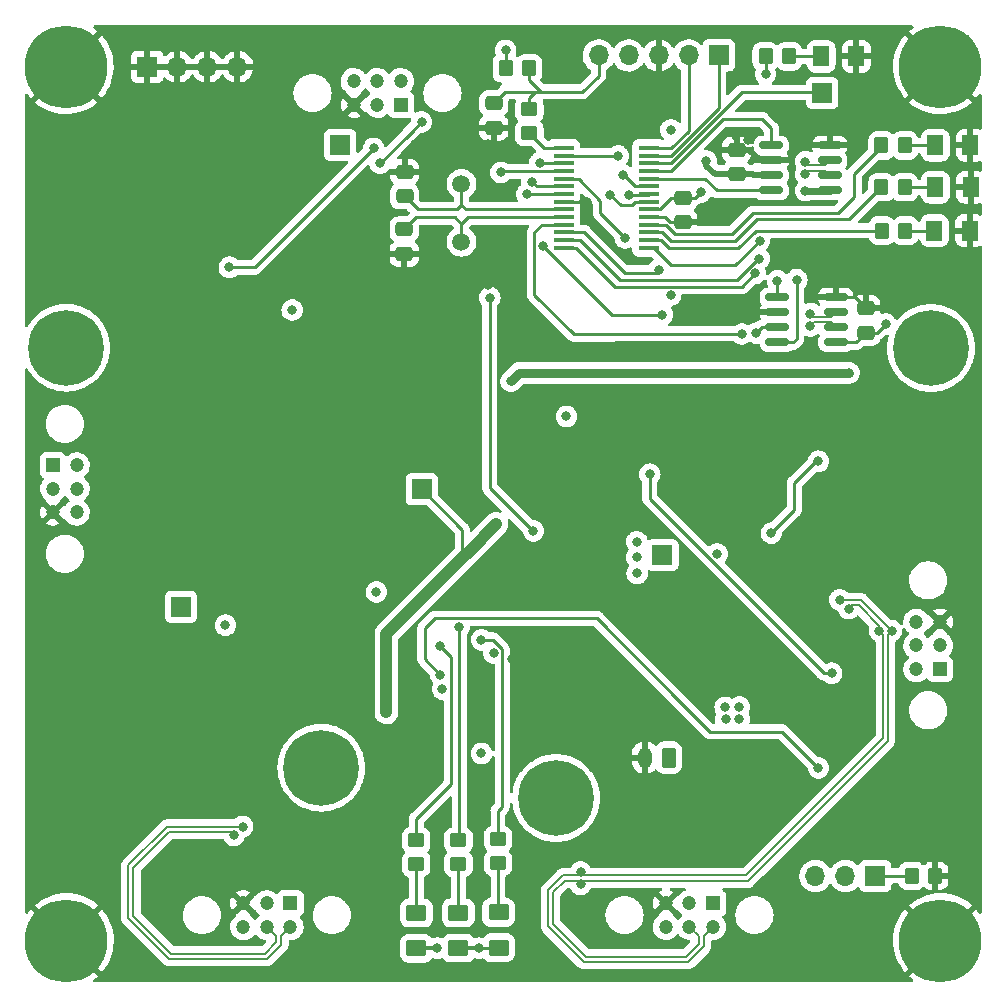
<source format=gbr>
%TF.GenerationSoftware,KiCad,Pcbnew,(6.0.9-0)*%
%TF.CreationDate,2022-12-17T09:56:30-08:00*%
%TF.ProjectId,GrandPapa_Board,4772616e-6450-4617-9061-5f426f617264,rev?*%
%TF.SameCoordinates,Original*%
%TF.FileFunction,Copper,L1,Top*%
%TF.FilePolarity,Positive*%
%FSLAX46Y46*%
G04 Gerber Fmt 4.6, Leading zero omitted, Abs format (unit mm)*
G04 Created by KiCad (PCBNEW (6.0.9-0)) date 2022-12-17 09:56:30*
%MOMM*%
%LPD*%
G01*
G04 APERTURE LIST*
G04 Aperture macros list*
%AMRoundRect*
0 Rectangle with rounded corners*
0 $1 Rounding radius*
0 $2 $3 $4 $5 $6 $7 $8 $9 X,Y pos of 4 corners*
0 Add a 4 corners polygon primitive as box body*
4,1,4,$2,$3,$4,$5,$6,$7,$8,$9,$2,$3,0*
0 Add four circle primitives for the rounded corners*
1,1,$1+$1,$2,$3*
1,1,$1+$1,$4,$5*
1,1,$1+$1,$6,$7*
1,1,$1+$1,$8,$9*
0 Add four rect primitives between the rounded corners*
20,1,$1+$1,$2,$3,$4,$5,0*
20,1,$1+$1,$4,$5,$6,$7,0*
20,1,$1+$1,$6,$7,$8,$9,0*
20,1,$1+$1,$8,$9,$2,$3,0*%
G04 Aperture macros list end*
%TA.AperFunction,SMDPad,CuDef*%
%ADD10RoundRect,0.250000X-0.350000X-0.450000X0.350000X-0.450000X0.350000X0.450000X-0.350000X0.450000X0*%
%TD*%
%TA.AperFunction,SMDPad,CuDef*%
%ADD11RoundRect,0.250000X-0.475000X0.337500X-0.475000X-0.337500X0.475000X-0.337500X0.475000X0.337500X0*%
%TD*%
%TA.AperFunction,ComponentPad*%
%ADD12R,1.200000X1.200000*%
%TD*%
%TA.AperFunction,ComponentPad*%
%ADD13C,1.200000*%
%TD*%
%TA.AperFunction,ComponentPad*%
%ADD14R,1.700000X1.700000*%
%TD*%
%TA.AperFunction,ComponentPad*%
%ADD15O,1.700000X1.700000*%
%TD*%
%TA.AperFunction,SMDPad,CuDef*%
%ADD16RoundRect,0.150000X-0.825000X-0.150000X0.825000X-0.150000X0.825000X0.150000X-0.825000X0.150000X0*%
%TD*%
%TA.AperFunction,ComponentPad*%
%ADD17C,6.400000*%
%TD*%
%TA.AperFunction,ComponentPad*%
%ADD18C,0.800000*%
%TD*%
%TA.AperFunction,ComponentPad*%
%ADD19C,7.000000*%
%TD*%
%TA.AperFunction,SMDPad,CuDef*%
%ADD20RoundRect,0.250001X-0.624999X0.462499X-0.624999X-0.462499X0.624999X-0.462499X0.624999X0.462499X0*%
%TD*%
%TA.AperFunction,SMDPad,CuDef*%
%ADD21RoundRect,0.250000X0.450000X-0.350000X0.450000X0.350000X-0.450000X0.350000X-0.450000X-0.350000X0*%
%TD*%
%TA.AperFunction,SMDPad,CuDef*%
%ADD22R,1.750000X0.450000*%
%TD*%
%TA.AperFunction,SMDPad,CuDef*%
%ADD23RoundRect,0.250001X0.462499X0.624999X-0.462499X0.624999X-0.462499X-0.624999X0.462499X-0.624999X0*%
%TD*%
%TA.AperFunction,SMDPad,CuDef*%
%ADD24RoundRect,0.250000X0.475000X-0.337500X0.475000X0.337500X-0.475000X0.337500X-0.475000X-0.337500X0*%
%TD*%
%TA.AperFunction,ComponentPad*%
%ADD25C,1.500000*%
%TD*%
%TA.AperFunction,SMDPad,CuDef*%
%ADD26RoundRect,0.250000X-0.450000X0.350000X-0.450000X-0.350000X0.450000X-0.350000X0.450000X0.350000X0*%
%TD*%
%TA.AperFunction,SMDPad,CuDef*%
%ADD27RoundRect,0.250000X0.350000X0.450000X-0.350000X0.450000X-0.350000X-0.450000X0.350000X-0.450000X0*%
%TD*%
%TA.AperFunction,ComponentPad*%
%ADD28RoundRect,0.250000X0.350000X0.625000X-0.350000X0.625000X-0.350000X-0.625000X0.350000X-0.625000X0*%
%TD*%
%TA.AperFunction,ComponentPad*%
%ADD29O,1.200000X1.750000*%
%TD*%
%TA.AperFunction,ViaPad*%
%ADD30C,0.800000*%
%TD*%
%TA.AperFunction,Conductor*%
%ADD31C,0.500000*%
%TD*%
%TA.AperFunction,Conductor*%
%ADD32C,0.250000*%
%TD*%
%TA.AperFunction,Conductor*%
%ADD33C,0.600000*%
%TD*%
%TA.AperFunction,Conductor*%
%ADD34C,0.300000*%
%TD*%
%TA.AperFunction,Conductor*%
%ADD35C,0.800000*%
%TD*%
%TA.AperFunction,Conductor*%
%ADD36C,1.000000*%
%TD*%
%TA.AperFunction,Conductor*%
%ADD37C,0.200000*%
%TD*%
G04 APERTURE END LIST*
D10*
%TO.P,R29,1*%
%TO.N,Net-(J8-Pad1)*%
X188865000Y-132765800D03*
%TO.P,R29,2*%
%TO.N,GND*%
X190865000Y-132765800D03*
%TD*%
D11*
%TO.P,C18,1*%
%TO.N,/MCU and CAN Controllers/~{MCLR}*%
X153489000Y-67334300D03*
%TO.P,C18,2*%
%TO.N,GND*%
X153489000Y-69409300D03*
%TD*%
D12*
%TO.P,J4,1,Pin_1*%
%TO.N,unconnected-(J4-Pad1)*%
X136271000Y-135083800D03*
D13*
%TO.P,J4,2,Pin_2*%
%TO.N,/Power Supplies & Regulators/5V_SWITCHED*%
X134271000Y-135083800D03*
%TO.P,J4,3,Pin_3*%
%TO.N,GND*%
X132271000Y-135083800D03*
%TO.P,J4,4,Pin_4*%
%TO.N,/CANH_PAYLOAD*%
X136271000Y-137083800D03*
%TO.P,J4,5,Pin_5*%
%TO.N,/CANL_PAYLOAD*%
X134271000Y-137083800D03*
%TO.P,J4,6*%
%TO.N,N/C*%
X132271000Y-137083800D03*
%TD*%
D14*
%TO.P,J11,1,Pin_1*%
%TO.N,GND*%
X124149000Y-64246800D03*
D15*
%TO.P,J11,2,Pin_2*%
X126689000Y-64246800D03*
%TO.P,J11,3,Pin_3*%
X129229000Y-64246800D03*
%TO.P,J11,4,Pin_4*%
X131769000Y-64246800D03*
%TD*%
D16*
%TO.P,U7,1,TXD*%
%TO.N,/MCU and CAN Controllers/TXCAN_MCP*%
X177491500Y-83767800D03*
%TO.P,U7,2,VSS*%
%TO.N,GND*%
X177491500Y-85037800D03*
%TO.P,U7,3,VDD*%
%TO.N,+5V*%
X177491500Y-86307800D03*
%TO.P,U7,4,RXD*%
%TO.N,/MCU and CAN Controllers/RXCAN_MCP*%
X177491500Y-87577800D03*
%TO.P,U7,5,VIO*%
%TO.N,+5V*%
X182441500Y-87577800D03*
%TO.P,U7,6,CANL*%
%TO.N,/CANL_PAYLOAD*%
X182441500Y-86307800D03*
%TO.P,U7,7,CANH*%
%TO.N,/CANH_PAYLOAD*%
X182441500Y-85037800D03*
%TO.P,U7,8,STBY*%
%TO.N,GND*%
X182441500Y-83767800D03*
%TD*%
D11*
%TO.P,C19,1*%
%TO.N,+5V*%
X169489000Y-75334300D03*
%TO.P,C19,2*%
%TO.N,GND*%
X169489000Y-77409300D03*
%TD*%
D17*
%TO.P,H2,1,1*%
%TO.N,unconnected-(H2-Pad1)*%
X117284000Y-88036400D03*
%TD*%
D18*
%TO.P,H8,1,1*%
%TO.N,GND*%
X119140155Y-66099498D03*
X117284000Y-66868343D03*
D19*
X117284000Y-64243343D03*
D18*
X115427845Y-62387188D03*
X114659000Y-64243343D03*
X119909000Y-64243343D03*
X117284000Y-61618343D03*
X119140155Y-62387188D03*
X115427845Y-66099498D03*
%TD*%
D20*
%TO.P,D8,1,K*%
%TO.N,Net-(D8-Pad1)*%
X146939000Y-135906600D03*
%TO.P,D8,2,A*%
%TO.N,+4.5V*%
X146939000Y-138881600D03*
%TD*%
D21*
%TO.P,R6,1*%
%TO.N,Net-(D6-Pad1)*%
X150489000Y-131756600D03*
%TO.P,R6,2*%
%TO.N,/Battery Charging/BATT_CHARGE_COMPLETE_L*%
X150489000Y-129756600D03*
%TD*%
D18*
%TO.P,H6,1,1*%
%TO.N,GND*%
X193923933Y-64243343D03*
X189442778Y-66099498D03*
X188673933Y-64243343D03*
D19*
X191298933Y-64243343D03*
D18*
X193155088Y-62387188D03*
X193155088Y-66099498D03*
X191298933Y-66868343D03*
X191298933Y-61618343D03*
X189442778Y-62387188D03*
%TD*%
D10*
%TO.P,R13,1*%
%TO.N,Net-(R13-Pad1)*%
X186341000Y-78121800D03*
%TO.P,R13,2*%
%TO.N,Net-(D3-Pad2)*%
X188341000Y-78121800D03*
%TD*%
D22*
%TO.P,U9,1,~{MCLR}*%
%TO.N,Net-(R12-Pad2)*%
X159406000Y-71136800D03*
%TO.P,U9,2,RA0*%
%TO.N,/MCU and CAN Controllers/AUX_PWR_EN*%
X159406000Y-71786800D03*
%TO.P,U9,3,RA1*%
%TO.N,/MCU and CAN Controllers/12V_PWR_DIS*%
X159406000Y-72436800D03*
%TO.P,U9,4,RA2*%
%TO.N,/Battery Charging/VBATT_CURR_SENSE*%
X159406000Y-73086800D03*
%TO.P,U9,5,RA3*%
%TO.N,/Battery Charging/VBATT_VOLT_SENSE*%
X159406000Y-73736800D03*
%TO.P,U9,6,RA4*%
%TO.N,/MCU and CAN Controllers/AUX_CURR_SENSE*%
X159406000Y-74386800D03*
%TO.P,U9,7,RA5*%
%TO.N,/MCU and CAN Controllers/CAN_INT*%
X159406000Y-75036800D03*
%TO.P,U9,8,VSS*%
%TO.N,GND*%
X159406000Y-75686800D03*
%TO.P,U9,9,RA7/OSC1*%
%TO.N,Net-(C16-Pad1)*%
X159406000Y-76336800D03*
%TO.P,U9,10,RA6/OSC2*%
%TO.N,Net-(C17-Pad1)*%
X159406000Y-76986800D03*
%TO.P,U9,11,RC0*%
%TO.N,/MCU and CAN Controllers/CLK_OUT*%
X159406000Y-77636800D03*
%TO.P,U9,12,RC1*%
%TO.N,/MCU and CAN Controllers/CS*%
X159406000Y-78286800D03*
%TO.P,U9,13,RC2*%
%TO.N,/MCU and CAN Controllers/MOSI*%
X159406000Y-78936800D03*
%TO.P,U9,14,RC3*%
%TO.N,/MCU and CAN Controllers/SCK*%
X159406000Y-79586800D03*
%TO.P,U9,15,RC4*%
%TO.N,/MCU and CAN Controllers/MISO*%
X166606000Y-79586800D03*
%TO.P,U9,16,RC5*%
%TO.N,Net-(R13-Pad1)*%
X166606000Y-78936800D03*
%TO.P,U9,17,RC6*%
%TO.N,Net-(R14-Pad1)*%
X166606000Y-78286800D03*
%TO.P,U9,18,RC7*%
%TO.N,Net-(R15-Pad1)*%
X166606000Y-77636800D03*
%TO.P,U9,19,VSS*%
%TO.N,GND*%
X166606000Y-76986800D03*
%TO.P,U9,20,VDD*%
%TO.N,+5V*%
X166606000Y-76336800D03*
%TO.P,U9,21,RB0*%
%TO.N,/Battery Charging/BATT_CHARGE_COMPLETE_L*%
X166606000Y-75686800D03*
%TO.P,U9,22,RB1*%
%TO.N,/Battery Charging/LOW_BAT_L*%
X166606000Y-75036800D03*
%TO.P,U9,23,RB2*%
%TO.N,/Battery Charging/BATT_CHARGER_PG_L*%
X166606000Y-74386800D03*
%TO.P,U9,24,RB3*%
%TO.N,/MCU and CAN Controllers/RXCAN_PIC*%
X166606000Y-73736800D03*
%TO.P,U9,25,RB4*%
%TO.N,/MCU and CAN Controllers/TXCAN_PIC*%
X166606000Y-73086800D03*
%TO.P,U9,26,RB5*%
%TO.N,Net-(TP7-Pad1)*%
X166606000Y-72436800D03*
%TO.P,U9,27,RB6/ICSPCLK*%
%TO.N,/MCU and CAN Controllers/ICSPCLK*%
X166606000Y-71786800D03*
%TO.P,U9,28,RB7/ICSPDAT*%
%TO.N,/MCU and CAN Controllers/ICSPDAT*%
X166606000Y-71136800D03*
%TD*%
D23*
%TO.P,D3,1,K*%
%TO.N,GND*%
X193764000Y-78121800D03*
%TO.P,D3,2,A*%
%TO.N,Net-(D3-Pad2)*%
X190789000Y-78121800D03*
%TD*%
%TO.P,D5,1,K*%
%TO.N,GND*%
X193839000Y-70896800D03*
%TO.P,D5,2,A*%
%TO.N,Net-(D5-Pad2)*%
X190864000Y-70896800D03*
%TD*%
D20*
%TO.P,D7,1,K*%
%TO.N,Net-(D7-Pad1)*%
X153889800Y-135854200D03*
%TO.P,D7,2,A*%
%TO.N,+4.5V*%
X153889800Y-138829200D03*
%TD*%
D24*
%TO.P,C23,1*%
%TO.N,+5V*%
X174039000Y-73346800D03*
%TO.P,C23,2*%
%TO.N,GND*%
X174039000Y-71271800D03*
%TD*%
D10*
%TO.P,R11,1*%
%TO.N,+5V*%
X154489000Y-64371800D03*
%TO.P,R11,2*%
%TO.N,/MCU and CAN Controllers/~{MCLR}*%
X156489000Y-64371800D03*
%TD*%
D18*
%TO.P,H7,1,1*%
%TO.N,GND*%
X189442778Y-136383845D03*
X191298933Y-135615000D03*
X191298933Y-140865000D03*
X188673933Y-138240000D03*
X193155088Y-136383845D03*
D19*
X191298933Y-138240000D03*
D18*
X189442778Y-140096155D03*
X193923933Y-138240000D03*
X193155088Y-140096155D03*
%TD*%
D10*
%TO.P,R15,1*%
%TO.N,Net-(R15-Pad1)*%
X186309000Y-70916800D03*
%TO.P,R15,2*%
%TO.N,Net-(D5-Pad2)*%
X188309000Y-70916800D03*
%TD*%
D23*
%TO.P,D1,1,K*%
%TO.N,GND*%
X184177600Y-63371800D03*
%TO.P,D1,2,A*%
%TO.N,Net-(D1-Pad2)*%
X181202600Y-63371800D03*
%TD*%
D10*
%TO.P,R14,1*%
%TO.N,Net-(R14-Pad1)*%
X186309000Y-74452800D03*
%TO.P,R14,2*%
%TO.N,Net-(D4-Pad2)*%
X188309000Y-74452800D03*
%TD*%
D21*
%TO.P,R21,1*%
%TO.N,Net-(D8-Pad1)*%
X146914000Y-131756600D03*
%TO.P,R21,2*%
%TO.N,/Battery Charging/BATT_CHARGER_PG_L*%
X146914000Y-129756600D03*
%TD*%
D14*
%TO.P,J6,1,Pin_1*%
%TO.N,/MCU and CAN Controllers/ICSPCLK*%
X172526000Y-63296800D03*
D15*
%TO.P,J6,2,Pin_2*%
%TO.N,/MCU and CAN Controllers/ICSPDAT*%
X169986000Y-63296800D03*
%TO.P,J6,3,Pin_3*%
%TO.N,GND*%
X167446000Y-63296800D03*
%TO.P,J6,4,Pin_4*%
%TO.N,+5V*%
X164906000Y-63296800D03*
%TO.P,J6,5,Pin_5*%
%TO.N,/MCU and CAN Controllers/~{MCLR}*%
X162366000Y-63296800D03*
%TD*%
D17*
%TO.P,H5,1,1*%
%TO.N,unconnected-(H5-Pad1)*%
X158750000Y-126161800D03*
%TD*%
D14*
%TO.P,J8,1,Pin_1*%
%TO.N,Net-(J8-Pad1)*%
X185786000Y-132765800D03*
D15*
%TO.P,J8,2,Pin_2*%
%TO.N,Net-(J8-Pad2)*%
X183246000Y-132765800D03*
%TO.P,J8,3,Pin_3*%
%TO.N,Net-(J8-Pad3)*%
X180706000Y-132765800D03*
%TD*%
D25*
%TO.P,Y1,1,1*%
%TO.N,Net-(C16-Pad1)*%
X150749000Y-74181800D03*
%TO.P,Y1,2,2*%
%TO.N,Net-(C17-Pad1)*%
X150749000Y-79061800D03*
%TD*%
D24*
%TO.P,C22,1*%
%TO.N,+5V*%
X184989000Y-86771800D03*
%TO.P,C22,2*%
%TO.N,GND*%
X184989000Y-84696800D03*
%TD*%
D12*
%TO.P,J5,1,Pin_1*%
%TO.N,unconnected-(J5-Pad1)*%
X116165559Y-97991413D03*
D13*
%TO.P,J5,2,Pin_2*%
%TO.N,/Power Supplies & Regulators/5V_SWITCHED*%
X116165559Y-99991413D03*
%TO.P,J5,3,Pin_3*%
%TO.N,GND*%
X116165559Y-101991413D03*
%TO.P,J5,4,Pin_4*%
%TO.N,/CANH_PAYLOAD*%
X118165559Y-97991413D03*
%TO.P,J5,5,Pin_5*%
%TO.N,/CANL_PAYLOAD*%
X118165559Y-99991413D03*
%TO.P,J5,6,Pin_6*%
%TO.N,unconnected-(J5-Pad6)*%
X118165559Y-101991413D03*
%TD*%
D18*
%TO.P,H3,1,1*%
%TO.N,GND*%
X119922332Y-138240000D03*
X115441177Y-140096155D03*
X114672332Y-138240000D03*
X119153487Y-136383845D03*
X117297332Y-135615000D03*
X117297332Y-140865000D03*
X115441177Y-136383845D03*
X119153487Y-140096155D03*
D19*
X117297332Y-138240000D03*
%TD*%
D24*
%TO.P,C16,1*%
%TO.N,Net-(C16-Pad1)*%
X145929073Y-75219300D03*
%TO.P,C16,2*%
%TO.N,GND*%
X145929073Y-73144300D03*
%TD*%
D12*
%TO.P,J3,1,Pin_1*%
%TO.N,unconnected-(J3-Pad1)*%
X191262000Y-115239800D03*
D13*
%TO.P,J3,2,Pin_2*%
%TO.N,/Power Supplies & Regulators/5V_SWITCHED*%
X191262000Y-113239800D03*
%TO.P,J3,3,Pin_3*%
%TO.N,GND*%
X191262000Y-111239800D03*
%TO.P,J3,4,Pin_4*%
%TO.N,/CANH_PAYLOAD*%
X189262000Y-115239800D03*
%TO.P,J3,5,Pin_5*%
%TO.N,/CANL_PAYLOAD*%
X189262000Y-113239800D03*
%TO.P,J3,6,Pin_6*%
%TO.N,unconnected-(J3-Pad6)*%
X189262000Y-111239800D03*
%TD*%
D16*
%TO.P,U8,1,TXD*%
%TO.N,/MCU and CAN Controllers/TXCAN_PIC*%
X176976000Y-70916800D03*
%TO.P,U8,2,VSS*%
%TO.N,GND*%
X176976000Y-72186800D03*
%TO.P,U8,3,VDD*%
%TO.N,+5V*%
X176976000Y-73456800D03*
%TO.P,U8,4,RXD*%
%TO.N,/MCU and CAN Controllers/RXCAN_PIC*%
X176976000Y-74726800D03*
%TO.P,U8,5,VIO*%
%TO.N,+5V*%
X181926000Y-74726800D03*
%TO.P,U8,6,CANL*%
%TO.N,/MCU and CAN Controllers/CANL_ROCKET*%
X181926000Y-73456800D03*
%TO.P,U8,7,CANH*%
%TO.N,/MCU and CAN Controllers/CANH_ROCKET*%
X181926000Y-72186800D03*
%TO.P,U8,8,STBY*%
%TO.N,GND*%
X181926000Y-70916800D03*
%TD*%
D17*
%TO.P,H4,1,1*%
%TO.N,unconnected-(H4-Pad1)*%
X190500000Y-88061800D03*
%TD*%
D23*
%TO.P,D4,1,K*%
%TO.N,GND*%
X193856000Y-74452800D03*
%TO.P,D4,2,A*%
%TO.N,Net-(D4-Pad2)*%
X190881000Y-74452800D03*
%TD*%
D26*
%TO.P,R12,1*%
%TO.N,/MCU and CAN Controllers/~{MCLR}*%
X156489000Y-67871800D03*
%TO.P,R12,2*%
%TO.N,Net-(R12-Pad2)*%
X156489000Y-69871800D03*
%TD*%
D27*
%TO.P,R3,1*%
%TO.N,Net-(D1-Pad2)*%
X178489000Y-63371800D03*
%TO.P,R3,2*%
%TO.N,+5V*%
X176489000Y-63371800D03*
%TD*%
D17*
%TO.P,H1,1,1*%
%TO.N,unconnected-(H1-Pad1)*%
X138874000Y-123596400D03*
%TD*%
D20*
%TO.P,D6,1,K*%
%TO.N,Net-(D6-Pad1)*%
X150489000Y-135896800D03*
%TO.P,D6,2,A*%
%TO.N,+4.5V*%
X150489000Y-138871800D03*
%TD*%
D12*
%TO.P,J7,1,Pin_1*%
%TO.N,unconnected-(J7-Pad1)*%
X172053000Y-135067800D03*
D13*
%TO.P,J7,2,Pin_2*%
%TO.N,/Power Supplies & Regulators/5V_SWITCHED*%
X170053000Y-135067800D03*
%TO.P,J7,3,Pin_3*%
%TO.N,GND*%
X168053000Y-135067800D03*
%TO.P,J7,4,Pin_4*%
%TO.N,/CANH_PAYLOAD*%
X172053000Y-137067800D03*
%TO.P,J7,5,Pin_5*%
%TO.N,/CANL_PAYLOAD*%
X170053000Y-137067800D03*
%TO.P,J7,6*%
%TO.N,N/C*%
X168053000Y-137067800D03*
%TD*%
D11*
%TO.P,C17,1*%
%TO.N,Net-(C17-Pad1)*%
X145895995Y-78022529D03*
%TO.P,C17,2*%
%TO.N,GND*%
X145895995Y-80097529D03*
%TD*%
D26*
%TO.P,R20,1*%
%TO.N,/Battery Charging/LOW_BAT_L*%
X153839000Y-129656600D03*
%TO.P,R20,2*%
%TO.N,Net-(D7-Pad1)*%
X153839000Y-131656600D03*
%TD*%
D14*
%TO.P,TP1,1,1*%
%TO.N,+4.5V*%
X127000000Y-109971800D03*
%TD*%
%TO.P,TP2,1,1*%
%TO.N,Net-(R22-Pad2)*%
X147389000Y-100021800D03*
%TD*%
%TO.P,TP7,1,1*%
%TO.N,Net-(TP7-Pad1)*%
X181296762Y-66471800D03*
%TD*%
D28*
%TO.P,J1,1,Pin_1*%
%TO.N,Net-(F3-Pad1)*%
X168289000Y-122746800D03*
D29*
%TO.P,J1,2,Pin_2*%
%TO.N,GND*%
X166289000Y-122746800D03*
%TD*%
D14*
%TO.P,TP3,1,1*%
%TO.N,+5V*%
X167767000Y-105587800D03*
%TD*%
%TO.P,TP4,1,1*%
%TO.N,Net-(C1-Pad1)*%
X140489000Y-70871800D03*
%TD*%
D12*
%TO.P,J2,1,Pin_1*%
%TO.N,+12V*%
X145637000Y-67471800D03*
D13*
%TO.P,J2,2,Pin_2*%
%TO.N,unconnected-(J2-Pad2)*%
X143637000Y-67471800D03*
%TO.P,J2,3,Pin_3*%
%TO.N,GND*%
X141637000Y-67471800D03*
%TO.P,J2,4,Pin_4*%
%TO.N,/MCU and CAN Controllers/CANH_ROCKET*%
X145637000Y-65471800D03*
%TO.P,J2,5,Pin_5*%
%TO.N,/MCU and CAN Controllers/CANL_ROCKET*%
X143637000Y-65471800D03*
%TO.P,J2,6*%
%TO.N,N/C*%
X141637000Y-65471800D03*
%TD*%
D30*
%TO.N,GND*%
X149987000Y-70789800D03*
X175979000Y-114801800D03*
X153035000Y-70789800D03*
X161964000Y-116771800D03*
X186614000Y-84721800D03*
X180389000Y-101446800D03*
X190881000Y-131114800D03*
X179539000Y-120771800D03*
X148971000Y-70789800D03*
X153164000Y-117446800D03*
X173564000Y-101571800D03*
X146639000Y-123246800D03*
X172464000Y-101571800D03*
X139189000Y-109571800D03*
X151003000Y-82727800D03*
X170999000Y-76671800D03*
X158539000Y-107721800D03*
X174639000Y-101571800D03*
X154889000Y-74711800D03*
X141618500Y-93844000D03*
X145939000Y-71701800D03*
X184158672Y-61432920D03*
X147955000Y-70789800D03*
X188764000Y-82221800D03*
X152019000Y-82727800D03*
X145867910Y-82753726D03*
X153035000Y-82727800D03*
X152019000Y-70789800D03*
X147955000Y-82727800D03*
X169418000Y-101650800D03*
X181939000Y-69746800D03*
X184689000Y-119761800D03*
X153139000Y-116321800D03*
X148971000Y-82727800D03*
X174031708Y-70095984D03*
X145879000Y-81501800D03*
X146917291Y-82753726D03*
X132842000Y-108381800D03*
X140369000Y-88823800D03*
X175789000Y-101546800D03*
X174117000Y-123621800D03*
X132709000Y-83441800D03*
X146796855Y-70788928D03*
X151814000Y-116271800D03*
X161359175Y-75700521D03*
X161089000Y-107796800D03*
X149987000Y-82727800D03*
X175044776Y-70413362D03*
X180675543Y-111124478D03*
X151003000Y-70789800D03*
X176964000Y-101546800D03*
X175414000Y-84921800D03*
X155009000Y-114391800D03*
X134209000Y-73461800D03*
X142621000Y-62153800D03*
X145034000Y-101904800D03*
X151814000Y-117396800D03*
X155289000Y-122221800D03*
X156241539Y-95278234D03*
X144068500Y-92669000D03*
%TO.N,Net-(C2-Pad1)*%
X176979000Y-103731800D03*
X180959000Y-97651800D03*
%TO.N,+5V*%
X159639000Y-93846800D03*
X175714000Y-86796800D03*
X186664000Y-86021800D03*
X168464000Y-83596300D03*
X165614000Y-107146800D03*
X179868802Y-74736385D03*
X172389000Y-105496800D03*
X165589000Y-105771800D03*
X165589000Y-104471800D03*
X136412868Y-84845272D03*
X171001299Y-74859501D03*
X171489000Y-72246800D03*
X154489000Y-62871800D03*
X176489000Y-64871800D03*
X168489000Y-69596800D03*
%TO.N,+4.5V*%
X152239000Y-138881600D03*
X149139000Y-116946800D03*
X148714000Y-138881600D03*
X130763784Y-111529144D03*
X153464000Y-113871800D03*
X143539000Y-108721800D03*
X152439000Y-122396800D03*
%TO.N,/Battery Charging/VBATT_VOLT_SENSE*%
X164614000Y-78746800D03*
%TO.N,/Power Supplies & Regulators/5V_SWITCHED*%
X174277155Y-119483994D03*
X173077155Y-118483994D03*
X174277155Y-118458994D03*
X173102155Y-119483994D03*
%TO.N,+BATT*%
X183559000Y-90171800D03*
X154939000Y-90871800D03*
%TO.N,/Battery Charging/BATT_CHARGE_COMPLETE_L*%
X150564500Y-111671800D03*
X163314000Y-75096800D03*
%TO.N,/MCU and CAN Controllers/12V_PWR_DIS*%
X157384000Y-72362300D03*
X143859000Y-72421800D03*
X147369000Y-68921300D03*
%TO.N,/MCU and CAN Controllers/CS*%
X167464000Y-81421800D03*
%TO.N,/Battery Charging/LOW_BAT_L*%
X152439000Y-112771800D03*
X164914000Y-75096800D03*
%TO.N,/Battery Charging/BATT_CHARGER_PG_L*%
X148889000Y-113271800D03*
X164464000Y-73446800D03*
%TO.N,Net-(R22-Pad2)*%
X153689000Y-102971800D03*
X144420955Y-118860351D03*
%TO.N,/Battery Charging/VBATT_CURR_SENSE*%
X156839000Y-103555800D03*
X153139000Y-83791800D03*
X154091500Y-73194300D03*
%TO.N,/MCU and CAN Controllers/AUX_PWR_EN*%
X182089000Y-115596800D03*
X166689000Y-98746800D03*
X164014000Y-71796800D03*
%TO.N,/MCU and CAN Controllers/AUX_CURR_SENSE*%
X143314000Y-71171800D03*
X131089000Y-81221800D03*
X156714000Y-73996800D03*
%TO.N,/MCU and CAN Controllers/TXCAN_MCP*%
X177489000Y-82371800D03*
%TO.N,/MCU and CAN Controllers/RXCAN_MCP*%
X179139000Y-82271800D03*
%TO.N,/MCU and CAN Controllers/CAN_INT*%
X157638500Y-79396800D03*
X167764000Y-85246800D03*
X156274614Y-75036800D03*
%TO.N,/MCU and CAN Controllers/CLK_OUT*%
X174489000Y-86871800D03*
%TO.N,/MCU and CAN Controllers/MOSI*%
X175964000Y-80496800D03*
%TO.N,/MCU and CAN Controllers/SCK*%
X175614000Y-81746800D03*
%TO.N,/MCU and CAN Controllers/MISO*%
X175989000Y-78971800D03*
%TO.N,Net-(J8-Pad2)*%
X180975000Y-123621800D03*
X148954200Y-115712800D03*
%TO.N,/MCU and CAN Controllers/CANH_ROCKET*%
X179874412Y-72296800D03*
%TO.N,/MCU and CAN Controllers/CANL_ROCKET*%
X179874412Y-73346800D03*
%TO.N,/CANH_PAYLOAD*%
X180290646Y-85147800D03*
X186124000Y-112001800D03*
X132220232Y-128580568D03*
X160829000Y-132426800D03*
X183520232Y-110133032D03*
%TO.N,/CANL_PAYLOAD*%
X182777768Y-109390568D03*
X187174000Y-112001800D03*
X160829000Y-133476800D03*
X180290646Y-86197800D03*
X131477768Y-129323032D03*
%TD*%
D31*
%TO.N,GND*%
X174039000Y-71271800D02*
X175067648Y-71271800D01*
D32*
X186589000Y-84696800D02*
X186614000Y-84721800D01*
X166606000Y-76986800D02*
X168014717Y-76986800D01*
D31*
X175067648Y-71271800D02*
X175982648Y-72186800D01*
D32*
X161345454Y-75686800D02*
X161359175Y-75700521D01*
X159406000Y-75686800D02*
X161345454Y-75686800D01*
D31*
X175982648Y-72186800D02*
X176976000Y-72186800D01*
D32*
X168437217Y-77409300D02*
X169489000Y-77409300D01*
X184060000Y-83767800D02*
X182441500Y-83767800D01*
X168014717Y-76986800D02*
X168437217Y-77409300D01*
X193839000Y-78339000D02*
X193915200Y-78415200D01*
X184989000Y-84696800D02*
X186589000Y-84696800D01*
X184989000Y-84696800D02*
X184060000Y-83767800D01*
%TO.N,Net-(C2-Pad1)*%
X176979000Y-103731800D02*
X178919000Y-101791800D01*
X178919000Y-99521800D02*
X180789000Y-97651800D01*
X178919000Y-101791800D02*
X178919000Y-99521800D01*
X180789000Y-97651800D02*
X180959000Y-97651800D01*
%TO.N,+5V*%
X182441500Y-87577800D02*
X184183000Y-87577800D01*
D31*
X176976000Y-73456800D02*
X175514000Y-73456800D01*
X175387000Y-73329800D02*
X174056000Y-73329800D01*
D32*
X184989000Y-86771800D02*
X185914000Y-86771800D01*
D31*
X175514000Y-73456800D02*
X175387000Y-73329800D01*
D32*
X170526500Y-75334300D02*
X171001299Y-74859501D01*
D31*
X172214000Y-73346800D02*
X174039000Y-73346800D01*
D32*
X184183000Y-87577800D02*
X184989000Y-86771800D01*
X171489000Y-72246800D02*
X171489000Y-72621800D01*
X185914000Y-86771800D02*
X186664000Y-86021800D01*
X167524000Y-76336800D02*
X168526500Y-75334300D01*
X174056000Y-73329800D02*
X174039000Y-73346800D01*
X168526500Y-75334300D02*
X169489000Y-75334300D01*
X154489000Y-64371800D02*
X154489000Y-62871800D01*
X176489000Y-63371800D02*
X176489000Y-64871800D01*
X181916415Y-74736385D02*
X181926000Y-74726800D01*
X176203000Y-86307800D02*
X175714000Y-86796800D01*
X169489000Y-75334300D02*
X170526500Y-75334300D01*
D31*
X171489000Y-72621800D02*
X172214000Y-73346800D01*
D32*
X177491500Y-86307800D02*
X176203000Y-86307800D01*
X166606000Y-76336800D02*
X167524000Y-76336800D01*
D33*
X179868802Y-74736385D02*
X181916415Y-74736385D01*
D32*
%TO.N,+4.5V*%
X152239000Y-138881600D02*
X153837400Y-138881600D01*
X153837400Y-138881600D02*
X153889800Y-138829200D01*
D34*
X150489000Y-138871800D02*
X152229200Y-138871800D01*
X146939000Y-138881600D02*
X148714000Y-138881600D01*
D32*
%TO.N,/Battery Charging/VBATT_VOLT_SENSE*%
X160614000Y-73796800D02*
X160554000Y-73736800D01*
X162514000Y-75646800D02*
X160664000Y-73796800D01*
X160664000Y-73796800D02*
X160614000Y-73796800D01*
X162514000Y-76646800D02*
X162514000Y-75646800D01*
X160554000Y-73736800D02*
X159406000Y-73736800D01*
X164614000Y-78746800D02*
X162514000Y-76646800D01*
%TO.N,Net-(C16-Pad1)*%
X150399000Y-76271800D02*
X150399000Y-76281800D01*
X150399000Y-76281800D02*
X150344000Y-76336800D01*
X150749000Y-74181800D02*
X150749000Y-75921800D01*
X150749000Y-75921800D02*
X151164000Y-76336800D01*
X150344000Y-76336800D02*
X147046573Y-76336800D01*
X159406000Y-76336800D02*
X151164000Y-76336800D01*
X150749000Y-75921800D02*
X150399000Y-76271800D01*
X147046573Y-76336800D02*
X145929073Y-75219300D01*
%TO.N,Net-(C17-Pad1)*%
X146931724Y-76986800D02*
X150164000Y-76986800D01*
X150164000Y-76986800D02*
X150749000Y-77571800D01*
X146931724Y-76986800D02*
X145895995Y-78022529D01*
X150749000Y-77571800D02*
X150749000Y-79061800D01*
X159406000Y-76986800D02*
X151334000Y-76986800D01*
X151334000Y-76986800D02*
X150749000Y-77571800D01*
%TO.N,/MCU and CAN Controllers/~{MCLR}*%
X162366000Y-63296800D02*
X162366000Y-64994800D01*
X156489000Y-66871800D02*
X156989000Y-66371800D01*
X157489000Y-66371800D02*
X156989000Y-66371800D01*
X156989000Y-66371800D02*
X155989000Y-66371800D01*
X156489000Y-67871800D02*
X156489000Y-66871800D01*
X156489000Y-64371800D02*
X156489000Y-65371800D01*
X162366000Y-64994800D02*
X160989000Y-66371800D01*
X156489000Y-65371800D02*
X157489000Y-66371800D01*
X154451500Y-66371800D02*
X153489000Y-67334300D01*
X160989000Y-66371800D02*
X157489000Y-66371800D01*
X155989000Y-66371800D02*
X154451500Y-66371800D01*
%TO.N,Net-(D1-Pad2)*%
X178489000Y-63371800D02*
X181202600Y-63371800D01*
%TO.N,Net-(D3-Pad2)*%
X188021500Y-78121800D02*
X190789000Y-78121800D01*
%TO.N,Net-(D4-Pad2)*%
X188288500Y-74452800D02*
X190881000Y-74452800D01*
%TO.N,Net-(D5-Pad2)*%
X188419000Y-70896800D02*
X190864000Y-70896800D01*
%TO.N,Net-(D6-Pad1)*%
X150489000Y-131801700D02*
X150489000Y-135941900D01*
%TO.N,Net-(D7-Pad1)*%
X153839000Y-131798400D02*
X153839000Y-135945200D01*
%TO.N,Net-(D8-Pad1)*%
X146914000Y-131756600D02*
X146914000Y-135881600D01*
D35*
%TO.N,+BATT*%
X183561500Y-90171800D02*
X155639000Y-90171800D01*
X155639000Y-90171800D02*
X154939000Y-90871800D01*
D32*
%TO.N,/MCU and CAN Controllers/ICSPCLK*%
X172526000Y-63296800D02*
X172526000Y-65196800D01*
X172526000Y-65196800D02*
X172531000Y-65201800D01*
X172531000Y-67742517D02*
X168486718Y-71786800D01*
X172531000Y-65201800D02*
X172531000Y-67742517D01*
X168486718Y-71786800D02*
X166606000Y-71786800D01*
%TO.N,/MCU and CAN Controllers/ICSPDAT*%
X169986000Y-63296800D02*
X169986000Y-69651800D01*
X169986000Y-69651800D02*
X168501000Y-71136800D01*
X168501000Y-71136800D02*
X166606000Y-71136800D01*
%TO.N,/Battery Charging/BATT_CHARGE_COMPLETE_L*%
X150564500Y-129681100D02*
X150489000Y-129756600D01*
X163314000Y-75096800D02*
X164214000Y-75996800D01*
X150564500Y-111671800D02*
X150564500Y-129681100D01*
X166606000Y-75686800D02*
X165481000Y-75686800D01*
X164214000Y-75996800D02*
X165171000Y-75996800D01*
X165481000Y-75686800D02*
X165171000Y-75996800D01*
%TO.N,/MCU and CAN Controllers/12V_PWR_DIS*%
X143859000Y-72421800D02*
X146289000Y-69991800D01*
X157458500Y-72436800D02*
X157384000Y-72362300D01*
X159406000Y-72436800D02*
X157458500Y-72436800D01*
X146529000Y-69751800D02*
X147359500Y-68921300D01*
X146289000Y-69991800D02*
X146529000Y-69751800D01*
X147359500Y-68921300D02*
X147369000Y-68921300D01*
%TO.N,Net-(R12-Pad2)*%
X157754000Y-71136800D02*
X159406000Y-71136800D01*
X156489000Y-69871800D02*
X157754000Y-71136800D01*
%TO.N,Net-(R13-Pad1)*%
X186021500Y-78121800D02*
X175689000Y-78121800D01*
X168289000Y-79621800D02*
X174189000Y-79621800D01*
X166606000Y-78936800D02*
X167604000Y-78936800D01*
X175689000Y-78121800D02*
X174189000Y-79621800D01*
X167604000Y-78936800D02*
X168289000Y-79621800D01*
%TO.N,Net-(R14-Pad1)*%
X175764000Y-77171800D02*
X183563600Y-77171800D01*
X173914000Y-79021800D02*
X175764000Y-77171800D01*
X183563600Y-77171800D02*
X186282600Y-74452800D01*
X168466000Y-79021800D02*
X173914000Y-79021800D01*
X166606000Y-78286800D02*
X167731000Y-78286800D01*
X167731000Y-78286800D02*
X168466000Y-79021800D01*
%TO.N,Net-(R15-Pad1)*%
X184014000Y-73301800D02*
X184014000Y-75246800D01*
X182588520Y-76672280D02*
X175413520Y-76672280D01*
X186419000Y-70896800D02*
X184014000Y-73301800D01*
X168789000Y-78396800D02*
X168029000Y-77636800D01*
X173689000Y-78396800D02*
X168789000Y-78396800D01*
X184014000Y-75246800D02*
X182588520Y-76672280D01*
X168029000Y-77636800D02*
X166606000Y-77636800D01*
X175413520Y-76672280D02*
X173689000Y-78396800D01*
%TO.N,/MCU and CAN Controllers/CS*%
X161154000Y-78286800D02*
X164564000Y-81696800D01*
X159406000Y-78286800D02*
X161154000Y-78286800D01*
X167189000Y-81696800D02*
X167464000Y-81421800D01*
X164564000Y-81696800D02*
X167189000Y-81696800D01*
%TO.N,/Battery Charging/LOW_BAT_L*%
X153388614Y-112771800D02*
X154188511Y-113571697D01*
X154188511Y-126910098D02*
X153839000Y-127259609D01*
X164914000Y-75096800D02*
X166546000Y-75096800D01*
X166546000Y-75096800D02*
X166606000Y-75036800D01*
X152439000Y-112771800D02*
X153388614Y-112771800D01*
X154188511Y-113571697D02*
X154188511Y-126910098D01*
X153839000Y-127259609D02*
X153839000Y-129656600D01*
%TO.N,/Battery Charging/BATT_CHARGER_PG_L*%
X149863511Y-114246311D02*
X149863511Y-124997289D01*
X148889000Y-113271800D02*
X149863511Y-114246311D01*
X146914000Y-127946800D02*
X149863511Y-124997289D01*
X166606000Y-74386800D02*
X165481000Y-74386800D01*
X165481000Y-74386800D02*
X164541000Y-73446800D01*
X164541000Y-73446800D02*
X164464000Y-73446800D01*
X146914000Y-129756600D02*
X146914000Y-127946800D01*
D36*
%TO.N,Net-(R22-Pad2)*%
X151359000Y-105301800D02*
X150882776Y-105778024D01*
D32*
X150809000Y-105704248D02*
X150882776Y-105778024D01*
D36*
X144399000Y-112261800D02*
X145992628Y-110668172D01*
D32*
X147389000Y-100021800D02*
X150809000Y-103441800D01*
D36*
X145992628Y-110668172D02*
X147689000Y-108971800D01*
X150882776Y-105778024D02*
X149476500Y-107184300D01*
D32*
X150809000Y-103441800D02*
X150809000Y-105704248D01*
D36*
X153689000Y-102971800D02*
X151359000Y-105301800D01*
X149476500Y-107184300D02*
X147689000Y-108971800D01*
X144399000Y-118922800D02*
X144399000Y-112261800D01*
D32*
%TO.N,Net-(J8-Pad1)*%
X188865000Y-132765800D02*
X185786000Y-132765800D01*
%TO.N,Net-(TP7-Pad1)*%
X174487434Y-66421800D02*
X181939000Y-66421800D01*
X168472435Y-72436800D02*
X174487434Y-66421800D01*
X166606000Y-72436800D02*
X168472435Y-72436800D01*
%TO.N,/Battery Charging/VBATT_CURR_SENSE*%
X156839000Y-103555800D02*
X156769500Y-103555800D01*
X154199000Y-73086800D02*
X154091500Y-73194300D01*
X156769500Y-103555800D02*
X153139000Y-99925300D01*
X153139000Y-99925300D02*
X153139000Y-83791800D01*
X159406000Y-73086800D02*
X154199000Y-73086800D01*
%TO.N,/MCU and CAN Controllers/AUX_PWR_EN*%
X181464386Y-115596800D02*
X182089000Y-115596800D01*
X166689000Y-100821414D02*
X181464386Y-115596800D01*
X159406000Y-71786800D02*
X164004000Y-71786800D01*
X166689000Y-98746800D02*
X166689000Y-100821414D01*
X164004000Y-71786800D02*
X164014000Y-71796800D01*
%TO.N,/MCU and CAN Controllers/AUX_CURR_SENSE*%
X143314000Y-71171800D02*
X133264000Y-81221800D01*
X133264000Y-81221800D02*
X131089000Y-81221800D01*
X159406000Y-74386800D02*
X157104000Y-74386800D01*
X157104000Y-74386800D02*
X156714000Y-73996800D01*
%TO.N,/MCU and CAN Controllers/TXCAN_MCP*%
X177489000Y-82371800D02*
X177489000Y-83765300D01*
X177489000Y-83765300D02*
X177491500Y-83767800D01*
%TO.N,/MCU and CAN Controllers/RXCAN_MCP*%
X179114000Y-87296800D02*
X178833000Y-87577800D01*
X178833000Y-87577800D02*
X177491500Y-87577800D01*
X179114000Y-86331372D02*
X179114000Y-87296800D01*
X179139000Y-86306372D02*
X179114000Y-86331372D01*
X179139000Y-82271800D02*
X179139000Y-86306372D01*
%TO.N,/MCU and CAN Controllers/TXCAN_PIC*%
X168458153Y-73086800D02*
X172848153Y-68696800D01*
X166606000Y-73086800D02*
X168458153Y-73086800D01*
X176214000Y-68696800D02*
X176976000Y-69458800D01*
X172848153Y-68696800D02*
X176214000Y-68696800D01*
X176976000Y-69458800D02*
X176976000Y-70916800D01*
%TO.N,/MCU and CAN Controllers/RXCAN_PIC*%
X171354000Y-73736800D02*
X172344000Y-74726800D01*
X166606000Y-73736800D02*
X171354000Y-73736800D01*
X172344000Y-74726800D02*
X176976000Y-74726800D01*
%TO.N,/MCU and CAN Controllers/CAN_INT*%
X163488500Y-85246800D02*
X157638500Y-79396800D01*
X156274614Y-75036800D02*
X159406000Y-75036800D01*
X163789000Y-85246800D02*
X163488500Y-85246800D01*
X167764000Y-85246800D02*
X163789000Y-85246800D01*
%TO.N,/MCU and CAN Controllers/CLK_OUT*%
X160264000Y-86896800D02*
X163614000Y-86896800D01*
X163614000Y-86896800D02*
X163639000Y-86871800D01*
X156914000Y-83546800D02*
X160264000Y-86896800D01*
X157549000Y-77636800D02*
X156914000Y-78271800D01*
X156914000Y-78271800D02*
X156914000Y-83546800D01*
X163639000Y-86871800D02*
X174489000Y-86871800D01*
X159406000Y-77636800D02*
X157549000Y-77636800D01*
%TO.N,/MCU and CAN Controllers/MOSI*%
X174039386Y-82296800D02*
X164139000Y-82296800D01*
X164139000Y-82296800D02*
X160779000Y-78936800D01*
X175964000Y-80496800D02*
X175839386Y-80496800D01*
X175839386Y-80496800D02*
X174039386Y-82296800D01*
X160779000Y-78936800D02*
X159406000Y-78936800D01*
%TO.N,/MCU and CAN Controllers/SCK*%
X160429000Y-79586800D02*
X163714000Y-82871800D01*
X159406000Y-79586800D02*
X160429000Y-79586800D01*
X163714000Y-82871800D02*
X174489000Y-82871800D01*
X174489000Y-82871800D02*
X175614000Y-81746800D01*
%TO.N,/MCU and CAN Controllers/MISO*%
X167029000Y-79586800D02*
X166606000Y-79586800D01*
X173914000Y-81046800D02*
X168489000Y-81046800D01*
X168489000Y-81046800D02*
X167029000Y-79586800D01*
X175989000Y-78971800D02*
X173914000Y-81046800D01*
%TO.N,Net-(J8-Pad2)*%
X161314489Y-110947289D02*
X148488511Y-110947289D01*
X147639000Y-111796800D02*
X147639000Y-114397600D01*
X169545000Y-118287800D02*
X171831000Y-120573800D01*
X177927000Y-120573800D02*
X180213000Y-122859800D01*
X173609000Y-120573800D02*
X177927000Y-120573800D01*
X171831000Y-120573800D02*
X173609000Y-120573800D01*
X161314489Y-110947289D02*
X162204489Y-110947289D01*
X162204489Y-110947289D02*
X169545000Y-118287800D01*
X180213000Y-122859800D02*
X180975000Y-123621800D01*
X147639000Y-114397600D02*
X148954200Y-115712800D01*
X148488511Y-110947289D02*
X147639000Y-111796800D01*
D37*
%TO.N,/MCU and CAN Controllers/CANH_ROCKET*%
X180174411Y-72596799D02*
X179874412Y-72296800D01*
X181926000Y-72186800D02*
X181516001Y-72596799D01*
X181516001Y-72596799D02*
X180174411Y-72596799D01*
%TO.N,/MCU and CAN Controllers/CANL_ROCKET*%
X181516001Y-73046801D02*
X180174411Y-73046801D01*
X181926000Y-73456800D02*
X181516001Y-73046801D01*
X180174411Y-73046801D02*
X179874412Y-73346800D01*
%TO.N,/CANH_PAYLOAD*%
X161095800Y-140046800D02*
X169932200Y-140046800D01*
X174815802Y-132726799D02*
X186423999Y-121118602D01*
X183812695Y-109840569D02*
X184376372Y-109840569D01*
X182031501Y-85447799D02*
X180590645Y-85447799D01*
X158064000Y-137015000D02*
X161095800Y-140046800D01*
X159315801Y-132726799D02*
X158064000Y-133978600D01*
X180590645Y-85447799D02*
X180290646Y-85147800D01*
X122514000Y-136315000D02*
X125995800Y-139796800D01*
X171278001Y-138700999D02*
X171278001Y-137842799D01*
X160829000Y-132426800D02*
X161128999Y-132726799D01*
X184376372Y-109840569D02*
X186124000Y-111588197D01*
X158064000Y-133978600D02*
X158064000Y-137015000D01*
X186124000Y-111588197D02*
X186124000Y-112001800D01*
X182441500Y-85037800D02*
X182031501Y-85447799D01*
X135496001Y-137858799D02*
X136271000Y-137083800D01*
X135496001Y-138582999D02*
X135496001Y-137858799D01*
X171278001Y-137842799D02*
X172053000Y-137067800D01*
X125812032Y-128580568D02*
X122514000Y-131878600D01*
X125995800Y-139796800D02*
X134282200Y-139796800D01*
X186423999Y-121118602D02*
X186423999Y-112301799D01*
X132220232Y-128580568D02*
X125812032Y-128580568D01*
X122514000Y-131878600D02*
X122514000Y-136315000D01*
X134282200Y-139796800D02*
X135496001Y-138582999D01*
X161128999Y-132726799D02*
X174815802Y-132726799D01*
X169932200Y-140046800D02*
X171278001Y-138700999D01*
X186423999Y-112301799D02*
X186124000Y-112001800D01*
X160829000Y-132426800D02*
X160529001Y-132726799D01*
X183520232Y-110133032D02*
X183812695Y-109840569D01*
X160529001Y-132726799D02*
X159315801Y-132726799D01*
%TO.N,/CANL_PAYLOAD*%
X184562768Y-109390568D02*
X187174000Y-112001800D01*
X131477768Y-129323032D02*
X131185305Y-129030569D01*
X182777768Y-109390568D02*
X184562768Y-109390568D01*
X161128999Y-133176801D02*
X175002198Y-133176801D01*
X122964000Y-132065000D02*
X122964000Y-136128600D01*
X125998431Y-129030569D02*
X122964000Y-132065000D01*
X160829000Y-133476800D02*
X161128999Y-133176801D01*
X182441500Y-86307800D02*
X182031501Y-85897801D01*
X131185305Y-129030569D02*
X125998431Y-129030569D01*
X186874001Y-121304998D02*
X186874001Y-112301799D01*
X182031501Y-85897801D02*
X180590645Y-85897801D01*
X170827999Y-137842799D02*
X170053000Y-137067800D01*
X161282200Y-139596800D02*
X169745800Y-139596800D01*
X158514000Y-134165000D02*
X158514000Y-136828600D01*
X186874001Y-112301799D02*
X187174000Y-112001800D01*
X135045999Y-137858799D02*
X134271000Y-137083800D01*
X170827999Y-138514601D02*
X170827999Y-137842799D01*
X169745800Y-139596800D02*
X170827999Y-138514601D01*
X135045999Y-138396601D02*
X135045999Y-137858799D01*
X126182200Y-139346800D02*
X134095800Y-139346800D01*
X159502199Y-133176801D02*
X158514000Y-134165000D01*
X134095800Y-139346800D02*
X135045999Y-138396601D01*
X160529001Y-133176801D02*
X159502199Y-133176801D01*
X175002198Y-133176801D02*
X186874001Y-121304998D01*
X160829000Y-133476800D02*
X160529001Y-133176801D01*
X122964000Y-136128600D02*
X126182200Y-139346800D01*
X180590645Y-85897801D02*
X180290646Y-86197800D01*
X158514000Y-136828600D02*
X161282200Y-139596800D01*
%TD*%
%TA.AperFunction,Conductor*%
%TO.N,GND*%
G36*
X188966013Y-60771845D02*
G01*
X189012506Y-60825501D01*
X189022610Y-60895775D01*
X188993116Y-60960355D01*
X188971953Y-60979779D01*
X188786958Y-61114185D01*
X188782180Y-61118027D01*
X188663644Y-61223269D01*
X188655267Y-61236657D01*
X188661017Y-61246217D01*
X194296297Y-66881497D01*
X194310241Y-66889111D01*
X194311256Y-66889039D01*
X194318987Y-66883936D01*
X194334500Y-66867645D01*
X194338528Y-66862979D01*
X194565144Y-66572925D01*
X194622845Y-66531560D01*
X194693750Y-66527957D01*
X194755347Y-66563260D01*
X194788080Y-66626261D01*
X194790433Y-66650499D01*
X194790433Y-69460895D01*
X194770431Y-69529016D01*
X194716775Y-69575509D01*
X194646501Y-69585613D01*
X194624397Y-69579021D01*
X194624025Y-69580142D01*
X194462784Y-69526661D01*
X194449419Y-69523795D01*
X194355061Y-69514128D01*
X194348644Y-69513800D01*
X194111115Y-69513800D01*
X194095876Y-69518275D01*
X194094671Y-69519665D01*
X194093000Y-69527348D01*
X194093000Y-72261685D01*
X194097475Y-72276924D01*
X194098865Y-72278129D01*
X194106548Y-72279800D01*
X194348596Y-72279800D01*
X194355111Y-72279463D01*
X194450703Y-72269544D01*
X194464102Y-72266650D01*
X194624557Y-72213119D01*
X194695507Y-72210535D01*
X194756591Y-72246719D01*
X194788415Y-72310183D01*
X194790433Y-72332643D01*
X194790433Y-73011156D01*
X194770431Y-73079277D01*
X194716775Y-73125770D01*
X194646501Y-73135874D01*
X194624766Y-73130749D01*
X194479784Y-73082661D01*
X194466419Y-73079795D01*
X194372061Y-73070128D01*
X194365644Y-73069800D01*
X194128115Y-73069800D01*
X194112876Y-73074275D01*
X194111671Y-73075665D01*
X194110000Y-73083348D01*
X194110000Y-75817685D01*
X194114475Y-75832924D01*
X194115865Y-75834129D01*
X194123548Y-75835800D01*
X194365596Y-75835800D01*
X194372111Y-75835463D01*
X194467703Y-75825544D01*
X194481102Y-75822650D01*
X194624557Y-75774790D01*
X194695507Y-75772206D01*
X194756590Y-75808390D01*
X194788415Y-75871854D01*
X194790433Y-75894314D01*
X194790433Y-76728266D01*
X194770431Y-76796387D01*
X194716775Y-76842880D01*
X194646501Y-76852984D01*
X194598317Y-76835526D01*
X194555255Y-76808982D01*
X194542077Y-76802838D01*
X194387784Y-76751661D01*
X194374419Y-76748795D01*
X194280061Y-76739128D01*
X194273644Y-76738800D01*
X194036115Y-76738800D01*
X194020876Y-76743275D01*
X194019671Y-76744665D01*
X194018000Y-76752348D01*
X194018000Y-79486685D01*
X194022475Y-79501924D01*
X194023865Y-79503129D01*
X194031548Y-79504800D01*
X194273596Y-79504800D01*
X194280111Y-79504463D01*
X194375703Y-79494544D01*
X194389102Y-79491650D01*
X194543283Y-79440212D01*
X194556461Y-79434038D01*
X194598130Y-79408253D01*
X194666582Y-79389415D01*
X194734351Y-79410576D01*
X194779923Y-79465017D01*
X194790433Y-79515397D01*
X194790433Y-135838368D01*
X194770431Y-135906489D01*
X194716775Y-135952982D01*
X194646501Y-135963086D01*
X194581921Y-135933592D01*
X194563016Y-135913139D01*
X194410480Y-135706244D01*
X194406600Y-135701487D01*
X194319251Y-135604475D01*
X194305730Y-135596145D01*
X194305653Y-135596146D01*
X194296367Y-135601776D01*
X188661480Y-141236663D01*
X188653866Y-141250607D01*
X188653921Y-141251386D01*
X188659275Y-141259436D01*
X188695893Y-141293821D01*
X188700571Y-141297803D01*
X188970494Y-141505671D01*
X189012261Y-141563082D01*
X189016360Y-141633961D01*
X188981488Y-141695803D01*
X188918717Y-141728974D01*
X188893616Y-141731500D01*
X119698207Y-141731500D01*
X119630086Y-141711498D01*
X119583593Y-141657842D01*
X119573489Y-141587568D01*
X119602983Y-141522988D01*
X119625576Y-141502540D01*
X119765366Y-141403929D01*
X119770204Y-141400149D01*
X119932572Y-141259998D01*
X119940987Y-141246958D01*
X119935048Y-141236926D01*
X116939254Y-138241132D01*
X117661740Y-138241132D01*
X117661871Y-138242965D01*
X117666122Y-138249580D01*
X120294696Y-140878154D01*
X120308640Y-140885768D01*
X120309655Y-140885696D01*
X120317386Y-140880593D01*
X120332899Y-140864302D01*
X120336927Y-140859637D01*
X120574500Y-140555558D01*
X120578054Y-140550518D01*
X120784818Y-140224712D01*
X120787861Y-140219356D01*
X120961852Y-139874910D01*
X120964348Y-139869306D01*
X121103900Y-139509518D01*
X121105841Y-139503684D01*
X121209620Y-139131988D01*
X121210976Y-139126017D01*
X121277992Y-138745959D01*
X121278759Y-138739886D01*
X121308451Y-138354000D01*
X121308628Y-138350085D01*
X121310138Y-138241974D01*
X121310070Y-138238030D01*
X121291164Y-137851489D01*
X121290563Y-137845365D01*
X121234194Y-137463631D01*
X121232994Y-137457569D01*
X121139644Y-137083165D01*
X121137859Y-137077250D01*
X121008414Y-136713727D01*
X121006071Y-136708043D01*
X120841766Y-136358877D01*
X120838877Y-136353443D01*
X120815960Y-136315000D01*
X121900250Y-136315000D01*
X121905500Y-136354880D01*
X121905500Y-136354885D01*
X121915945Y-136434216D01*
X121916110Y-136435473D01*
X121916110Y-136435475D01*
X121919534Y-136461481D01*
X121921162Y-136473851D01*
X121982476Y-136621876D01*
X121987503Y-136628427D01*
X121987504Y-136628429D01*
X122055520Y-136717069D01*
X122055526Y-136717075D01*
X122080013Y-136748987D01*
X122086568Y-136754017D01*
X122105379Y-136768452D01*
X122117770Y-136779319D01*
X125531485Y-140193034D01*
X125542352Y-140205425D01*
X125561813Y-140230787D01*
X125568363Y-140235813D01*
X125593721Y-140255271D01*
X125593737Y-140255285D01*
X125643105Y-140293166D01*
X125688924Y-140328324D01*
X125836949Y-140389638D01*
X125845136Y-140390716D01*
X125845137Y-140390716D01*
X125856342Y-140392191D01*
X125887538Y-140396298D01*
X125955915Y-140405300D01*
X125955918Y-140405300D01*
X125955926Y-140405301D01*
X125987611Y-140409472D01*
X125995800Y-140410550D01*
X126027493Y-140406378D01*
X126043936Y-140405300D01*
X134234064Y-140405300D01*
X134250507Y-140406378D01*
X134282200Y-140410550D01*
X134290389Y-140409472D01*
X134322074Y-140405301D01*
X134322084Y-140405300D01*
X134322085Y-140405300D01*
X134322101Y-140405298D01*
X134421657Y-140392191D01*
X134432864Y-140390716D01*
X134432866Y-140390715D01*
X134441051Y-140389638D01*
X134589076Y-140328324D01*
X134684262Y-140255285D01*
X134684269Y-140255280D01*
X134684275Y-140255274D01*
X134709634Y-140235815D01*
X134716187Y-140230787D01*
X134721217Y-140224232D01*
X134735652Y-140205421D01*
X134746519Y-140193030D01*
X135545049Y-139394500D01*
X145555500Y-139394500D01*
X145555837Y-139397746D01*
X145555837Y-139397750D01*
X145560902Y-139446561D01*
X145566474Y-139500265D01*
X145568655Y-139506801D01*
X145568655Y-139506803D01*
X145604565Y-139614438D01*
X145622450Y-139668045D01*
X145715522Y-139818448D01*
X145720704Y-139823621D01*
X145782186Y-139884996D01*
X145840697Y-139943405D01*
X145846927Y-139947245D01*
X145846928Y-139947246D01*
X145984090Y-140031794D01*
X145991262Y-140036215D01*
X146032410Y-140049863D01*
X146152611Y-140089732D01*
X146152613Y-140089732D01*
X146159139Y-140091897D01*
X146165975Y-140092597D01*
X146165978Y-140092598D01*
X146209031Y-140097009D01*
X146263600Y-140102600D01*
X147614400Y-140102600D01*
X147617646Y-140102263D01*
X147617650Y-140102263D01*
X147713307Y-140092338D01*
X147713311Y-140092337D01*
X147720165Y-140091626D01*
X147726701Y-140089445D01*
X147726703Y-140089445D01*
X147877226Y-140039226D01*
X147887945Y-140035650D01*
X148038348Y-139942578D01*
X148163305Y-139817403D01*
X148167144Y-139811175D01*
X148167148Y-139811170D01*
X148195687Y-139764871D01*
X148248459Y-139717378D01*
X148318531Y-139705956D01*
X148354193Y-139715880D01*
X148400101Y-139736320D01*
X148425675Y-139747706D01*
X148431712Y-139750394D01*
X148524811Y-139770183D01*
X148612056Y-139788728D01*
X148612061Y-139788728D01*
X148618513Y-139790100D01*
X148809487Y-139790100D01*
X148815939Y-139788728D01*
X148815944Y-139788728D01*
X148903189Y-139770183D01*
X148996288Y-139750394D01*
X149002315Y-139747711D01*
X149002323Y-139747708D01*
X149078603Y-139713746D01*
X149148970Y-139704312D01*
X149213267Y-139734419D01*
X149236996Y-139762551D01*
X149261670Y-139802425D01*
X149261675Y-139802431D01*
X149265522Y-139808648D01*
X149390697Y-139933605D01*
X149396927Y-139937445D01*
X149396928Y-139937446D01*
X149534090Y-140021994D01*
X149541262Y-140026415D01*
X149582033Y-140039938D01*
X149702611Y-140079932D01*
X149702613Y-140079932D01*
X149709139Y-140082097D01*
X149715975Y-140082797D01*
X149715978Y-140082798D01*
X149759031Y-140087209D01*
X149813600Y-140092800D01*
X151164400Y-140092800D01*
X151167646Y-140092463D01*
X151167650Y-140092463D01*
X151263307Y-140082538D01*
X151263311Y-140082537D01*
X151270165Y-140081826D01*
X151276701Y-140079645D01*
X151276703Y-140079645D01*
X151420129Y-140031794D01*
X151437945Y-140025850D01*
X151588348Y-139932778D01*
X151713305Y-139807603D01*
X151717148Y-139801369D01*
X151735562Y-139771496D01*
X151788334Y-139724002D01*
X151858405Y-139712578D01*
X151894071Y-139722505D01*
X151950673Y-139747706D01*
X151950679Y-139747708D01*
X151956712Y-139750394D01*
X152049811Y-139770183D01*
X152137056Y-139788728D01*
X152137061Y-139788728D01*
X152143513Y-139790100D01*
X152334487Y-139790100D01*
X152340939Y-139788728D01*
X152340944Y-139788728D01*
X152428189Y-139770183D01*
X152521288Y-139750394D01*
X152527318Y-139747709D01*
X152527322Y-139747708D01*
X152531701Y-139745758D01*
X152602067Y-139736320D01*
X152666366Y-139766423D01*
X152671970Y-139771686D01*
X152791497Y-139891005D01*
X152797727Y-139894845D01*
X152797728Y-139894846D01*
X152934890Y-139979394D01*
X152942062Y-139983815D01*
X153021805Y-140010264D01*
X153103411Y-140037332D01*
X153103413Y-140037332D01*
X153109939Y-140039497D01*
X153116775Y-140040197D01*
X153116778Y-140040198D01*
X153159831Y-140044609D01*
X153214400Y-140050200D01*
X154565200Y-140050200D01*
X154568446Y-140049863D01*
X154568450Y-140049863D01*
X154664107Y-140039938D01*
X154664111Y-140039937D01*
X154670965Y-140039226D01*
X154677501Y-140037045D01*
X154677503Y-140037045D01*
X154809605Y-139992972D01*
X154838745Y-139983250D01*
X154989148Y-139890178D01*
X155114105Y-139765003D01*
X155117946Y-139758772D01*
X155203075Y-139620668D01*
X155203076Y-139620666D01*
X155206915Y-139614438D01*
X155233364Y-139534695D01*
X155260432Y-139453089D01*
X155260432Y-139453087D01*
X155262597Y-139446561D01*
X155264367Y-139429292D01*
X155272972Y-139345298D01*
X155273300Y-139342100D01*
X155273300Y-138316300D01*
X155272963Y-138313050D01*
X155263038Y-138217393D01*
X155263037Y-138217389D01*
X155262326Y-138210535D01*
X155258180Y-138198106D01*
X155208668Y-138049703D01*
X155206350Y-138042755D01*
X155113278Y-137892352D01*
X154988103Y-137767395D01*
X154939603Y-137737499D01*
X154843768Y-137678425D01*
X154843766Y-137678424D01*
X154837538Y-137674585D01*
X154700525Y-137629140D01*
X154676189Y-137621068D01*
X154676187Y-137621068D01*
X154669661Y-137618903D01*
X154662825Y-137618203D01*
X154662822Y-137618202D01*
X154619769Y-137613791D01*
X154565200Y-137608200D01*
X153214400Y-137608200D01*
X153211154Y-137608537D01*
X153211150Y-137608537D01*
X153115493Y-137618462D01*
X153115489Y-137618463D01*
X153108635Y-137619174D01*
X153102099Y-137621355D01*
X153102097Y-137621355D01*
X152983861Y-137660802D01*
X152940855Y-137675150D01*
X152790452Y-137768222D01*
X152665495Y-137893397D01*
X152633730Y-137944930D01*
X152630308Y-137950481D01*
X152577536Y-137997974D01*
X152507464Y-138009398D01*
X152496857Y-138007613D01*
X152440636Y-137995663D01*
X152340944Y-137974472D01*
X152340939Y-137974472D01*
X152334487Y-137973100D01*
X152143513Y-137973100D01*
X152137061Y-137974472D01*
X152137056Y-137974472D01*
X152073019Y-137988084D01*
X151956712Y-138012806D01*
X151950685Y-138015489D01*
X151950677Y-138015492D01*
X151903506Y-138036494D01*
X151833139Y-138045928D01*
X151768842Y-138015821D01*
X151745113Y-137987690D01*
X151721145Y-137948957D01*
X151712478Y-137934952D01*
X151706446Y-137928930D01*
X151592483Y-137815166D01*
X151587303Y-137809995D01*
X151519535Y-137768222D01*
X151442968Y-137721025D01*
X151442966Y-137721024D01*
X151436738Y-137717185D01*
X151350650Y-137688631D01*
X151275389Y-137663668D01*
X151275387Y-137663668D01*
X151268861Y-137661503D01*
X151262025Y-137660803D01*
X151262022Y-137660802D01*
X151218969Y-137656391D01*
X151164400Y-137650800D01*
X149813600Y-137650800D01*
X149810354Y-137651137D01*
X149810350Y-137651137D01*
X149714693Y-137661062D01*
X149714689Y-137661063D01*
X149707835Y-137661774D01*
X149701299Y-137663955D01*
X149701297Y-137663955D01*
X149613328Y-137693304D01*
X149540055Y-137717750D01*
X149389652Y-137810822D01*
X149264695Y-137935997D01*
X149260853Y-137942229D01*
X149260852Y-137942231D01*
X149227573Y-137996218D01*
X149174801Y-138043711D01*
X149104729Y-138055133D01*
X149069066Y-138045208D01*
X149002323Y-138015492D01*
X149002315Y-138015489D01*
X148996288Y-138012806D01*
X148879981Y-137988084D01*
X148815944Y-137974472D01*
X148815939Y-137974472D01*
X148809487Y-137973100D01*
X148618513Y-137973100D01*
X148612061Y-137974472D01*
X148612056Y-137974472D01*
X148548019Y-137988084D01*
X148431712Y-138012806D01*
X148354151Y-138047338D01*
X148283785Y-138056772D01*
X148219488Y-138026666D01*
X148195763Y-137998540D01*
X148162478Y-137944752D01*
X148037303Y-137819795D01*
X148031072Y-137815954D01*
X147892968Y-137730825D01*
X147892966Y-137730824D01*
X147886738Y-137726985D01*
X147800409Y-137698351D01*
X147725389Y-137673468D01*
X147725387Y-137673468D01*
X147718861Y-137671303D01*
X147712025Y-137670603D01*
X147712022Y-137670602D01*
X147668969Y-137666191D01*
X147614400Y-137660600D01*
X146263600Y-137660600D01*
X146260354Y-137660937D01*
X146260350Y-137660937D01*
X146164693Y-137670862D01*
X146164689Y-137670863D01*
X146157835Y-137671574D01*
X146151299Y-137673755D01*
X146151297Y-137673755D01*
X146026377Y-137715432D01*
X145990055Y-137727550D01*
X145839652Y-137820622D01*
X145714695Y-137945797D01*
X145710855Y-137952027D01*
X145710854Y-137952028D01*
X145642979Y-138062142D01*
X145621885Y-138096362D01*
X145619581Y-138103309D01*
X145569750Y-138253546D01*
X145566203Y-138264239D01*
X145555500Y-138368700D01*
X145555500Y-139394500D01*
X135545049Y-139394500D01*
X135892235Y-139047314D01*
X135904626Y-139036447D01*
X135923438Y-139022012D01*
X135929988Y-139016986D01*
X135954475Y-138985074D01*
X135954479Y-138985070D01*
X136027525Y-138889875D01*
X136088839Y-138741850D01*
X136091940Y-138718298D01*
X136092853Y-138711359D01*
X136104501Y-138622885D01*
X136104501Y-138622879D01*
X136108673Y-138591188D01*
X136109751Y-138582999D01*
X136105579Y-138551306D01*
X136104501Y-138534863D01*
X136104501Y-138317740D01*
X136124503Y-138249619D01*
X136178159Y-138203126D01*
X136235447Y-138191837D01*
X136329263Y-138195523D01*
X136530883Y-138166290D01*
X136536347Y-138164435D01*
X136536352Y-138164434D01*
X136718327Y-138102662D01*
X136718332Y-138102660D01*
X136723799Y-138100804D01*
X136738124Y-138092782D01*
X136815046Y-138049703D01*
X136901551Y-138001258D01*
X137058186Y-137870986D01*
X137188458Y-137714351D01*
X137288004Y-137536599D01*
X137289860Y-137531132D01*
X137289862Y-137531127D01*
X137351634Y-137349152D01*
X137351635Y-137349147D01*
X137353490Y-137343683D01*
X137382723Y-137142063D01*
X137384249Y-137083800D01*
X137369184Y-136919846D01*
X137366137Y-136886680D01*
X137366136Y-136886677D01*
X137365608Y-136880926D01*
X137362718Y-136870680D01*
X137311875Y-136690406D01*
X137311874Y-136690404D01*
X137310307Y-136684847D01*
X137305159Y-136674406D01*
X137222756Y-136507310D01*
X137220201Y-136502129D01*
X137204603Y-136481240D01*
X137101758Y-136343515D01*
X137101758Y-136343514D01*
X137098305Y-136338891D01*
X137094069Y-136334975D01*
X137090197Y-136330675D01*
X137091096Y-136329865D01*
X137057812Y-136274219D01*
X137060093Y-136203259D01*
X137100376Y-136144797D01*
X137113472Y-136136002D01*
X137117705Y-136134415D01*
X137185240Y-136083800D01*
X138157526Y-136083800D01*
X138177391Y-136336203D01*
X138178545Y-136341010D01*
X138178546Y-136341016D01*
X138211770Y-136479403D01*
X138236495Y-136582391D01*
X138238388Y-136586962D01*
X138238389Y-136586964D01*
X138328505Y-136804522D01*
X138333384Y-136816302D01*
X138465672Y-137032176D01*
X138630102Y-137224698D01*
X138822624Y-137389128D01*
X139038498Y-137521416D01*
X139043068Y-137523309D01*
X139043072Y-137523311D01*
X139267836Y-137616411D01*
X139272409Y-137618305D01*
X139342695Y-137635179D01*
X139513784Y-137676254D01*
X139513790Y-137676255D01*
X139518597Y-137677409D01*
X139618416Y-137685265D01*
X139705345Y-137692107D01*
X139705352Y-137692107D01*
X139707801Y-137692300D01*
X139834199Y-137692300D01*
X139836648Y-137692107D01*
X139836655Y-137692107D01*
X139923584Y-137685265D01*
X140023403Y-137677409D01*
X140028210Y-137676255D01*
X140028216Y-137676254D01*
X140199305Y-137635179D01*
X140269591Y-137618305D01*
X140274164Y-137616411D01*
X140498928Y-137523311D01*
X140498932Y-137523309D01*
X140503502Y-137521416D01*
X140719376Y-137389128D01*
X140911898Y-137224698D01*
X141076328Y-137032176D01*
X141208616Y-136816302D01*
X141213496Y-136804522D01*
X141303611Y-136586964D01*
X141303612Y-136586962D01*
X141305505Y-136582391D01*
X141330230Y-136479403D01*
X141344612Y-136419500D01*
X145555500Y-136419500D01*
X145555837Y-136422746D01*
X145555837Y-136422750D01*
X145565322Y-136514161D01*
X145566474Y-136525265D01*
X145568655Y-136531801D01*
X145568655Y-136531803D01*
X145602650Y-136633697D01*
X145622450Y-136693045D01*
X145715522Y-136843448D01*
X145720704Y-136848621D01*
X145747496Y-136875366D01*
X145840697Y-136968405D01*
X145846927Y-136972245D01*
X145846928Y-136972246D01*
X145984090Y-137056794D01*
X145991262Y-137061215D01*
X146048214Y-137080105D01*
X146152611Y-137114732D01*
X146152613Y-137114732D01*
X146159139Y-137116897D01*
X146165975Y-137117597D01*
X146165978Y-137117598D01*
X146209031Y-137122009D01*
X146263600Y-137127600D01*
X147614400Y-137127600D01*
X147617646Y-137127263D01*
X147617650Y-137127263D01*
X147713307Y-137117338D01*
X147713311Y-137117337D01*
X147720165Y-137116626D01*
X147726701Y-137114445D01*
X147726703Y-137114445D01*
X147877589Y-137064105D01*
X147887945Y-137060650D01*
X148038348Y-136967578D01*
X148163305Y-136842403D01*
X148179394Y-136816302D01*
X148252275Y-136698068D01*
X148252276Y-136698066D01*
X148256115Y-136691838D01*
X148311797Y-136523961D01*
X148312668Y-136515465D01*
X148317770Y-136465663D01*
X148322500Y-136419500D01*
X148322500Y-135393700D01*
X148318575Y-135355872D01*
X148312238Y-135294793D01*
X148312237Y-135294789D01*
X148311526Y-135287935D01*
X148308257Y-135278135D01*
X148257868Y-135127103D01*
X148255550Y-135120155D01*
X148162478Y-134969752D01*
X148037303Y-134844795D01*
X148031072Y-134840954D01*
X147892968Y-134755825D01*
X147892966Y-134755824D01*
X147886738Y-134751985D01*
X147765315Y-134711711D01*
X147725389Y-134698468D01*
X147725387Y-134698468D01*
X147718861Y-134696303D01*
X147712025Y-134695603D01*
X147712022Y-134695602D01*
X147660656Y-134690339D01*
X147594929Y-134663497D01*
X147554148Y-134605382D01*
X147547500Y-134564995D01*
X147547500Y-132935797D01*
X147567502Y-132867676D01*
X147621158Y-132821183D01*
X147633623Y-132816274D01*
X147681002Y-132800467D01*
X147681004Y-132800466D01*
X147687946Y-132798150D01*
X147838348Y-132705078D01*
X147963305Y-132579903D01*
X147967146Y-132573672D01*
X148052275Y-132435568D01*
X148052276Y-132435566D01*
X148056115Y-132429338D01*
X148093359Y-132317049D01*
X148109632Y-132267989D01*
X148109632Y-132267987D01*
X148111797Y-132261461D01*
X148114317Y-132236872D01*
X148122172Y-132160198D01*
X148122500Y-132157000D01*
X148122500Y-131356200D01*
X148122163Y-131352950D01*
X148112238Y-131257292D01*
X148112237Y-131257288D01*
X148111526Y-131250434D01*
X148055550Y-131082654D01*
X147962478Y-130932252D01*
X147875891Y-130845816D01*
X147841812Y-130783534D01*
X147846815Y-130712714D01*
X147875736Y-130667625D01*
X147958134Y-130585083D01*
X147963305Y-130579903D01*
X147971022Y-130567384D01*
X148052275Y-130435568D01*
X148052276Y-130435566D01*
X148056115Y-130429338D01*
X148111797Y-130261461D01*
X148122500Y-130157000D01*
X148122500Y-129356200D01*
X148112863Y-129263317D01*
X148112238Y-129257292D01*
X148112237Y-129257288D01*
X148111526Y-129250434D01*
X148055550Y-129082654D01*
X147962478Y-128932252D01*
X147837303Y-128807295D01*
X147787789Y-128776774D01*
X147692968Y-128718325D01*
X147692966Y-128718324D01*
X147686738Y-128714485D01*
X147633832Y-128696937D01*
X147575473Y-128656506D01*
X147548236Y-128590942D01*
X147547500Y-128577344D01*
X147547500Y-128261394D01*
X147567502Y-128193273D01*
X147584405Y-128172299D01*
X149715905Y-126040799D01*
X149778217Y-126006773D01*
X149849032Y-126011838D01*
X149905868Y-126054385D01*
X149930679Y-126120905D01*
X149931000Y-126129894D01*
X149931000Y-128552214D01*
X149910998Y-128620335D01*
X149857342Y-128666828D01*
X149844879Y-128671737D01*
X149715054Y-128715050D01*
X149564652Y-128808122D01*
X149439695Y-128933297D01*
X149346885Y-129083862D01*
X149291203Y-129251739D01*
X149290503Y-129258575D01*
X149290502Y-129258578D01*
X149286091Y-129301631D01*
X149280500Y-129356200D01*
X149280500Y-130157000D01*
X149280837Y-130160246D01*
X149280837Y-130160250D01*
X149281777Y-130169304D01*
X149291474Y-130262766D01*
X149293655Y-130269302D01*
X149293655Y-130269304D01*
X149311769Y-130323598D01*
X149347450Y-130430546D01*
X149440522Y-130580948D01*
X149445704Y-130586121D01*
X149527109Y-130667384D01*
X149561188Y-130729666D01*
X149556185Y-130800486D01*
X149527264Y-130845575D01*
X149451940Y-130921031D01*
X149439695Y-130933297D01*
X149346885Y-131083862D01*
X149291203Y-131251739D01*
X149280500Y-131356200D01*
X149280500Y-132157000D01*
X149280837Y-132160246D01*
X149280837Y-132160250D01*
X149284993Y-132200301D01*
X149291474Y-132262766D01*
X149293655Y-132269302D01*
X149293655Y-132269304D01*
X149311769Y-132323598D01*
X149347450Y-132430546D01*
X149440522Y-132580948D01*
X149445704Y-132586121D01*
X149464694Y-132605078D01*
X149565697Y-132705905D01*
X149571927Y-132709745D01*
X149571928Y-132709746D01*
X149665908Y-132767676D01*
X149716262Y-132798715D01*
X149769168Y-132816263D01*
X149827527Y-132856694D01*
X149854764Y-132922258D01*
X149855500Y-132935856D01*
X149855500Y-134557850D01*
X149835498Y-134625971D01*
X149781842Y-134672464D01*
X149742504Y-134683177D01*
X149736220Y-134683829D01*
X149714694Y-134686062D01*
X149714691Y-134686063D01*
X149707835Y-134686774D01*
X149701299Y-134688955D01*
X149701297Y-134688955D01*
X149610460Y-134719261D01*
X149540055Y-134742750D01*
X149389652Y-134835822D01*
X149264695Y-134960997D01*
X149260855Y-134967227D01*
X149260854Y-134967228D01*
X149183093Y-135093380D01*
X149171885Y-135111562D01*
X149162573Y-135139638D01*
X149125270Y-135252104D01*
X149116203Y-135279439D01*
X149115503Y-135286275D01*
X149115502Y-135286278D01*
X149105833Y-135380650D01*
X149105500Y-135383900D01*
X149105500Y-136409700D01*
X149105837Y-136412946D01*
X149105837Y-136412950D01*
X149115628Y-136507310D01*
X149116474Y-136515465D01*
X149118655Y-136522001D01*
X149118655Y-136522003D01*
X149121486Y-136530489D01*
X149172450Y-136683245D01*
X149265522Y-136833648D01*
X149390697Y-136958605D01*
X149396927Y-136962445D01*
X149396928Y-136962446D01*
X149534090Y-137046994D01*
X149541262Y-137051415D01*
X149582033Y-137064938D01*
X149702611Y-137104932D01*
X149702613Y-137104932D01*
X149709139Y-137107097D01*
X149715975Y-137107797D01*
X149715978Y-137107798D01*
X149759031Y-137112209D01*
X149813600Y-137117800D01*
X151164400Y-137117800D01*
X151167646Y-137117463D01*
X151167650Y-137117463D01*
X151263307Y-137107538D01*
X151263311Y-137107537D01*
X151270165Y-137106826D01*
X151276701Y-137104645D01*
X151276703Y-137104645D01*
X151426528Y-137054659D01*
X151437945Y-137050850D01*
X151588348Y-136957778D01*
X151713305Y-136832603D01*
X151726173Y-136811728D01*
X151802275Y-136688268D01*
X151802276Y-136688266D01*
X151806115Y-136682038D01*
X151837192Y-136588342D01*
X151859632Y-136520689D01*
X151859632Y-136520687D01*
X151861797Y-136514161D01*
X151872500Y-136409700D01*
X151872500Y-135383900D01*
X151869592Y-135355872D01*
X151862238Y-135284993D01*
X151862237Y-135284989D01*
X151861526Y-135278135D01*
X151852842Y-135252104D01*
X151807868Y-135117303D01*
X151805550Y-135110355D01*
X151712478Y-134959952D01*
X151587303Y-134834995D01*
X151519535Y-134793222D01*
X151442968Y-134746025D01*
X151442966Y-134746024D01*
X151436738Y-134742185D01*
X151336037Y-134708784D01*
X151275389Y-134688668D01*
X151275387Y-134688668D01*
X151268861Y-134686503D01*
X151262023Y-134685802D01*
X151262021Y-134685802D01*
X151235658Y-134683101D01*
X151169930Y-134656260D01*
X151129148Y-134598145D01*
X151122500Y-134557757D01*
X151122500Y-132935797D01*
X151142502Y-132867676D01*
X151196158Y-132821183D01*
X151208623Y-132816274D01*
X151256002Y-132800467D01*
X151256004Y-132800466D01*
X151262946Y-132798150D01*
X151413348Y-132705078D01*
X151538305Y-132579903D01*
X151542146Y-132573672D01*
X151627275Y-132435568D01*
X151627276Y-132435566D01*
X151631115Y-132429338D01*
X151668359Y-132317049D01*
X151684632Y-132267989D01*
X151684632Y-132267987D01*
X151686797Y-132261461D01*
X151689317Y-132236872D01*
X151697172Y-132160198D01*
X151697500Y-132157000D01*
X151697500Y-131356200D01*
X151697163Y-131352950D01*
X151687238Y-131257292D01*
X151687237Y-131257288D01*
X151686526Y-131250434D01*
X151630550Y-131082654D01*
X151537478Y-130932252D01*
X151450891Y-130845816D01*
X151416812Y-130783534D01*
X151421815Y-130712714D01*
X151450736Y-130667625D01*
X151533134Y-130585083D01*
X151538305Y-130579903D01*
X151546022Y-130567384D01*
X151627275Y-130435568D01*
X151627276Y-130435566D01*
X151631115Y-130429338D01*
X151686797Y-130261461D01*
X151697500Y-130157000D01*
X151697500Y-129356200D01*
X151687863Y-129263317D01*
X151687238Y-129257292D01*
X151687237Y-129257288D01*
X151686526Y-129250434D01*
X151630550Y-129082654D01*
X151537478Y-128932252D01*
X151412303Y-128807295D01*
X151261738Y-128714485D01*
X151262856Y-128712671D01*
X151217467Y-128672709D01*
X151198000Y-128605428D01*
X151198000Y-122396800D01*
X151525496Y-122396800D01*
X151526186Y-122403365D01*
X151539519Y-122530217D01*
X151545458Y-122586728D01*
X151604473Y-122768356D01*
X151699960Y-122933744D01*
X151704378Y-122938651D01*
X151704379Y-122938652D01*
X151760337Y-123000800D01*
X151827747Y-123075666D01*
X151982248Y-123187918D01*
X151988276Y-123190602D01*
X151988278Y-123190603D01*
X152150681Y-123262909D01*
X152156712Y-123265594D01*
X152250113Y-123285447D01*
X152337056Y-123303928D01*
X152337061Y-123303928D01*
X152343513Y-123305300D01*
X152534487Y-123305300D01*
X152540939Y-123303928D01*
X152540944Y-123303928D01*
X152627887Y-123285447D01*
X152721288Y-123265594D01*
X152727319Y-123262909D01*
X152889722Y-123190603D01*
X152889724Y-123190602D01*
X152895752Y-123187918D01*
X153050253Y-123075666D01*
X153117663Y-123000800D01*
X153173621Y-122938652D01*
X153173622Y-122938651D01*
X153178040Y-122933744D01*
X153273527Y-122768356D01*
X153309178Y-122658634D01*
X153349252Y-122600028D01*
X153414648Y-122572391D01*
X153484605Y-122584498D01*
X153536911Y-122632504D01*
X153555011Y-122697570D01*
X153555011Y-126595503D01*
X153535009Y-126663624D01*
X153518106Y-126684598D01*
X153446747Y-126755957D01*
X153438461Y-126763497D01*
X153431982Y-126767609D01*
X153426557Y-126773386D01*
X153385357Y-126817260D01*
X153382602Y-126820102D01*
X153362865Y-126839839D01*
X153360385Y-126843036D01*
X153352682Y-126852056D01*
X153322414Y-126884288D01*
X153318595Y-126891234D01*
X153318593Y-126891237D01*
X153312652Y-126902043D01*
X153301801Y-126918562D01*
X153289386Y-126934568D01*
X153286241Y-126941837D01*
X153286238Y-126941841D01*
X153271826Y-126975146D01*
X153266609Y-126985796D01*
X153245305Y-127024549D01*
X153243334Y-127032224D01*
X153243334Y-127032225D01*
X153240267Y-127044171D01*
X153233863Y-127062875D01*
X153225819Y-127081464D01*
X153224580Y-127089287D01*
X153224577Y-127089297D01*
X153218901Y-127125133D01*
X153216495Y-127136753D01*
X153214337Y-127145158D01*
X153205500Y-127179579D01*
X153205500Y-127199833D01*
X153203949Y-127219543D01*
X153200780Y-127239552D01*
X153201526Y-127247444D01*
X153204941Y-127283570D01*
X153205500Y-127295428D01*
X153205500Y-128477403D01*
X153185498Y-128545524D01*
X153131842Y-128592017D01*
X153119377Y-128596926D01*
X153071998Y-128612733D01*
X153071996Y-128612734D01*
X153065054Y-128615050D01*
X153058830Y-128618901D01*
X153058829Y-128618902D01*
X152940677Y-128692017D01*
X152914652Y-128708122D01*
X152789695Y-128833297D01*
X152785855Y-128839527D01*
X152785854Y-128839528D01*
X152716449Y-128952124D01*
X152696885Y-128983862D01*
X152694581Y-128990809D01*
X152650928Y-129122420D01*
X152641203Y-129151739D01*
X152630500Y-129256200D01*
X152630500Y-130057000D01*
X152630837Y-130060246D01*
X152630837Y-130060250D01*
X152640537Y-130153734D01*
X152641474Y-130162766D01*
X152697450Y-130330546D01*
X152790522Y-130480948D01*
X152795704Y-130486121D01*
X152877109Y-130567384D01*
X152911188Y-130629666D01*
X152906185Y-130700486D01*
X152877264Y-130745575D01*
X152866267Y-130756591D01*
X152789695Y-130833297D01*
X152785855Y-130839527D01*
X152785854Y-130839528D01*
X152731887Y-130927079D01*
X152696885Y-130983862D01*
X152641203Y-131151739D01*
X152630500Y-131256200D01*
X152630500Y-132057000D01*
X152630837Y-132060246D01*
X152630837Y-132060250D01*
X152640537Y-132153734D01*
X152641474Y-132162766D01*
X152643655Y-132169302D01*
X152643655Y-132169304D01*
X152683184Y-132287786D01*
X152697450Y-132330546D01*
X152790522Y-132480948D01*
X152915697Y-132605905D01*
X153066262Y-132698715D01*
X153099520Y-132709746D01*
X153119168Y-132716263D01*
X153177527Y-132756694D01*
X153204764Y-132822258D01*
X153205500Y-132835856D01*
X153205500Y-134522330D01*
X153185498Y-134590451D01*
X153131842Y-134636944D01*
X153110716Y-134643958D01*
X153108635Y-134644174D01*
X152940855Y-134700150D01*
X152790452Y-134793222D01*
X152665495Y-134918397D01*
X152661655Y-134924627D01*
X152661654Y-134924628D01*
X152581502Y-135054659D01*
X152572685Y-135068962D01*
X152550641Y-135135424D01*
X152519248Y-135230072D01*
X152517003Y-135236839D01*
X152506300Y-135341300D01*
X152506300Y-136367100D01*
X152506637Y-136370346D01*
X152506637Y-136370350D01*
X152516527Y-136465663D01*
X152517274Y-136472865D01*
X152519455Y-136479401D01*
X152519455Y-136479403D01*
X152551866Y-136576551D01*
X152573250Y-136640645D01*
X152666322Y-136791048D01*
X152671504Y-136796221D01*
X152687038Y-136811728D01*
X152791497Y-136916005D01*
X152797727Y-136919845D01*
X152797728Y-136919846D01*
X152934890Y-137004394D01*
X152942062Y-137008815D01*
X153012494Y-137032176D01*
X153103411Y-137062332D01*
X153103413Y-137062332D01*
X153109939Y-137064497D01*
X153116775Y-137065197D01*
X153116778Y-137065198D01*
X153159831Y-137069609D01*
X153214400Y-137075200D01*
X154565200Y-137075200D01*
X154568446Y-137074863D01*
X154568450Y-137074863D01*
X154664107Y-137064938D01*
X154664111Y-137064937D01*
X154670965Y-137064226D01*
X154677501Y-137062045D01*
X154677503Y-137062045D01*
X154818513Y-137015000D01*
X157450250Y-137015000D01*
X157455500Y-137054880D01*
X157455500Y-137054885D01*
X157463664Y-137116897D01*
X157471162Y-137173851D01*
X157532476Y-137321876D01*
X157537503Y-137328427D01*
X157537504Y-137328429D01*
X157605520Y-137417069D01*
X157605526Y-137417075D01*
X157630013Y-137448987D01*
X157636568Y-137454017D01*
X157655379Y-137468452D01*
X157667770Y-137479319D01*
X160631485Y-140443034D01*
X160642352Y-140455425D01*
X160661813Y-140480787D01*
X160668363Y-140485813D01*
X160693721Y-140505271D01*
X160693737Y-140505285D01*
X160742700Y-140542855D01*
X160788924Y-140578324D01*
X160936949Y-140639638D01*
X161095800Y-140660551D01*
X161127499Y-140656378D01*
X161143944Y-140655300D01*
X169884064Y-140655300D01*
X169900507Y-140656378D01*
X169932200Y-140660550D01*
X169940389Y-140659472D01*
X169972074Y-140655301D01*
X169972084Y-140655300D01*
X169972085Y-140655300D01*
X170071657Y-140642191D01*
X170082864Y-140640716D01*
X170082866Y-140640715D01*
X170091051Y-140639638D01*
X170239076Y-140578324D01*
X170262821Y-140560104D01*
X170334269Y-140505280D01*
X170334275Y-140505274D01*
X170359634Y-140485815D01*
X170366187Y-140480787D01*
X170371217Y-140474232D01*
X170385652Y-140455421D01*
X170396519Y-140443030D01*
X171674235Y-139165314D01*
X171686626Y-139154447D01*
X171705438Y-139140012D01*
X171711988Y-139134986D01*
X171736475Y-139103074D01*
X171736481Y-139103068D01*
X171804497Y-139014428D01*
X171804498Y-139014426D01*
X171809525Y-139007875D01*
X171870839Y-138859850D01*
X171878893Y-138798673D01*
X171886501Y-138740884D01*
X171886501Y-138740879D01*
X171891751Y-138700999D01*
X171887579Y-138669306D01*
X171886501Y-138652863D01*
X171886501Y-138301740D01*
X171906503Y-138233619D01*
X171960159Y-138187126D01*
X171960489Y-138187061D01*
X187286598Y-138187061D01*
X187300065Y-138572706D01*
X187300580Y-138578838D01*
X187351618Y-138961347D01*
X187352725Y-138967383D01*
X187440846Y-139343090D01*
X187442541Y-139349000D01*
X187566901Y-139714306D01*
X187569168Y-139720031D01*
X187728576Y-140071444D01*
X187731398Y-140076934D01*
X187924340Y-140411119D01*
X187927670Y-140416287D01*
X188152308Y-140730059D01*
X188156130Y-140734881D01*
X188278966Y-140875195D01*
X188292180Y-140883593D01*
X188301976Y-140877747D01*
X190926911Y-138252812D01*
X190934525Y-138238868D01*
X190934394Y-138237035D01*
X190930143Y-138230420D01*
X188302835Y-135603112D01*
X188288891Y-135595498D01*
X188288345Y-135595537D01*
X188279988Y-135601136D01*
X188227010Y-135658347D01*
X188223065Y-135663049D01*
X187989754Y-135970426D01*
X187986276Y-135975504D01*
X187784074Y-136304179D01*
X187781109Y-136309572D01*
X187611947Y-136656406D01*
X187609521Y-136662064D01*
X187475009Y-137023758D01*
X187473151Y-137029615D01*
X187374573Y-137402718D01*
X187373298Y-137408718D01*
X187311600Y-137789648D01*
X187310913Y-137795776D01*
X187286684Y-138180886D01*
X187286598Y-138187061D01*
X171960489Y-138187061D01*
X172017447Y-138175837D01*
X172111263Y-138179523D01*
X172312883Y-138150290D01*
X172318347Y-138148435D01*
X172318352Y-138148434D01*
X172500327Y-138086662D01*
X172500332Y-138086660D01*
X172505799Y-138084804D01*
X172512162Y-138081241D01*
X172592009Y-138036524D01*
X172683551Y-137985258D01*
X172840186Y-137854986D01*
X172970458Y-137698351D01*
X173070004Y-137520599D01*
X173071860Y-137515132D01*
X173071862Y-137515127D01*
X173133634Y-137333152D01*
X173133635Y-137333147D01*
X173135490Y-137327683D01*
X173164723Y-137126063D01*
X173166249Y-137067800D01*
X173152301Y-136916005D01*
X173148137Y-136870680D01*
X173148136Y-136870677D01*
X173147608Y-136864926D01*
X173144059Y-136852343D01*
X173093875Y-136674406D01*
X173093874Y-136674404D01*
X173092307Y-136668847D01*
X173086849Y-136657778D01*
X173004756Y-136491310D01*
X173002201Y-136486129D01*
X172997179Y-136479403D01*
X172883758Y-136327515D01*
X172883758Y-136327514D01*
X172880305Y-136322891D01*
X172876069Y-136318975D01*
X172872197Y-136314675D01*
X172873096Y-136313865D01*
X172839812Y-136258219D01*
X172842093Y-136187259D01*
X172882376Y-136128797D01*
X172895472Y-136120002D01*
X172899705Y-136118415D01*
X172967240Y-136067800D01*
X173939526Y-136067800D01*
X173959391Y-136320203D01*
X173960545Y-136325010D01*
X173960546Y-136325016D01*
X173996042Y-136472865D01*
X174018495Y-136566391D01*
X174020388Y-136570962D01*
X174020389Y-136570964D01*
X174113264Y-136795183D01*
X174115384Y-136800302D01*
X174247672Y-137016176D01*
X174412102Y-137208698D01*
X174415858Y-137211906D01*
X174434592Y-137227906D01*
X174604624Y-137373128D01*
X174820498Y-137505416D01*
X174825068Y-137507309D01*
X174825072Y-137507311D01*
X175049836Y-137600411D01*
X175054409Y-137602305D01*
X175132563Y-137621068D01*
X175295784Y-137660254D01*
X175295790Y-137660255D01*
X175300597Y-137661409D01*
X175400416Y-137669265D01*
X175487345Y-137676107D01*
X175487352Y-137676107D01*
X175489801Y-137676300D01*
X175616199Y-137676300D01*
X175618648Y-137676107D01*
X175618655Y-137676107D01*
X175705584Y-137669265D01*
X175805403Y-137661409D01*
X175810210Y-137660255D01*
X175810216Y-137660254D01*
X175973437Y-137621068D01*
X176051591Y-137602305D01*
X176056164Y-137600411D01*
X176280928Y-137507311D01*
X176280932Y-137507309D01*
X176285502Y-137505416D01*
X176501376Y-137373128D01*
X176671408Y-137227906D01*
X176690142Y-137211906D01*
X176693898Y-137208698D01*
X176858328Y-137016176D01*
X176990616Y-136800302D01*
X176992737Y-136795183D01*
X177085611Y-136570964D01*
X177085612Y-136570962D01*
X177087505Y-136566391D01*
X177109958Y-136472865D01*
X177145454Y-136325016D01*
X177145455Y-136325010D01*
X177146609Y-136320203D01*
X177166474Y-136067800D01*
X177146609Y-135815397D01*
X177144545Y-135806797D01*
X177099442Y-135618930D01*
X177087505Y-135569209D01*
X177033741Y-135439410D01*
X176992511Y-135339872D01*
X176992509Y-135339868D01*
X176990616Y-135335298D01*
X176928120Y-135233314D01*
X188655267Y-135233314D01*
X188661017Y-135242874D01*
X191286121Y-137867978D01*
X191300065Y-137875592D01*
X191301898Y-137875461D01*
X191308513Y-137871210D01*
X193935396Y-135244327D01*
X193943010Y-135230383D01*
X193942988Y-135230072D01*
X193937137Y-135221406D01*
X193859076Y-135150127D01*
X193854349Y-135146217D01*
X193545352Y-134915059D01*
X193540246Y-134911614D01*
X193210168Y-134711711D01*
X193204755Y-134708784D01*
X192856741Y-134542044D01*
X192851074Y-134539662D01*
X192488459Y-134407682D01*
X192482571Y-134405860D01*
X192108809Y-134309893D01*
X192102787Y-134308657D01*
X191721418Y-134249618D01*
X191715330Y-134248978D01*
X191330018Y-134227436D01*
X191323866Y-134227393D01*
X190938320Y-134243552D01*
X190932194Y-134244109D01*
X190550056Y-134297815D01*
X190544003Y-134298970D01*
X190168933Y-134389709D01*
X190163036Y-134391445D01*
X189798614Y-134518350D01*
X189792901Y-134520658D01*
X189442600Y-134682519D01*
X189437146Y-134685371D01*
X189104309Y-134880646D01*
X189099161Y-134884015D01*
X188786958Y-135110843D01*
X188782180Y-135114684D01*
X188663644Y-135219926D01*
X188655267Y-135233314D01*
X176928120Y-135233314D01*
X176858328Y-135119424D01*
X176693898Y-134926902D01*
X176690009Y-134923580D01*
X176639739Y-134880646D01*
X176501376Y-134762472D01*
X176285502Y-134630184D01*
X176280932Y-134628291D01*
X176280928Y-134628289D01*
X176056164Y-134535189D01*
X176056162Y-134535188D01*
X176051591Y-134533295D01*
X175961012Y-134511549D01*
X175810216Y-134475346D01*
X175810210Y-134475345D01*
X175805403Y-134474191D01*
X175705584Y-134466335D01*
X175618655Y-134459493D01*
X175618648Y-134459493D01*
X175616199Y-134459300D01*
X175489801Y-134459300D01*
X175487352Y-134459493D01*
X175487345Y-134459493D01*
X175400416Y-134466335D01*
X175300597Y-134474191D01*
X175295790Y-134475345D01*
X175295784Y-134475346D01*
X175144988Y-134511549D01*
X175054409Y-134533295D01*
X175049838Y-134535188D01*
X175049836Y-134535189D01*
X174825072Y-134628289D01*
X174825068Y-134628291D01*
X174820498Y-134630184D01*
X174604624Y-134762472D01*
X174466261Y-134880646D01*
X174415992Y-134923580D01*
X174412102Y-134926902D01*
X174247672Y-135119424D01*
X174115384Y-135335298D01*
X174113491Y-135339868D01*
X174113489Y-135339872D01*
X174072259Y-135439410D01*
X174018495Y-135569209D01*
X174006558Y-135618930D01*
X173961456Y-135806797D01*
X173959391Y-135815397D01*
X173939526Y-136067800D01*
X172967240Y-136067800D01*
X173016261Y-136031061D01*
X173103615Y-135914505D01*
X173154745Y-135778116D01*
X173161500Y-135715934D01*
X173161500Y-134419666D01*
X173154745Y-134357484D01*
X173103615Y-134221095D01*
X173016261Y-134104539D01*
X172904431Y-134020727D01*
X172904429Y-134020725D01*
X172899705Y-134017185D01*
X172900216Y-134016503D01*
X172855376Y-133971560D01*
X172840363Y-133902169D01*
X172865250Y-133835677D01*
X172922134Y-133793195D01*
X172966032Y-133785301D01*
X174954062Y-133785301D01*
X174970505Y-133786379D01*
X175002198Y-133790551D01*
X175010387Y-133789473D01*
X175042072Y-133785302D01*
X175042082Y-133785301D01*
X175042083Y-133785301D01*
X175141655Y-133772192D01*
X175152862Y-133770717D01*
X175152864Y-133770716D01*
X175161049Y-133769639D01*
X175309074Y-133708325D01*
X175321071Y-133699120D01*
X175404270Y-133635278D01*
X175404273Y-133635275D01*
X175429635Y-133615814D01*
X175436185Y-133610788D01*
X175455656Y-133585414D01*
X175466514Y-133573034D01*
X176307053Y-132732495D01*
X179343251Y-132732495D01*
X179343548Y-132737648D01*
X179343548Y-132737651D01*
X179349732Y-132844898D01*
X179356110Y-132955515D01*
X179357247Y-132960561D01*
X179357248Y-132960567D01*
X179371606Y-133024275D01*
X179405222Y-133173439D01*
X179489266Y-133380416D01*
X179526685Y-133441478D01*
X179603291Y-133566488D01*
X179605987Y-133570888D01*
X179752250Y-133739738D01*
X179924126Y-133882432D01*
X180117000Y-133995138D01*
X180121825Y-133996980D01*
X180121826Y-133996981D01*
X180156679Y-134010290D01*
X180325692Y-134074830D01*
X180330760Y-134075861D01*
X180330763Y-134075862D01*
X180409534Y-134091888D01*
X180544597Y-134119367D01*
X180549772Y-134119557D01*
X180549774Y-134119557D01*
X180762673Y-134127364D01*
X180762677Y-134127364D01*
X180767837Y-134127553D01*
X180772957Y-134126897D01*
X180772959Y-134126897D01*
X180984288Y-134099825D01*
X180984289Y-134099825D01*
X180989416Y-134099168D01*
X181003412Y-134094969D01*
X181198429Y-134036461D01*
X181198434Y-134036459D01*
X181203384Y-134034974D01*
X181403994Y-133936696D01*
X181585860Y-133806973D01*
X181602340Y-133790551D01*
X181689899Y-133703297D01*
X181744096Y-133649289D01*
X181789988Y-133585424D01*
X181874453Y-133467877D01*
X181875776Y-133468828D01*
X181922645Y-133425657D01*
X181992580Y-133413425D01*
X182058026Y-133440944D01*
X182085875Y-133472794D01*
X182093614Y-133485423D01*
X182145987Y-133570888D01*
X182292250Y-133739738D01*
X182464126Y-133882432D01*
X182657000Y-133995138D01*
X182661825Y-133996980D01*
X182661826Y-133996981D01*
X182696679Y-134010290D01*
X182865692Y-134074830D01*
X182870760Y-134075861D01*
X182870763Y-134075862D01*
X182949534Y-134091888D01*
X183084597Y-134119367D01*
X183089772Y-134119557D01*
X183089774Y-134119557D01*
X183302673Y-134127364D01*
X183302677Y-134127364D01*
X183307837Y-134127553D01*
X183312957Y-134126897D01*
X183312959Y-134126897D01*
X183524288Y-134099825D01*
X183524289Y-134099825D01*
X183529416Y-134099168D01*
X183543412Y-134094969D01*
X183738429Y-134036461D01*
X183738434Y-134036459D01*
X183743384Y-134034974D01*
X183943994Y-133936696D01*
X184125860Y-133806973D01*
X184234091Y-133699119D01*
X184296462Y-133665204D01*
X184367268Y-133670392D01*
X184424030Y-133713038D01*
X184441012Y-133744141D01*
X184468602Y-133817737D01*
X184485385Y-133862505D01*
X184572739Y-133979061D01*
X184689295Y-134066415D01*
X184825684Y-134117545D01*
X184887866Y-134124300D01*
X186684134Y-134124300D01*
X186746316Y-134117545D01*
X186882705Y-134066415D01*
X186999261Y-133979061D01*
X187086615Y-133862505D01*
X187137745Y-133726116D01*
X187144500Y-133663934D01*
X187144500Y-133525300D01*
X187164502Y-133457179D01*
X187218158Y-133410686D01*
X187270500Y-133399300D01*
X187685803Y-133399300D01*
X187753924Y-133419302D01*
X187800417Y-133472958D01*
X187805326Y-133485423D01*
X187820658Y-133531376D01*
X187823450Y-133539746D01*
X187827301Y-133545970D01*
X187827302Y-133545971D01*
X187882565Y-133635275D01*
X187916522Y-133690148D01*
X188041697Y-133815105D01*
X188047927Y-133818945D01*
X188047928Y-133818946D01*
X188185288Y-133903616D01*
X188192262Y-133907915D01*
X188256534Y-133929233D01*
X188353611Y-133961432D01*
X188353613Y-133961432D01*
X188360139Y-133963597D01*
X188366975Y-133964297D01*
X188366978Y-133964298D01*
X188410031Y-133968709D01*
X188464600Y-133974300D01*
X189265400Y-133974300D01*
X189268646Y-133973963D01*
X189268650Y-133973963D01*
X189364308Y-133964038D01*
X189364312Y-133964037D01*
X189371166Y-133963326D01*
X189377702Y-133961145D01*
X189377704Y-133961145D01*
X189509806Y-133917072D01*
X189538946Y-133907350D01*
X189689348Y-133814278D01*
X189715401Y-133788180D01*
X189776138Y-133727337D01*
X189838421Y-133693258D01*
X189909241Y-133698261D01*
X189954329Y-133727182D01*
X190036829Y-133809539D01*
X190048240Y-133818551D01*
X190186243Y-133903616D01*
X190199424Y-133909763D01*
X190353710Y-133960938D01*
X190367086Y-133963805D01*
X190461438Y-133973472D01*
X190467854Y-133973800D01*
X190592885Y-133973800D01*
X190608124Y-133969325D01*
X190609329Y-133967935D01*
X190611000Y-133960252D01*
X190611000Y-133955684D01*
X191119000Y-133955684D01*
X191123475Y-133970923D01*
X191124865Y-133972128D01*
X191132548Y-133973799D01*
X191262095Y-133973799D01*
X191268614Y-133973462D01*
X191364206Y-133963543D01*
X191377600Y-133960651D01*
X191531784Y-133909212D01*
X191544962Y-133903039D01*
X191682807Y-133817737D01*
X191694208Y-133808701D01*
X191808739Y-133693971D01*
X191817751Y-133682560D01*
X191902816Y-133544557D01*
X191908963Y-133531376D01*
X191960138Y-133377090D01*
X191963005Y-133363714D01*
X191972672Y-133269362D01*
X191973000Y-133262946D01*
X191973000Y-133037915D01*
X191968525Y-133022676D01*
X191967135Y-133021471D01*
X191959452Y-133019800D01*
X191137115Y-133019800D01*
X191121876Y-133024275D01*
X191120671Y-133025665D01*
X191119000Y-133033348D01*
X191119000Y-133955684D01*
X190611000Y-133955684D01*
X190611000Y-132493685D01*
X191119000Y-132493685D01*
X191123475Y-132508924D01*
X191124865Y-132510129D01*
X191132548Y-132511800D01*
X191954884Y-132511800D01*
X191970123Y-132507325D01*
X191971328Y-132505935D01*
X191972999Y-132498252D01*
X191972999Y-132268705D01*
X191972662Y-132262186D01*
X191962743Y-132166594D01*
X191959851Y-132153200D01*
X191908412Y-131999016D01*
X191902239Y-131985838D01*
X191816937Y-131847993D01*
X191807901Y-131836592D01*
X191693171Y-131722061D01*
X191681760Y-131713049D01*
X191543757Y-131627984D01*
X191530576Y-131621837D01*
X191376290Y-131570662D01*
X191362914Y-131567795D01*
X191268562Y-131558128D01*
X191262145Y-131557800D01*
X191137115Y-131557800D01*
X191121876Y-131562275D01*
X191120671Y-131563665D01*
X191119000Y-131571348D01*
X191119000Y-132493685D01*
X190611000Y-132493685D01*
X190611000Y-131575916D01*
X190606525Y-131560677D01*
X190605135Y-131559472D01*
X190597452Y-131557801D01*
X190467905Y-131557801D01*
X190461386Y-131558138D01*
X190365794Y-131568057D01*
X190352400Y-131570949D01*
X190198216Y-131622388D01*
X190185038Y-131628561D01*
X190047193Y-131713863D01*
X190035792Y-131722899D01*
X189954570Y-131804262D01*
X189892287Y-131838341D01*
X189821467Y-131833338D01*
X189776380Y-131804417D01*
X189693488Y-131721670D01*
X189693483Y-131721666D01*
X189688303Y-131716495D01*
X189625047Y-131677503D01*
X189543968Y-131627525D01*
X189543966Y-131627524D01*
X189537738Y-131623685D01*
X189457995Y-131597236D01*
X189376389Y-131570168D01*
X189376387Y-131570168D01*
X189369861Y-131568003D01*
X189363025Y-131567303D01*
X189363022Y-131567302D01*
X189319969Y-131562891D01*
X189265400Y-131557300D01*
X188464600Y-131557300D01*
X188461354Y-131557637D01*
X188461350Y-131557637D01*
X188365692Y-131567562D01*
X188365688Y-131567563D01*
X188358834Y-131568274D01*
X188352298Y-131570455D01*
X188352296Y-131570455D01*
X188335928Y-131575916D01*
X188191054Y-131624250D01*
X188040652Y-131717322D01*
X187915695Y-131842497D01*
X187911855Y-131848727D01*
X187911854Y-131848728D01*
X187873907Y-131910290D01*
X187822885Y-131993062D01*
X187805337Y-132045968D01*
X187764906Y-132104327D01*
X187699342Y-132131564D01*
X187685744Y-132132300D01*
X187270500Y-132132300D01*
X187202379Y-132112298D01*
X187155886Y-132058642D01*
X187144500Y-132006300D01*
X187144500Y-131867666D01*
X187137745Y-131805484D01*
X187086615Y-131669095D01*
X186999261Y-131552539D01*
X186882705Y-131465185D01*
X186746316Y-131414055D01*
X186684134Y-131407300D01*
X184887866Y-131407300D01*
X184825684Y-131414055D01*
X184689295Y-131465185D01*
X184572739Y-131552539D01*
X184485385Y-131669095D01*
X184482233Y-131677503D01*
X184440919Y-131787707D01*
X184398277Y-131844471D01*
X184331716Y-131869171D01*
X184262367Y-131853963D01*
X184229743Y-131828276D01*
X184179151Y-131772675D01*
X184179142Y-131772666D01*
X184175670Y-131768851D01*
X184171619Y-131765652D01*
X184171615Y-131765648D01*
X184004414Y-131633600D01*
X184004410Y-131633598D01*
X184000359Y-131630398D01*
X183988199Y-131623685D01*
X183948136Y-131601569D01*
X183804789Y-131522438D01*
X183799920Y-131520714D01*
X183799916Y-131520712D01*
X183599087Y-131449595D01*
X183599083Y-131449594D01*
X183594212Y-131447869D01*
X183589119Y-131446962D01*
X183589116Y-131446961D01*
X183379373Y-131409600D01*
X183379367Y-131409599D01*
X183374284Y-131408694D01*
X183300452Y-131407792D01*
X183156081Y-131406028D01*
X183156079Y-131406028D01*
X183150911Y-131405965D01*
X182930091Y-131439755D01*
X182717756Y-131509157D01*
X182687443Y-131524937D01*
X182623665Y-131558138D01*
X182519607Y-131612307D01*
X182515474Y-131615410D01*
X182515471Y-131615412D01*
X182373428Y-131722061D01*
X182340965Y-131746435D01*
X182301525Y-131787707D01*
X182203909Y-131889856D01*
X182186629Y-131907938D01*
X182079201Y-132065421D01*
X182024293Y-132110421D01*
X181953768Y-132118592D01*
X181890021Y-132087338D01*
X181869324Y-132062854D01*
X181788822Y-131938417D01*
X181788820Y-131938414D01*
X181786014Y-131934077D01*
X181635670Y-131768851D01*
X181631619Y-131765652D01*
X181631615Y-131765648D01*
X181464414Y-131633600D01*
X181464410Y-131633598D01*
X181460359Y-131630398D01*
X181448199Y-131623685D01*
X181408136Y-131601569D01*
X181264789Y-131522438D01*
X181259920Y-131520714D01*
X181259916Y-131520712D01*
X181059087Y-131449595D01*
X181059083Y-131449594D01*
X181054212Y-131447869D01*
X181049119Y-131446962D01*
X181049116Y-131446961D01*
X180839373Y-131409600D01*
X180839367Y-131409599D01*
X180834284Y-131408694D01*
X180760452Y-131407792D01*
X180616081Y-131406028D01*
X180616079Y-131406028D01*
X180610911Y-131405965D01*
X180390091Y-131439755D01*
X180177756Y-131509157D01*
X180147443Y-131524937D01*
X180083665Y-131558138D01*
X179979607Y-131612307D01*
X179975474Y-131615410D01*
X179975471Y-131615412D01*
X179833428Y-131722061D01*
X179800965Y-131746435D01*
X179761525Y-131787707D01*
X179663909Y-131889856D01*
X179646629Y-131907938D01*
X179520743Y-132092480D01*
X179486341Y-132166594D01*
X179433633Y-132280144D01*
X179426688Y-132295105D01*
X179366989Y-132510370D01*
X179343251Y-132732495D01*
X176307053Y-132732495D01*
X187270235Y-121769313D01*
X187282626Y-121758446D01*
X187301438Y-121744011D01*
X187307988Y-121738985D01*
X187332475Y-121707073D01*
X187332479Y-121707069D01*
X187405525Y-121611874D01*
X187466839Y-121463849D01*
X187471567Y-121427932D01*
X187471890Y-121425479D01*
X187471890Y-121425478D01*
X187482501Y-121344883D01*
X187482501Y-121344878D01*
X187486673Y-121313187D01*
X187487751Y-121304998D01*
X187483579Y-121273305D01*
X187482501Y-121256862D01*
X187482501Y-118739800D01*
X188648526Y-118739800D01*
X188668391Y-118992203D01*
X188669545Y-118997010D01*
X188669546Y-118997016D01*
X188698984Y-119119633D01*
X188727495Y-119238391D01*
X188824384Y-119472302D01*
X188956672Y-119688176D01*
X189121102Y-119880698D01*
X189313624Y-120045128D01*
X189529498Y-120177416D01*
X189534068Y-120179309D01*
X189534072Y-120179311D01*
X189596975Y-120205366D01*
X189763409Y-120274305D01*
X189848032Y-120294621D01*
X190004784Y-120332254D01*
X190004790Y-120332255D01*
X190009597Y-120333409D01*
X190109416Y-120341265D01*
X190196345Y-120348107D01*
X190196352Y-120348107D01*
X190198801Y-120348300D01*
X190325199Y-120348300D01*
X190327648Y-120348107D01*
X190327655Y-120348107D01*
X190414584Y-120341265D01*
X190514403Y-120333409D01*
X190519210Y-120332255D01*
X190519216Y-120332254D01*
X190675968Y-120294621D01*
X190760591Y-120274305D01*
X190927025Y-120205366D01*
X190989928Y-120179311D01*
X190989932Y-120179309D01*
X190994502Y-120177416D01*
X191210376Y-120045128D01*
X191402898Y-119880698D01*
X191567328Y-119688176D01*
X191699616Y-119472302D01*
X191796505Y-119238391D01*
X191825016Y-119119633D01*
X191854454Y-118997016D01*
X191854455Y-118997010D01*
X191855609Y-118992203D01*
X191875474Y-118739800D01*
X191855609Y-118487397D01*
X191850367Y-118465559D01*
X191809195Y-118294066D01*
X191796505Y-118241209D01*
X191745770Y-118118723D01*
X191701511Y-118011872D01*
X191701509Y-118011868D01*
X191699616Y-118007298D01*
X191567328Y-117791424D01*
X191402898Y-117598902D01*
X191210376Y-117434472D01*
X190994502Y-117302184D01*
X190989932Y-117300291D01*
X190989928Y-117300289D01*
X190765164Y-117207189D01*
X190765162Y-117207188D01*
X190760591Y-117205295D01*
X190675968Y-117184979D01*
X190519216Y-117147346D01*
X190519210Y-117147345D01*
X190514403Y-117146191D01*
X190414584Y-117138335D01*
X190327655Y-117131493D01*
X190327648Y-117131493D01*
X190325199Y-117131300D01*
X190198801Y-117131300D01*
X190196352Y-117131493D01*
X190196345Y-117131493D01*
X190109416Y-117138335D01*
X190009597Y-117146191D01*
X190004790Y-117147345D01*
X190004784Y-117147346D01*
X189848032Y-117184979D01*
X189763409Y-117205295D01*
X189758838Y-117207188D01*
X189758836Y-117207189D01*
X189534072Y-117300289D01*
X189534068Y-117300291D01*
X189529498Y-117302184D01*
X189313624Y-117434472D01*
X189121102Y-117598902D01*
X188956672Y-117791424D01*
X188824384Y-118007298D01*
X188822491Y-118011868D01*
X188822489Y-118011872D01*
X188778230Y-118118723D01*
X188727495Y-118241209D01*
X188714805Y-118294066D01*
X188673634Y-118465559D01*
X188668391Y-118487397D01*
X188648526Y-118739800D01*
X187482501Y-118739800D01*
X187482501Y-112940749D01*
X187502503Y-112872628D01*
X187557252Y-112825642D01*
X187630752Y-112792918D01*
X187650783Y-112778365D01*
X187710667Y-112734856D01*
X187785253Y-112680666D01*
X187800616Y-112663604D01*
X187908621Y-112543652D01*
X187908622Y-112543651D01*
X187913040Y-112538744D01*
X187993003Y-112400244D01*
X188005223Y-112379079D01*
X188005224Y-112379078D01*
X188008527Y-112373356D01*
X188067542Y-112191728D01*
X188069411Y-112173951D01*
X188086814Y-112008365D01*
X188087504Y-112001800D01*
X188077403Y-111905691D01*
X188075864Y-111891048D01*
X188088636Y-111821210D01*
X188137139Y-111769363D01*
X188205971Y-111751969D01*
X188273281Y-111774551D01*
X188304070Y-111805157D01*
X188415479Y-111962797D01*
X188455517Y-112001800D01*
X188506131Y-112051106D01*
X188561410Y-112104957D01*
X188566210Y-112108164D01*
X188603572Y-112133129D01*
X188649100Y-112187606D01*
X188657947Y-112258049D01*
X188627306Y-112322093D01*
X188609770Y-112337901D01*
X188607649Y-112339163D01*
X188454478Y-112473490D01*
X188450911Y-112478015D01*
X188450906Y-112478020D01*
X188369036Y-112581872D01*
X188328351Y-112633481D01*
X188325662Y-112638592D01*
X188325660Y-112638595D01*
X188304121Y-112679535D01*
X188233492Y-112813778D01*
X188173078Y-113008343D01*
X188149132Y-113210659D01*
X188162457Y-113413951D01*
X188212605Y-113611410D01*
X188297898Y-113796424D01*
X188415479Y-113962797D01*
X188561410Y-114104957D01*
X188566210Y-114108164D01*
X188603572Y-114133129D01*
X188649100Y-114187606D01*
X188657947Y-114258049D01*
X188627306Y-114322093D01*
X188609770Y-114337901D01*
X188607649Y-114339163D01*
X188454478Y-114473490D01*
X188450911Y-114478015D01*
X188450906Y-114478020D01*
X188395321Y-114548530D01*
X188328351Y-114633481D01*
X188325662Y-114638592D01*
X188325660Y-114638595D01*
X188309859Y-114668628D01*
X188233492Y-114813778D01*
X188173078Y-115008343D01*
X188149132Y-115210659D01*
X188162457Y-115413951D01*
X188212605Y-115611410D01*
X188297898Y-115796424D01*
X188415479Y-115962797D01*
X188427060Y-115974079D01*
X188542469Y-116086505D01*
X188561410Y-116104957D01*
X188566206Y-116108162D01*
X188566209Y-116108164D01*
X188623453Y-116146413D01*
X188730803Y-116218142D01*
X188736106Y-116220420D01*
X188736109Y-116220422D01*
X188912680Y-116296283D01*
X188917987Y-116298563D01*
X188990817Y-116315043D01*
X189111055Y-116342250D01*
X189111060Y-116342251D01*
X189116692Y-116343525D01*
X189122463Y-116343752D01*
X189122465Y-116343752D01*
X189185470Y-116346227D01*
X189320263Y-116351523D01*
X189521883Y-116322290D01*
X189527347Y-116320435D01*
X189527352Y-116320434D01*
X189709327Y-116258662D01*
X189709332Y-116258660D01*
X189714799Y-116256804D01*
X189761258Y-116230786D01*
X189789567Y-116214932D01*
X189892551Y-116157258D01*
X189990966Y-116075407D01*
X190021622Y-116049911D01*
X190086786Y-116021730D01*
X190156841Y-116033254D01*
X190210520Y-116084198D01*
X190211385Y-116086505D01*
X190298739Y-116203061D01*
X190415295Y-116290415D01*
X190551684Y-116341545D01*
X190613866Y-116348300D01*
X191910134Y-116348300D01*
X191972316Y-116341545D01*
X192108705Y-116290415D01*
X192225261Y-116203061D01*
X192312615Y-116086505D01*
X192363745Y-115950116D01*
X192370500Y-115887934D01*
X192370500Y-114591666D01*
X192363745Y-114529484D01*
X192312615Y-114393095D01*
X192225261Y-114276539D01*
X192108705Y-114189185D01*
X192106227Y-114188256D01*
X192058331Y-114140255D01*
X192043316Y-114070865D01*
X192072111Y-113999422D01*
X192166733Y-113885651D01*
X192179458Y-113870351D01*
X192279004Y-113692599D01*
X192280860Y-113687132D01*
X192280862Y-113687127D01*
X192342634Y-113505152D01*
X192342635Y-113505147D01*
X192344490Y-113499683D01*
X192373723Y-113298063D01*
X192375249Y-113239800D01*
X192356608Y-113036926D01*
X192306405Y-112858923D01*
X192302875Y-112846406D01*
X192302874Y-112846404D01*
X192301307Y-112840847D01*
X192290680Y-112819296D01*
X192213756Y-112663310D01*
X192211201Y-112658129D01*
X192195603Y-112637240D01*
X192092758Y-112499515D01*
X192092758Y-112499514D01*
X192089305Y-112494891D01*
X191984422Y-112397938D01*
X191943943Y-112360519D01*
X191943940Y-112360517D01*
X191939703Y-112356600D01*
X191894113Y-112327835D01*
X191847176Y-112274569D01*
X191836487Y-112204382D01*
X191837950Y-112195810D01*
X191840535Y-112183283D01*
X191836940Y-112173951D01*
X191274811Y-111611821D01*
X191260868Y-111604208D01*
X191259034Y-111604339D01*
X191252420Y-111608590D01*
X190691259Y-112169752D01*
X190683648Y-112183690D01*
X190685667Y-112211917D01*
X190670575Y-112281292D01*
X190624409Y-112329192D01*
X190607649Y-112339163D01*
X190454478Y-112473490D01*
X190360395Y-112592834D01*
X190302515Y-112633946D01*
X190231595Y-112637240D01*
X190170152Y-112601669D01*
X190160488Y-112590216D01*
X190092758Y-112499515D01*
X190092758Y-112499514D01*
X190089305Y-112494891D01*
X189984422Y-112397938D01*
X189943943Y-112360519D01*
X189943940Y-112360517D01*
X189939703Y-112356600D01*
X189934822Y-112353520D01*
X189934819Y-112353518D01*
X189923272Y-112346233D01*
X189876334Y-112292967D01*
X189865644Y-112222780D01*
X189894598Y-112157955D01*
X189909938Y-112142797D01*
X189915346Y-112138300D01*
X190049186Y-112026986D01*
X190099222Y-111966824D01*
X190175763Y-111874794D01*
X190175764Y-111874793D01*
X190179458Y-111870351D01*
X190179745Y-111869839D01*
X190233506Y-111826092D01*
X190294704Y-111816884D01*
X190316321Y-111819026D01*
X190331676Y-111810913D01*
X190889979Y-111252611D01*
X190896356Y-111240932D01*
X191626408Y-111240932D01*
X191626539Y-111242766D01*
X191630790Y-111249380D01*
X192192239Y-111810828D01*
X192204614Y-111817585D01*
X192211194Y-111812659D01*
X192275726Y-111697428D01*
X192280400Y-111686931D01*
X192342144Y-111505040D01*
X192344832Y-111493845D01*
X192372689Y-111301711D01*
X192373319Y-111294328D01*
X192374650Y-111243504D01*
X192374407Y-111236105D01*
X192356643Y-111042775D01*
X192354545Y-111031454D01*
X192302408Y-110846591D01*
X192298283Y-110835844D01*
X192214163Y-110665265D01*
X192206869Y-110659790D01*
X192194449Y-110666562D01*
X191634021Y-111226989D01*
X191626408Y-111240932D01*
X190896356Y-111240932D01*
X190897592Y-111238668D01*
X190897461Y-111236834D01*
X190893210Y-111230220D01*
X190330538Y-110667549D01*
X190316601Y-110659939D01*
X190286552Y-110662088D01*
X190217178Y-110646997D01*
X190176604Y-110611798D01*
X190092758Y-110499515D01*
X190092758Y-110499514D01*
X190089305Y-110494891D01*
X189965323Y-110380283D01*
X189943943Y-110360519D01*
X189943940Y-110360517D01*
X189939703Y-110356600D01*
X189874129Y-110315226D01*
X189847580Y-110298475D01*
X190684788Y-110298475D01*
X190688275Y-110306864D01*
X191249189Y-110867779D01*
X191263132Y-110875392D01*
X191264966Y-110875261D01*
X191271580Y-110871010D01*
X191832285Y-110310304D01*
X191839042Y-110297929D01*
X191833012Y-110289873D01*
X191772061Y-110251416D01*
X191761813Y-110246195D01*
X191583401Y-110175016D01*
X191572373Y-110171749D01*
X191383982Y-110134276D01*
X191372535Y-110133073D01*
X191180477Y-110130559D01*
X191168997Y-110131462D01*
X190979697Y-110163990D01*
X190968577Y-110166970D01*
X190788365Y-110233453D01*
X190777991Y-110238401D01*
X190694385Y-110288142D01*
X190684788Y-110298475D01*
X189847580Y-110298475D01*
X189772288Y-110250969D01*
X189772283Y-110250967D01*
X189767404Y-110247888D01*
X189578180Y-110172395D01*
X189403663Y-110137681D01*
X189384032Y-110133776D01*
X189384031Y-110133776D01*
X189378366Y-110132649D01*
X189372592Y-110132573D01*
X189372588Y-110132573D01*
X189269452Y-110131224D01*
X189174655Y-110129983D01*
X189168958Y-110130962D01*
X189168957Y-110130962D01*
X189149671Y-110134276D01*
X188973870Y-110164484D01*
X188782734Y-110234998D01*
X188777773Y-110237950D01*
X188777772Y-110237950D01*
X188616146Y-110334108D01*
X188607649Y-110339163D01*
X188454478Y-110473490D01*
X188450911Y-110478015D01*
X188450906Y-110478020D01*
X188401832Y-110540271D01*
X188328351Y-110633481D01*
X188325662Y-110638592D01*
X188325660Y-110638595D01*
X188310946Y-110666562D01*
X188233492Y-110813778D01*
X188198387Y-110926835D01*
X188178091Y-110992200D01*
X188173078Y-111008343D01*
X188149132Y-111210659D01*
X188162180Y-111409719D01*
X188162457Y-111413951D01*
X188161626Y-111414005D01*
X188153148Y-111479633D01*
X188107429Y-111533950D01*
X188039602Y-111554926D01*
X187971202Y-111535903D01*
X187928678Y-111491941D01*
X187916341Y-111470574D01*
X187913040Y-111464856D01*
X187863395Y-111409719D01*
X187789675Y-111327845D01*
X187789674Y-111327844D01*
X187785253Y-111322934D01*
X187630752Y-111210682D01*
X187624724Y-111207998D01*
X187624722Y-111207997D01*
X187462319Y-111135691D01*
X187462318Y-111135691D01*
X187456288Y-111133006D01*
X187362887Y-111113153D01*
X187275944Y-111094672D01*
X187275939Y-111094672D01*
X187269487Y-111093300D01*
X187178239Y-111093300D01*
X187110118Y-111073298D01*
X187089144Y-111056395D01*
X185027083Y-108994334D01*
X185016216Y-108981943D01*
X185001781Y-108963131D01*
X184996755Y-108956581D01*
X184964843Y-108932094D01*
X184964840Y-108932091D01*
X184902045Y-108883906D01*
X184876197Y-108864072D01*
X184876195Y-108864071D01*
X184869644Y-108859044D01*
X184721619Y-108797730D01*
X184713432Y-108796652D01*
X184713431Y-108796652D01*
X184702226Y-108795177D01*
X184671030Y-108791070D01*
X184602653Y-108782068D01*
X184602650Y-108782068D01*
X184602642Y-108782067D01*
X184570957Y-108777896D01*
X184562768Y-108776818D01*
X184531075Y-108780990D01*
X184514632Y-108782068D01*
X183508478Y-108782068D01*
X183440357Y-108762066D01*
X183414842Y-108740379D01*
X183393436Y-108716605D01*
X183393434Y-108716604D01*
X183389021Y-108711702D01*
X183328916Y-108668033D01*
X183239862Y-108603331D01*
X183239861Y-108603330D01*
X183234520Y-108599450D01*
X183228492Y-108596766D01*
X183228490Y-108596765D01*
X183066087Y-108524459D01*
X183066086Y-108524459D01*
X183060056Y-108521774D01*
X182966656Y-108501921D01*
X182879712Y-108483440D01*
X182879707Y-108483440D01*
X182873255Y-108482068D01*
X182682281Y-108482068D01*
X182675829Y-108483440D01*
X182675824Y-108483440D01*
X182588880Y-108501921D01*
X182495480Y-108521774D01*
X182489450Y-108524459D01*
X182489449Y-108524459D01*
X182327046Y-108596765D01*
X182327044Y-108596766D01*
X182321016Y-108599450D01*
X182166515Y-108711702D01*
X182162094Y-108716612D01*
X182162093Y-108716613D01*
X182151512Y-108728365D01*
X182038728Y-108853624D01*
X181943241Y-109019012D01*
X181884226Y-109200640D01*
X181883536Y-109207201D01*
X181883536Y-109207203D01*
X181876362Y-109275460D01*
X181864264Y-109390568D01*
X181864954Y-109397133D01*
X181877406Y-109515603D01*
X181884226Y-109580496D01*
X181943241Y-109762124D01*
X182038728Y-109927512D01*
X182166515Y-110069434D01*
X182249853Y-110129983D01*
X182311836Y-110175016D01*
X182321016Y-110181686D01*
X182327044Y-110184370D01*
X182327046Y-110184371D01*
X182476629Y-110250969D01*
X182495480Y-110259362D01*
X182501941Y-110260735D01*
X182501946Y-110260737D01*
X182543071Y-110269479D01*
X182605545Y-110303207D01*
X182636707Y-110353789D01*
X182685705Y-110504588D01*
X182781192Y-110669976D01*
X182785610Y-110674883D01*
X182785611Y-110674884D01*
X182840047Y-110735341D01*
X182908979Y-110811898D01*
X183063480Y-110924150D01*
X183069508Y-110926834D01*
X183069510Y-110926835D01*
X183229166Y-110997918D01*
X183237944Y-111001826D01*
X183331344Y-111021679D01*
X183418288Y-111040160D01*
X183418293Y-111040160D01*
X183424745Y-111041532D01*
X183615719Y-111041532D01*
X183622171Y-111040160D01*
X183622176Y-111040160D01*
X183709120Y-111021679D01*
X183802520Y-111001826D01*
X183811298Y-110997918D01*
X183970954Y-110926835D01*
X183970956Y-110926834D01*
X183976984Y-110924150D01*
X184131485Y-110811898D01*
X184211156Y-110723414D01*
X184271599Y-110686176D01*
X184342583Y-110687528D01*
X184393885Y-110718631D01*
X185238805Y-111563551D01*
X185272831Y-111625863D01*
X185269543Y-111691581D01*
X185230458Y-111811872D01*
X185229768Y-111818433D01*
X185229768Y-111818435D01*
X185220597Y-111905691D01*
X185210496Y-112001800D01*
X185211186Y-112008365D01*
X185228590Y-112173951D01*
X185230458Y-112191728D01*
X185289473Y-112373356D01*
X185292776Y-112379078D01*
X185292777Y-112379079D01*
X185304997Y-112400244D01*
X185384960Y-112538744D01*
X185389378Y-112543651D01*
X185389379Y-112543652D01*
X185497384Y-112663604D01*
X185512747Y-112680666D01*
X185587333Y-112734856D01*
X185647218Y-112778365D01*
X185667248Y-112792918D01*
X185740748Y-112825642D01*
X185794844Y-112871622D01*
X185815499Y-112940749D01*
X185815499Y-120814363D01*
X185795497Y-120882484D01*
X185778594Y-120903458D01*
X174600658Y-132081394D01*
X174538346Y-132115420D01*
X174511563Y-132118299D01*
X161772670Y-132118299D01*
X161704549Y-132098297D01*
X161666443Y-132053560D01*
X161663527Y-132055244D01*
X161593571Y-131934077D01*
X161568040Y-131889856D01*
X161545002Y-131864269D01*
X161444675Y-131752845D01*
X161444674Y-131752844D01*
X161440253Y-131747934D01*
X161285752Y-131635682D01*
X161279724Y-131632998D01*
X161279722Y-131632997D01*
X161117319Y-131560691D01*
X161117318Y-131560691D01*
X161111288Y-131558006D01*
X161017888Y-131538153D01*
X160930944Y-131519672D01*
X160930939Y-131519672D01*
X160924487Y-131518300D01*
X160733513Y-131518300D01*
X160727061Y-131519672D01*
X160727056Y-131519672D01*
X160640112Y-131538153D01*
X160546712Y-131558006D01*
X160540682Y-131560691D01*
X160540681Y-131560691D01*
X160378278Y-131632997D01*
X160378276Y-131632998D01*
X160372248Y-131635682D01*
X160217747Y-131747934D01*
X160213326Y-131752844D01*
X160213325Y-131752845D01*
X160112999Y-131864269D01*
X160089960Y-131889856D01*
X159994473Y-132055244D01*
X159991663Y-132053622D01*
X159955237Y-132097128D01*
X159885330Y-132118299D01*
X159363937Y-132118299D01*
X159347494Y-132117221D01*
X159315801Y-132113049D01*
X159307612Y-132114127D01*
X159275927Y-132118298D01*
X159275918Y-132118299D01*
X159275916Y-132118299D01*
X159275910Y-132118300D01*
X159275908Y-132118300D01*
X159176344Y-132131408D01*
X159165137Y-132132883D01*
X159165135Y-132132884D01*
X159156950Y-132133961D01*
X159101329Y-132157000D01*
X159016553Y-132192115D01*
X159016551Y-132192116D01*
X159008925Y-132195275D01*
X158954716Y-132236872D01*
X158881814Y-132292812D01*
X158876788Y-132299362D01*
X158876787Y-132299363D01*
X158862347Y-132318182D01*
X158851479Y-132330573D01*
X157667766Y-133514285D01*
X157655375Y-133525152D01*
X157630013Y-133544613D01*
X157605526Y-133576525D01*
X157605523Y-133576528D01*
X157605517Y-133576536D01*
X157538454Y-133663934D01*
X157532476Y-133671724D01*
X157505922Y-133735831D01*
X157475213Y-133809971D01*
X157473086Y-133815105D01*
X157471162Y-133819750D01*
X157455500Y-133938715D01*
X157455500Y-133938720D01*
X157450250Y-133978600D01*
X157451328Y-133986788D01*
X157454422Y-134010290D01*
X157455500Y-134026736D01*
X157455500Y-136966864D01*
X157454422Y-136983307D01*
X157450250Y-137015000D01*
X154818513Y-137015000D01*
X154827619Y-137011962D01*
X154838745Y-137008250D01*
X154989148Y-136915178D01*
X155114105Y-136790003D01*
X155159061Y-136717072D01*
X155203075Y-136645668D01*
X155203076Y-136645666D01*
X155206915Y-136639438D01*
X155248467Y-136514161D01*
X155260432Y-136478089D01*
X155260432Y-136478087D01*
X155262597Y-136471561D01*
X155273300Y-136367100D01*
X155273300Y-135341300D01*
X155272677Y-135335298D01*
X155263038Y-135242393D01*
X155263037Y-135242389D01*
X155262326Y-135235535D01*
X155257119Y-135219926D01*
X155211325Y-135082668D01*
X155206350Y-135067755D01*
X155113278Y-134917352D01*
X154988103Y-134792395D01*
X154961327Y-134775890D01*
X154843768Y-134703425D01*
X154843766Y-134703424D01*
X154837538Y-134699585D01*
X154755770Y-134672464D01*
X154676189Y-134646068D01*
X154676187Y-134646068D01*
X154669661Y-134643903D01*
X154662825Y-134643203D01*
X154662822Y-134643202D01*
X154585657Y-134635296D01*
X154519930Y-134608455D01*
X154479148Y-134550340D01*
X154472500Y-134509952D01*
X154472500Y-132835797D01*
X154492502Y-132767676D01*
X154546158Y-132721183D01*
X154558623Y-132716274D01*
X154606002Y-132700467D01*
X154606004Y-132700466D01*
X154612946Y-132698150D01*
X154763348Y-132605078D01*
X154888305Y-132479903D01*
X154981115Y-132329338D01*
X155011784Y-132236872D01*
X155034632Y-132167989D01*
X155034632Y-132167987D01*
X155036797Y-132161461D01*
X155037644Y-132153200D01*
X155043384Y-132097175D01*
X155047500Y-132057000D01*
X155047500Y-131256200D01*
X155046360Y-131245211D01*
X155037238Y-131157292D01*
X155037237Y-131157288D01*
X155036526Y-131150434D01*
X155016634Y-131090809D01*
X154982868Y-130989602D01*
X154980550Y-130982654D01*
X154887478Y-130832252D01*
X154800891Y-130745816D01*
X154766812Y-130683534D01*
X154771815Y-130612714D01*
X154800736Y-130567625D01*
X154883134Y-130485083D01*
X154888305Y-130479903D01*
X154981115Y-130329338D01*
X155014011Y-130230160D01*
X155034632Y-130167989D01*
X155034632Y-130167987D01*
X155036797Y-130161461D01*
X155047500Y-130057000D01*
X155047500Y-129256200D01*
X155046360Y-129245211D01*
X155037238Y-129157292D01*
X155037237Y-129157288D01*
X155036526Y-129150434D01*
X155025543Y-129117512D01*
X154982868Y-128989602D01*
X154980550Y-128982654D01*
X154887478Y-128832252D01*
X154867658Y-128812466D01*
X154767483Y-128712466D01*
X154762303Y-128707295D01*
X154756072Y-128703454D01*
X154617968Y-128618325D01*
X154617966Y-128618324D01*
X154611738Y-128614485D01*
X154558832Y-128596937D01*
X154500473Y-128556506D01*
X154473236Y-128490942D01*
X154472500Y-128477344D01*
X154472500Y-127574203D01*
X154492502Y-127506082D01*
X154509405Y-127485108D01*
X154580758Y-127413755D01*
X154589048Y-127406211D01*
X154595529Y-127402098D01*
X154642170Y-127352430D01*
X154644924Y-127349589D01*
X154664645Y-127329868D01*
X154667123Y-127326673D01*
X154674829Y-127317651D01*
X154699669Y-127291199D01*
X154705097Y-127285419D01*
X154714857Y-127267666D01*
X154725710Y-127251143D01*
X154733264Y-127241404D01*
X154738124Y-127235139D01*
X154755687Y-127194555D01*
X154760894Y-127183925D01*
X154782206Y-127145158D01*
X154784177Y-127137481D01*
X154784179Y-127137476D01*
X154787243Y-127125540D01*
X154793649Y-127106828D01*
X154798544Y-127095517D01*
X154801692Y-127088243D01*
X154802932Y-127080415D01*
X154802934Y-127080408D01*
X154808610Y-127044574D01*
X154811016Y-127032954D01*
X154820039Y-126997809D01*
X154820039Y-126997808D01*
X154822011Y-126990128D01*
X154822011Y-126969874D01*
X154823562Y-126950163D01*
X154825491Y-126937984D01*
X154826731Y-126930155D01*
X154822570Y-126886136D01*
X154822011Y-126874279D01*
X154822011Y-126668850D01*
X154842013Y-126600729D01*
X154895669Y-126554236D01*
X154965943Y-126544132D01*
X155030523Y-126573626D01*
X155068907Y-126633352D01*
X155072460Y-126649139D01*
X155117562Y-126933899D01*
X155218167Y-127309362D01*
X155219352Y-127312450D01*
X155219353Y-127312452D01*
X155234700Y-127352431D01*
X155357468Y-127672253D01*
X155358966Y-127675193D01*
X155517663Y-127986652D01*
X155533938Y-128018594D01*
X155535734Y-128021360D01*
X155535736Y-128021363D01*
X155637778Y-128178494D01*
X155745643Y-128344593D01*
X155788246Y-128397203D01*
X155967308Y-128618325D01*
X155990266Y-128646676D01*
X156265124Y-128921534D01*
X156267682Y-128923606D01*
X156267686Y-128923609D01*
X156350671Y-128990809D01*
X156567207Y-129166157D01*
X156569970Y-129167952D01*
X156569971Y-129167952D01*
X156883695Y-129371686D01*
X156893205Y-129377862D01*
X156896139Y-129379357D01*
X156896146Y-129379361D01*
X157036230Y-129450737D01*
X157239547Y-129554332D01*
X157602438Y-129693633D01*
X157977901Y-129794238D01*
X158181793Y-129826532D01*
X158358576Y-129854532D01*
X158358584Y-129854533D01*
X158361824Y-129855046D01*
X158750000Y-129875389D01*
X159138176Y-129855046D01*
X159141416Y-129854533D01*
X159141424Y-129854532D01*
X159318207Y-129826532D01*
X159522099Y-129794238D01*
X159897562Y-129693633D01*
X160260453Y-129554332D01*
X160463770Y-129450737D01*
X160603854Y-129379361D01*
X160603861Y-129379357D01*
X160606795Y-129377862D01*
X160616306Y-129371686D01*
X160930029Y-129167952D01*
X160930030Y-129167952D01*
X160932793Y-129166157D01*
X161149329Y-128990809D01*
X161232314Y-128923609D01*
X161232318Y-128923606D01*
X161234876Y-128921534D01*
X161509734Y-128646676D01*
X161532693Y-128618325D01*
X161711754Y-128397203D01*
X161754357Y-128344593D01*
X161862222Y-128178494D01*
X161964264Y-128021363D01*
X161964266Y-128021360D01*
X161966062Y-128018594D01*
X161982338Y-127986652D01*
X162141034Y-127675193D01*
X162142532Y-127672253D01*
X162265300Y-127352431D01*
X162280647Y-127312452D01*
X162280648Y-127312450D01*
X162281833Y-127309362D01*
X162382438Y-126933899D01*
X162427769Y-126647693D01*
X162442732Y-126553224D01*
X162442733Y-126553216D01*
X162443246Y-126549976D01*
X162463589Y-126161800D01*
X162443246Y-125773624D01*
X162382438Y-125389701D01*
X162281833Y-125014238D01*
X162142532Y-124651347D01*
X162019069Y-124409037D01*
X161967561Y-124307947D01*
X161967557Y-124307940D01*
X161966062Y-124305006D01*
X161960055Y-124295755D01*
X161756152Y-123981771D01*
X161756152Y-123981770D01*
X161754357Y-123979007D01*
X161584331Y-123769043D01*
X161511809Y-123679486D01*
X161511806Y-123679482D01*
X161509734Y-123676924D01*
X161234876Y-123402066D01*
X161115381Y-123305300D01*
X161063032Y-123262909D01*
X160932793Y-123157443D01*
X160930029Y-123155648D01*
X160800655Y-123071632D01*
X165181000Y-123071632D01*
X165181285Y-123077608D01*
X165195471Y-123226294D01*
X165197730Y-123238028D01*
X165253872Y-123429399D01*
X165258302Y-123440475D01*
X165349619Y-123617778D01*
X165356069Y-123627824D01*
X165479262Y-123784657D01*
X165487499Y-123793306D01*
X165638123Y-123924012D01*
X165647847Y-123930947D01*
X165820467Y-124030810D01*
X165831331Y-124035784D01*
X166019727Y-124101207D01*
X166020716Y-124101448D01*
X166031008Y-124099980D01*
X166035000Y-124086415D01*
X166035000Y-124082202D01*
X166543000Y-124082202D01*
X166546973Y-124095733D01*
X166556399Y-124097088D01*
X166645537Y-124075606D01*
X166656832Y-124071717D01*
X166838382Y-123989171D01*
X166848724Y-123983224D01*
X167011397Y-123867832D01*
X167020425Y-123860039D01*
X167107535Y-123769043D01*
X167169090Y-123733667D01*
X167240000Y-123737186D01*
X167297750Y-123778483D01*
X167305685Y-123789853D01*
X167340522Y-123846148D01*
X167465697Y-123971105D01*
X167471927Y-123974945D01*
X167471928Y-123974946D01*
X167609090Y-124059494D01*
X167616262Y-124063915D01*
X167671396Y-124082202D01*
X167777611Y-124117432D01*
X167777613Y-124117432D01*
X167784139Y-124119597D01*
X167790975Y-124120297D01*
X167790978Y-124120298D01*
X167834031Y-124124709D01*
X167888600Y-124130300D01*
X168689400Y-124130300D01*
X168692646Y-124129963D01*
X168692650Y-124129963D01*
X168788308Y-124120038D01*
X168788312Y-124120037D01*
X168795166Y-124119326D01*
X168801702Y-124117145D01*
X168801704Y-124117145D01*
X168937867Y-124071717D01*
X168962946Y-124063350D01*
X169113348Y-123970278D01*
X169238305Y-123845103D01*
X169275565Y-123784657D01*
X169327275Y-123700768D01*
X169327276Y-123700766D01*
X169331115Y-123694538D01*
X169386797Y-123526661D01*
X169397500Y-123422200D01*
X169397500Y-122071400D01*
X169386526Y-121965634D01*
X169330550Y-121797854D01*
X169237478Y-121647452D01*
X169112303Y-121522495D01*
X169106072Y-121518654D01*
X168967968Y-121433525D01*
X168967966Y-121433524D01*
X168961738Y-121429685D01*
X168853005Y-121393620D01*
X168800389Y-121376168D01*
X168800387Y-121376168D01*
X168793861Y-121374003D01*
X168787025Y-121373303D01*
X168787022Y-121373302D01*
X168743969Y-121368891D01*
X168689400Y-121363300D01*
X167888600Y-121363300D01*
X167885354Y-121363637D01*
X167885350Y-121363637D01*
X167789692Y-121373562D01*
X167789688Y-121373563D01*
X167782834Y-121374274D01*
X167776298Y-121376455D01*
X167776296Y-121376455D01*
X167712117Y-121397867D01*
X167615054Y-121430250D01*
X167464652Y-121523322D01*
X167339695Y-121648497D01*
X167335853Y-121654729D01*
X167335852Y-121654731D01*
X167307645Y-121700490D01*
X167254873Y-121747983D01*
X167184801Y-121759405D01*
X167119677Y-121731131D01*
X167101298Y-121712203D01*
X167098738Y-121708944D01*
X167090501Y-121700294D01*
X166939877Y-121569588D01*
X166930153Y-121562653D01*
X166757533Y-121462790D01*
X166746669Y-121457816D01*
X166558273Y-121392393D01*
X166557284Y-121392152D01*
X166546992Y-121393620D01*
X166543000Y-121407185D01*
X166543000Y-124082202D01*
X166035000Y-124082202D01*
X166035000Y-123018915D01*
X166030525Y-123003676D01*
X166029135Y-123002471D01*
X166021452Y-123000800D01*
X165199115Y-123000800D01*
X165183876Y-123005275D01*
X165182671Y-123006665D01*
X165181000Y-123014348D01*
X165181000Y-123071632D01*
X160800655Y-123071632D01*
X160609564Y-122947536D01*
X160609561Y-122947534D01*
X160606795Y-122945738D01*
X160603861Y-122944243D01*
X160603854Y-122944239D01*
X160263393Y-122770766D01*
X160260453Y-122769268D01*
X159897562Y-122629967D01*
X159522099Y-122529362D01*
X159273100Y-122489924D01*
X159176887Y-122474685D01*
X165181000Y-122474685D01*
X165185475Y-122489924D01*
X165186865Y-122491129D01*
X165194548Y-122492800D01*
X166016885Y-122492800D01*
X166032124Y-122488325D01*
X166033329Y-122486935D01*
X166035000Y-122479252D01*
X166035000Y-121411398D01*
X166031027Y-121397867D01*
X166021601Y-121396512D01*
X165932463Y-121417994D01*
X165921168Y-121421883D01*
X165739618Y-121504429D01*
X165729276Y-121510376D01*
X165566603Y-121625768D01*
X165557575Y-121633561D01*
X165419658Y-121777631D01*
X165412262Y-121786996D01*
X165304079Y-121954541D01*
X165298583Y-121965145D01*
X165224039Y-122150112D01*
X165220645Y-122161570D01*
X165182143Y-122358728D01*
X165181066Y-122367591D01*
X165181000Y-122370300D01*
X165181000Y-122474685D01*
X159176887Y-122474685D01*
X159141424Y-122469068D01*
X159141416Y-122469067D01*
X159138176Y-122468554D01*
X158750000Y-122448211D01*
X158361824Y-122468554D01*
X158358584Y-122469067D01*
X158358576Y-122469068D01*
X158226900Y-122489924D01*
X157977901Y-122529362D01*
X157602438Y-122629967D01*
X157239547Y-122769268D01*
X157236607Y-122770766D01*
X156896147Y-122944239D01*
X156896140Y-122944243D01*
X156893206Y-122945738D01*
X156890440Y-122947534D01*
X156890437Y-122947536D01*
X156678982Y-123084856D01*
X156567207Y-123157443D01*
X156436968Y-123262909D01*
X156384620Y-123305300D01*
X156265124Y-123402066D01*
X155990266Y-123676924D01*
X155988194Y-123679482D01*
X155988191Y-123679486D01*
X155915669Y-123769043D01*
X155745643Y-123979007D01*
X155743848Y-123981770D01*
X155743848Y-123981771D01*
X155539946Y-124295755D01*
X155533938Y-124305006D01*
X155532443Y-124307940D01*
X155532439Y-124307947D01*
X155480931Y-124409037D01*
X155357468Y-124651347D01*
X155218167Y-125014238D01*
X155117562Y-125389701D01*
X155107506Y-125453194D01*
X155072460Y-125674461D01*
X155042047Y-125738614D01*
X154981779Y-125776141D01*
X154910790Y-125775127D01*
X154851618Y-125735894D01*
X154823050Y-125670899D01*
X154822011Y-125654750D01*
X154822011Y-113650464D01*
X154822538Y-113639281D01*
X154824213Y-113631788D01*
X154823573Y-113611410D01*
X154822073Y-113563711D01*
X154822011Y-113559752D01*
X154822011Y-113531841D01*
X154821506Y-113527841D01*
X154820573Y-113515998D01*
X154819433Y-113479726D01*
X154819184Y-113471807D01*
X154813533Y-113452355D01*
X154809525Y-113433003D01*
X154807978Y-113420760D01*
X154806985Y-113412900D01*
X154790706Y-113371782D01*
X154786861Y-113360552D01*
X154776740Y-113325716D01*
X154774529Y-113318104D01*
X154770497Y-113311286D01*
X154770493Y-113311277D01*
X154764217Y-113300665D01*
X154755521Y-113282915D01*
X154750983Y-113271453D01*
X154750980Y-113271448D01*
X154748063Y-113264080D01*
X154722084Y-113228322D01*
X154715568Y-113218404D01*
X154697086Y-113187154D01*
X154693053Y-113180334D01*
X154678729Y-113166010D01*
X154665887Y-113150975D01*
X154653983Y-113134590D01*
X154619917Y-113106408D01*
X154611138Y-113098419D01*
X153892266Y-112379547D01*
X153884726Y-112371261D01*
X153880614Y-112364782D01*
X153830962Y-112318156D01*
X153828121Y-112315402D01*
X153808384Y-112295665D01*
X153805187Y-112293185D01*
X153796165Y-112285480D01*
X153784546Y-112274569D01*
X153763935Y-112255214D01*
X153756989Y-112251395D01*
X153756986Y-112251393D01*
X153746180Y-112245452D01*
X153729661Y-112234601D01*
X153723662Y-112229948D01*
X153713655Y-112222186D01*
X153706386Y-112219041D01*
X153706382Y-112219038D01*
X153673077Y-112204626D01*
X153662427Y-112199409D01*
X153623674Y-112178105D01*
X153604051Y-112173067D01*
X153585348Y-112166663D01*
X153574034Y-112161767D01*
X153574033Y-112161767D01*
X153566759Y-112158619D01*
X153558936Y-112157380D01*
X153558926Y-112157377D01*
X153523090Y-112151701D01*
X153511470Y-112149295D01*
X153476325Y-112140272D01*
X153476324Y-112140272D01*
X153468644Y-112138300D01*
X153448390Y-112138300D01*
X153428679Y-112136749D01*
X153416500Y-112134820D01*
X153408671Y-112133580D01*
X153400779Y-112134326D01*
X153364653Y-112137741D01*
X153352795Y-112138300D01*
X153147200Y-112138300D01*
X153079079Y-112118298D01*
X153059853Y-112101957D01*
X153059580Y-112102260D01*
X153054668Y-112097837D01*
X153050253Y-112092934D01*
X152981902Y-112043274D01*
X152901094Y-111984563D01*
X152901093Y-111984562D01*
X152895752Y-111980682D01*
X152889724Y-111977998D01*
X152889722Y-111977997D01*
X152727319Y-111905691D01*
X152727318Y-111905691D01*
X152721288Y-111903006D01*
X152627888Y-111883153D01*
X152540944Y-111864672D01*
X152540939Y-111864672D01*
X152534487Y-111863300D01*
X152343513Y-111863300D01*
X152337061Y-111864672D01*
X152337056Y-111864672D01*
X152250112Y-111883153D01*
X152156712Y-111903006D01*
X152150682Y-111905691D01*
X152150681Y-111905691D01*
X151988278Y-111977997D01*
X151988276Y-111977998D01*
X151982248Y-111980682D01*
X151976907Y-111984562D01*
X151976906Y-111984563D01*
X151953182Y-112001800D01*
X151827747Y-112092934D01*
X151823326Y-112097844D01*
X151823325Y-112097845D01*
X151714203Y-112219038D01*
X151699960Y-112234856D01*
X151686447Y-112258262D01*
X151625011Y-112364672D01*
X151604473Y-112400244D01*
X151545458Y-112581872D01*
X151544768Y-112588433D01*
X151544768Y-112588435D01*
X151540034Y-112633481D01*
X151525496Y-112771800D01*
X151526186Y-112778365D01*
X151535988Y-112871622D01*
X151545458Y-112961728D01*
X151604473Y-113143356D01*
X151699960Y-113308744D01*
X151704378Y-113313651D01*
X151704379Y-113313652D01*
X151811843Y-113433003D01*
X151827747Y-113450666D01*
X151982248Y-113562918D01*
X151988276Y-113565602D01*
X151988278Y-113565603D01*
X152136933Y-113631788D01*
X152156712Y-113640594D01*
X152250112Y-113660447D01*
X152337056Y-113678928D01*
X152337061Y-113678928D01*
X152343513Y-113680300D01*
X152430686Y-113680300D01*
X152498807Y-113700302D01*
X152545300Y-113753958D01*
X152555996Y-113819470D01*
X152550496Y-113871800D01*
X152551186Y-113878365D01*
X152566807Y-114026986D01*
X152570458Y-114061728D01*
X152629473Y-114243356D01*
X152632776Y-114249078D01*
X152632777Y-114249079D01*
X152648631Y-114276539D01*
X152724960Y-114408744D01*
X152729378Y-114413651D01*
X152729379Y-114413652D01*
X152830953Y-114526461D01*
X152852747Y-114550666D01*
X153007248Y-114662918D01*
X153013276Y-114665602D01*
X153013278Y-114665603D01*
X153175681Y-114737909D01*
X153181712Y-114740594D01*
X153275113Y-114760447D01*
X153362056Y-114778928D01*
X153362061Y-114778928D01*
X153368513Y-114780300D01*
X153429011Y-114780300D01*
X153497132Y-114800302D01*
X153543625Y-114853958D01*
X153555011Y-114906300D01*
X153555011Y-122096030D01*
X153535009Y-122164151D01*
X153481353Y-122210644D01*
X153411079Y-122220748D01*
X153346499Y-122191254D01*
X153309178Y-122134966D01*
X153275569Y-122031529D01*
X153273527Y-122025244D01*
X153178040Y-121859856D01*
X153104005Y-121777631D01*
X153054675Y-121722845D01*
X153054674Y-121722844D01*
X153050253Y-121717934D01*
X152895752Y-121605682D01*
X152889724Y-121602998D01*
X152889722Y-121602997D01*
X152727319Y-121530691D01*
X152727318Y-121530691D01*
X152721288Y-121528006D01*
X152610368Y-121504429D01*
X152540944Y-121489672D01*
X152540939Y-121489672D01*
X152534487Y-121488300D01*
X152343513Y-121488300D01*
X152337061Y-121489672D01*
X152337056Y-121489672D01*
X152267632Y-121504429D01*
X152156712Y-121528006D01*
X152150682Y-121530691D01*
X152150681Y-121530691D01*
X151988278Y-121602997D01*
X151988276Y-121602998D01*
X151982248Y-121605682D01*
X151827747Y-121717934D01*
X151823326Y-121722844D01*
X151823325Y-121722845D01*
X151773996Y-121777631D01*
X151699960Y-121859856D01*
X151604473Y-122025244D01*
X151545458Y-122206872D01*
X151544768Y-122213433D01*
X151544768Y-122213435D01*
X151529497Y-122358728D01*
X151525496Y-122396800D01*
X151198000Y-122396800D01*
X151198000Y-112374324D01*
X151218002Y-112306203D01*
X151230358Y-112290021D01*
X151303540Y-112208744D01*
X151391495Y-112056402D01*
X151395723Y-112049079D01*
X151395724Y-112049078D01*
X151399027Y-112043356D01*
X151458042Y-111861728D01*
X151461102Y-111832619D01*
X151475711Y-111693618D01*
X151502724Y-111627962D01*
X151560946Y-111587332D01*
X151601021Y-111580789D01*
X161889895Y-111580789D01*
X161958016Y-111600791D01*
X161978990Y-111617694D01*
X171327343Y-120966047D01*
X171334887Y-120974337D01*
X171339000Y-120980818D01*
X171344777Y-120986243D01*
X171388667Y-121027458D01*
X171391509Y-121030213D01*
X171411230Y-121049934D01*
X171414425Y-121052412D01*
X171423447Y-121060118D01*
X171455679Y-121090386D01*
X171462628Y-121094206D01*
X171473432Y-121100146D01*
X171489956Y-121110999D01*
X171505959Y-121123413D01*
X171546543Y-121140976D01*
X171557173Y-121146183D01*
X171595940Y-121167495D01*
X171603617Y-121169466D01*
X171603622Y-121169468D01*
X171615558Y-121172532D01*
X171634266Y-121178937D01*
X171652855Y-121186981D01*
X171660683Y-121188221D01*
X171660690Y-121188223D01*
X171696524Y-121193899D01*
X171708144Y-121196305D01*
X171743289Y-121205328D01*
X171750970Y-121207300D01*
X171771224Y-121207300D01*
X171790934Y-121208851D01*
X171810943Y-121212020D01*
X171818835Y-121211274D01*
X171854961Y-121207859D01*
X171866819Y-121207300D01*
X177612406Y-121207300D01*
X177680527Y-121227302D01*
X177701501Y-121244205D01*
X180027878Y-123570582D01*
X180061904Y-123632894D01*
X180064092Y-123646503D01*
X180081458Y-123811728D01*
X180140473Y-123993356D01*
X180235960Y-124158744D01*
X180363747Y-124300666D01*
X180518248Y-124412918D01*
X180524276Y-124415602D01*
X180524278Y-124415603D01*
X180686681Y-124487909D01*
X180692712Y-124490594D01*
X180786112Y-124510447D01*
X180873056Y-124528928D01*
X180873061Y-124528928D01*
X180879513Y-124530300D01*
X181070487Y-124530300D01*
X181076939Y-124528928D01*
X181076944Y-124528928D01*
X181163888Y-124510447D01*
X181257288Y-124490594D01*
X181263319Y-124487909D01*
X181425722Y-124415603D01*
X181425724Y-124415602D01*
X181431752Y-124412918D01*
X181586253Y-124300666D01*
X181714040Y-124158744D01*
X181809527Y-123993356D01*
X181868542Y-123811728D01*
X181876747Y-123733667D01*
X181887814Y-123628365D01*
X181888504Y-123621800D01*
X181868542Y-123431872D01*
X181809527Y-123250244D01*
X181795700Y-123226294D01*
X181717341Y-123090574D01*
X181714040Y-123084856D01*
X181701344Y-123070755D01*
X181590675Y-122947845D01*
X181590674Y-122947844D01*
X181586253Y-122942934D01*
X181431752Y-122830682D01*
X181425724Y-122827998D01*
X181425722Y-122827997D01*
X181263319Y-122755691D01*
X181263318Y-122755691D01*
X181257288Y-122753006D01*
X181163887Y-122733153D01*
X181076944Y-122714672D01*
X181076939Y-122714672D01*
X181070487Y-122713300D01*
X181014595Y-122713300D01*
X180946474Y-122693298D01*
X180925500Y-122676395D01*
X178430652Y-120181547D01*
X178423112Y-120173261D01*
X178419000Y-120166782D01*
X178369348Y-120120156D01*
X178366507Y-120117402D01*
X178346770Y-120097665D01*
X178343573Y-120095185D01*
X178334551Y-120087480D01*
X178308100Y-120062641D01*
X178302321Y-120057214D01*
X178295375Y-120053395D01*
X178295372Y-120053393D01*
X178284566Y-120047452D01*
X178268047Y-120036601D01*
X178267583Y-120036241D01*
X178252041Y-120024186D01*
X178244772Y-120021041D01*
X178244768Y-120021038D01*
X178211463Y-120006626D01*
X178200813Y-120001409D01*
X178162060Y-119980105D01*
X178142437Y-119975067D01*
X178123734Y-119968663D01*
X178112420Y-119963767D01*
X178112419Y-119963767D01*
X178105145Y-119960619D01*
X178097322Y-119959380D01*
X178097312Y-119959377D01*
X178061476Y-119953701D01*
X178049856Y-119951295D01*
X178014711Y-119942272D01*
X178014710Y-119942272D01*
X178007030Y-119940300D01*
X177986776Y-119940300D01*
X177967065Y-119938749D01*
X177954886Y-119936820D01*
X177947057Y-119935580D01*
X177939165Y-119936326D01*
X177903039Y-119939741D01*
X177891181Y-119940300D01*
X175257569Y-119940300D01*
X175189448Y-119920298D01*
X175142955Y-119866642D01*
X175132851Y-119796368D01*
X175137735Y-119775369D01*
X175170697Y-119673922D01*
X175190659Y-119483994D01*
X175188949Y-119467728D01*
X175171387Y-119300629D01*
X175171387Y-119300627D01*
X175170697Y-119294066D01*
X175111682Y-119112438D01*
X175066681Y-119034494D01*
X175049943Y-118965499D01*
X175066681Y-118908494D01*
X175108378Y-118836273D01*
X175108379Y-118836272D01*
X175111682Y-118830550D01*
X175170697Y-118648922D01*
X175190659Y-118458994D01*
X175189969Y-118452429D01*
X175171387Y-118275629D01*
X175171387Y-118275627D01*
X175170697Y-118269066D01*
X175111682Y-118087438D01*
X175016195Y-117922050D01*
X174888408Y-117780128D01*
X174773658Y-117696757D01*
X174739249Y-117671757D01*
X174739248Y-117671756D01*
X174733907Y-117667876D01*
X174727879Y-117665192D01*
X174727877Y-117665191D01*
X174565474Y-117592885D01*
X174565473Y-117592885D01*
X174559443Y-117590200D01*
X174466043Y-117570347D01*
X174379099Y-117551866D01*
X174379094Y-117551866D01*
X174372642Y-117550494D01*
X174181668Y-117550494D01*
X174175216Y-117551866D01*
X174175211Y-117551866D01*
X174088267Y-117570347D01*
X173994867Y-117590200D01*
X173988837Y-117592885D01*
X173988836Y-117592885D01*
X173826433Y-117665191D01*
X173826431Y-117665192D01*
X173820403Y-117667876D01*
X173815062Y-117671756D01*
X173815061Y-117671757D01*
X173734011Y-117730643D01*
X173667143Y-117754502D01*
X173597991Y-117738421D01*
X173585889Y-117730643D01*
X173539249Y-117696757D01*
X173539248Y-117696756D01*
X173533907Y-117692876D01*
X173527879Y-117690192D01*
X173527877Y-117690191D01*
X173365474Y-117617885D01*
X173365473Y-117617885D01*
X173359443Y-117615200D01*
X173254460Y-117592885D01*
X173179099Y-117576866D01*
X173179094Y-117576866D01*
X173172642Y-117575494D01*
X172981668Y-117575494D01*
X172975216Y-117576866D01*
X172975211Y-117576866D01*
X172899850Y-117592885D01*
X172794867Y-117615200D01*
X172788837Y-117617885D01*
X172788836Y-117617885D01*
X172626433Y-117690191D01*
X172626431Y-117690192D01*
X172620403Y-117692876D01*
X172465902Y-117805128D01*
X172461481Y-117810038D01*
X172461480Y-117810039D01*
X172355477Y-117927768D01*
X172338115Y-117947050D01*
X172242628Y-118112438D01*
X172183613Y-118294066D01*
X172163651Y-118483994D01*
X172164341Y-118490559D01*
X172180296Y-118642359D01*
X172183613Y-118673922D01*
X172242628Y-118855550D01*
X172245931Y-118861272D01*
X172245932Y-118861273D01*
X172292912Y-118942645D01*
X172309650Y-119011641D01*
X172292912Y-119068645D01*
X172267628Y-119112438D01*
X172208613Y-119294066D01*
X172207923Y-119300627D01*
X172207923Y-119300629D01*
X172190361Y-119467728D01*
X172188651Y-119483994D01*
X172208613Y-119673922D01*
X172214466Y-119691935D01*
X172230092Y-119740028D01*
X172232119Y-119810996D01*
X172195457Y-119871794D01*
X172131745Y-119903119D01*
X172061211Y-119895025D01*
X172021164Y-119868059D01*
X162708141Y-110555036D01*
X162700601Y-110546750D01*
X162696489Y-110540271D01*
X162646837Y-110493645D01*
X162643996Y-110490891D01*
X162624259Y-110471154D01*
X162621062Y-110468674D01*
X162612040Y-110460969D01*
X162598611Y-110448358D01*
X162579810Y-110430703D01*
X162572864Y-110426884D01*
X162572861Y-110426882D01*
X162562055Y-110420941D01*
X162545536Y-110410090D01*
X162545072Y-110409730D01*
X162529530Y-110397675D01*
X162522261Y-110394530D01*
X162522257Y-110394527D01*
X162488952Y-110380115D01*
X162478302Y-110374898D01*
X162439549Y-110353594D01*
X162419926Y-110348556D01*
X162401223Y-110342152D01*
X162389909Y-110337256D01*
X162389908Y-110337256D01*
X162382634Y-110334108D01*
X162374811Y-110332869D01*
X162374801Y-110332866D01*
X162338965Y-110327190D01*
X162327345Y-110324784D01*
X162292200Y-110315761D01*
X162292199Y-110315761D01*
X162284519Y-110313789D01*
X162264265Y-110313789D01*
X162244554Y-110312238D01*
X162232375Y-110310309D01*
X162224546Y-110309069D01*
X162195275Y-110311836D01*
X162180528Y-110313230D01*
X162168670Y-110313789D01*
X148567278Y-110313789D01*
X148556095Y-110313262D01*
X148548602Y-110311587D01*
X148540676Y-110311836D01*
X148540675Y-110311836D01*
X148480512Y-110313727D01*
X148476554Y-110313789D01*
X148448655Y-110313789D01*
X148444665Y-110314293D01*
X148432831Y-110315225D01*
X148388622Y-110316615D01*
X148381008Y-110318827D01*
X148381003Y-110318828D01*
X148369170Y-110322266D01*
X148349807Y-110326277D01*
X148329714Y-110328815D01*
X148322347Y-110331732D01*
X148322342Y-110331733D01*
X148288603Y-110345091D01*
X148277376Y-110348935D01*
X148234918Y-110361271D01*
X148228092Y-110365308D01*
X148217483Y-110371582D01*
X148199735Y-110380277D01*
X148180894Y-110387737D01*
X148174478Y-110392399D01*
X148174477Y-110392399D01*
X148145124Y-110413725D01*
X148135204Y-110420241D01*
X148103976Y-110438709D01*
X148103973Y-110438711D01*
X148097149Y-110442747D01*
X148082828Y-110457068D01*
X148067795Y-110469908D01*
X148051404Y-110481817D01*
X148046353Y-110487922D01*
X148046348Y-110487927D01*
X148023212Y-110515893D01*
X148015224Y-110524671D01*
X147246747Y-111293148D01*
X147238461Y-111300688D01*
X147231982Y-111304800D01*
X147226557Y-111310577D01*
X147185357Y-111354451D01*
X147182602Y-111357293D01*
X147162865Y-111377030D01*
X147160385Y-111380227D01*
X147152682Y-111389247D01*
X147122414Y-111421479D01*
X147118595Y-111428425D01*
X147118593Y-111428428D01*
X147112652Y-111439234D01*
X147101801Y-111455753D01*
X147089386Y-111471759D01*
X147086241Y-111479028D01*
X147086238Y-111479032D01*
X147071826Y-111512337D01*
X147066609Y-111522987D01*
X147045305Y-111561740D01*
X147043334Y-111569415D01*
X147043334Y-111569416D01*
X147040267Y-111581362D01*
X147033863Y-111600066D01*
X147025819Y-111618655D01*
X147024580Y-111626478D01*
X147024577Y-111626488D01*
X147018901Y-111662324D01*
X147016495Y-111673944D01*
X147010466Y-111697428D01*
X147005500Y-111716770D01*
X147005500Y-111737024D01*
X147003949Y-111756734D01*
X147000780Y-111776743D01*
X147004575Y-111816884D01*
X147004941Y-111820761D01*
X147005500Y-111832619D01*
X147005500Y-114318833D01*
X147004973Y-114330016D01*
X147003298Y-114337509D01*
X147003547Y-114345435D01*
X147003547Y-114345436D01*
X147005438Y-114405586D01*
X147005500Y-114409545D01*
X147005500Y-114437456D01*
X147005997Y-114441390D01*
X147005997Y-114441391D01*
X147006005Y-114441456D01*
X147006938Y-114453293D01*
X147008327Y-114497489D01*
X147013978Y-114516939D01*
X147017987Y-114536300D01*
X147019182Y-114545755D01*
X147020526Y-114556397D01*
X147023445Y-114563768D01*
X147023445Y-114563770D01*
X147036804Y-114597512D01*
X147040649Y-114608742D01*
X147052982Y-114651193D01*
X147057015Y-114658012D01*
X147057017Y-114658017D01*
X147063293Y-114668628D01*
X147071988Y-114686376D01*
X147079448Y-114705217D01*
X147084110Y-114711633D01*
X147084110Y-114711634D01*
X147105436Y-114740987D01*
X147111952Y-114750907D01*
X147128524Y-114778928D01*
X147134458Y-114788962D01*
X147148779Y-114803283D01*
X147161619Y-114818316D01*
X147173528Y-114834707D01*
X147207605Y-114862898D01*
X147216384Y-114870888D01*
X148007078Y-115661582D01*
X148041104Y-115723894D01*
X148043292Y-115737503D01*
X148060658Y-115902728D01*
X148119673Y-116084356D01*
X148122976Y-116090078D01*
X148122977Y-116090079D01*
X148138639Y-116117206D01*
X148215160Y-116249744D01*
X148219578Y-116254651D01*
X148219579Y-116254652D01*
X148322829Y-116369323D01*
X148353547Y-116433330D01*
X148344782Y-116503784D01*
X148338312Y-116516632D01*
X148304473Y-116575244D01*
X148245458Y-116756872D01*
X148225496Y-116946800D01*
X148245458Y-117136728D01*
X148304473Y-117318356D01*
X148399960Y-117483744D01*
X148404378Y-117488651D01*
X148404379Y-117488652D01*
X148517088Y-117613828D01*
X148527747Y-117625666D01*
X148682248Y-117737918D01*
X148688276Y-117740602D01*
X148688278Y-117740603D01*
X148844235Y-117810039D01*
X148856712Y-117815594D01*
X148950113Y-117835447D01*
X149037056Y-117853928D01*
X149037061Y-117853928D01*
X149043513Y-117855300D01*
X149104011Y-117855300D01*
X149172132Y-117875302D01*
X149218625Y-117928958D01*
X149230011Y-117981300D01*
X149230011Y-124682694D01*
X149210009Y-124750815D01*
X149193106Y-124771789D01*
X146521747Y-127443148D01*
X146513461Y-127450688D01*
X146506982Y-127454800D01*
X146501557Y-127460577D01*
X146460357Y-127504451D01*
X146457602Y-127507293D01*
X146437865Y-127527030D01*
X146435385Y-127530227D01*
X146427682Y-127539247D01*
X146397414Y-127571479D01*
X146393595Y-127578425D01*
X146393593Y-127578428D01*
X146387652Y-127589234D01*
X146376801Y-127605753D01*
X146364386Y-127621759D01*
X146361241Y-127629028D01*
X146361238Y-127629032D01*
X146346826Y-127662337D01*
X146341609Y-127672987D01*
X146320305Y-127711740D01*
X146318334Y-127719415D01*
X146318334Y-127719416D01*
X146315267Y-127731362D01*
X146308863Y-127750066D01*
X146300819Y-127768655D01*
X146299580Y-127776478D01*
X146299577Y-127776488D01*
X146293901Y-127812324D01*
X146291495Y-127823944D01*
X146280500Y-127866770D01*
X146280500Y-127887024D01*
X146278949Y-127906734D01*
X146275780Y-127926743D01*
X146276526Y-127934635D01*
X146279941Y-127970761D01*
X146280500Y-127982619D01*
X146280500Y-128577403D01*
X146260498Y-128645524D01*
X146206842Y-128692017D01*
X146194377Y-128696926D01*
X146146998Y-128712733D01*
X146146996Y-128712734D01*
X146140054Y-128715050D01*
X145989652Y-128808122D01*
X145864695Y-128933297D01*
X145771885Y-129083862D01*
X145716203Y-129251739D01*
X145715503Y-129258575D01*
X145715502Y-129258578D01*
X145711091Y-129301631D01*
X145705500Y-129356200D01*
X145705500Y-130157000D01*
X145705837Y-130160246D01*
X145705837Y-130160250D01*
X145706777Y-130169304D01*
X145716474Y-130262766D01*
X145718655Y-130269302D01*
X145718655Y-130269304D01*
X145736769Y-130323598D01*
X145772450Y-130430546D01*
X145865522Y-130580948D01*
X145870704Y-130586121D01*
X145952109Y-130667384D01*
X145986188Y-130729666D01*
X145981185Y-130800486D01*
X145952264Y-130845575D01*
X145876940Y-130921031D01*
X145864695Y-130933297D01*
X145771885Y-131083862D01*
X145716203Y-131251739D01*
X145705500Y-131356200D01*
X145705500Y-132157000D01*
X145705837Y-132160246D01*
X145705837Y-132160250D01*
X145709993Y-132200301D01*
X145716474Y-132262766D01*
X145718655Y-132269302D01*
X145718655Y-132269304D01*
X145736769Y-132323598D01*
X145772450Y-132430546D01*
X145865522Y-132580948D01*
X145870704Y-132586121D01*
X145889694Y-132605078D01*
X145990697Y-132705905D01*
X145996927Y-132709745D01*
X145996928Y-132709746D01*
X146090908Y-132767676D01*
X146141262Y-132798715D01*
X146194168Y-132816263D01*
X146252527Y-132856694D01*
X146279764Y-132922258D01*
X146280500Y-132935856D01*
X146280500Y-134570244D01*
X146260498Y-134638365D01*
X146206842Y-134684858D01*
X146167507Y-134695571D01*
X146157835Y-134696574D01*
X146151299Y-134698755D01*
X146151297Y-134698755D01*
X146026377Y-134740432D01*
X145990055Y-134752550D01*
X145839652Y-134845622D01*
X145714695Y-134970797D01*
X145710855Y-134977027D01*
X145710854Y-134977028D01*
X145632511Y-135104124D01*
X145621885Y-135121362D01*
X145619581Y-135128309D01*
X145572055Y-135271597D01*
X145566203Y-135289239D01*
X145555500Y-135393700D01*
X145555500Y-136419500D01*
X141344612Y-136419500D01*
X141363454Y-136341016D01*
X141363455Y-136341010D01*
X141364609Y-136336203D01*
X141384474Y-136083800D01*
X141364609Y-135831397D01*
X141361953Y-135820331D01*
X141315991Y-135628886D01*
X141305505Y-135585209D01*
X141298878Y-135569209D01*
X141210511Y-135355872D01*
X141210509Y-135355868D01*
X141208616Y-135351298D01*
X141076328Y-135135424D01*
X140926460Y-134959952D01*
X140915106Y-134946658D01*
X140911898Y-134942902D01*
X140893165Y-134926902D01*
X140805867Y-134852343D01*
X140719376Y-134778472D01*
X140503502Y-134646184D01*
X140498932Y-134644291D01*
X140498928Y-134644289D01*
X140274164Y-134551189D01*
X140274162Y-134551188D01*
X140269591Y-134549295D01*
X140157273Y-134522330D01*
X140028216Y-134491346D01*
X140028210Y-134491345D01*
X140023403Y-134490191D01*
X139923584Y-134482335D01*
X139836655Y-134475493D01*
X139836648Y-134475493D01*
X139834199Y-134475300D01*
X139707801Y-134475300D01*
X139705352Y-134475493D01*
X139705345Y-134475493D01*
X139618416Y-134482335D01*
X139518597Y-134490191D01*
X139513790Y-134491345D01*
X139513784Y-134491346D01*
X139384727Y-134522330D01*
X139272409Y-134549295D01*
X139267838Y-134551188D01*
X139267836Y-134551189D01*
X139043072Y-134644289D01*
X139043068Y-134644291D01*
X139038498Y-134646184D01*
X138822624Y-134778472D01*
X138736133Y-134852343D01*
X138648836Y-134926902D01*
X138630102Y-134942902D01*
X138626894Y-134946658D01*
X138615540Y-134959952D01*
X138465672Y-135135424D01*
X138333384Y-135351298D01*
X138331491Y-135355868D01*
X138331489Y-135355872D01*
X138243122Y-135569209D01*
X138236495Y-135585209D01*
X138226009Y-135628886D01*
X138180048Y-135820331D01*
X138177391Y-135831397D01*
X138157526Y-136083800D01*
X137185240Y-136083800D01*
X137234261Y-136047061D01*
X137321615Y-135930505D01*
X137372745Y-135794116D01*
X137379500Y-135731934D01*
X137379500Y-134435666D01*
X137372745Y-134373484D01*
X137321615Y-134237095D01*
X137234261Y-134120539D01*
X137117705Y-134033185D01*
X136981316Y-133982055D01*
X136919134Y-133975300D01*
X135622866Y-133975300D01*
X135560684Y-133982055D01*
X135424295Y-134033185D01*
X135307739Y-134120539D01*
X135302358Y-134127719D01*
X135225771Y-134229909D01*
X135220385Y-134237095D01*
X135219023Y-134240729D01*
X135170578Y-134289064D01*
X135101186Y-134304077D01*
X135034694Y-134279190D01*
X135024789Y-134270933D01*
X134952943Y-134204519D01*
X134952940Y-134204517D01*
X134948703Y-134200600D01*
X134895708Y-134167163D01*
X134781288Y-134094969D01*
X134781283Y-134094967D01*
X134776404Y-134091888D01*
X134587180Y-134016395D01*
X134397174Y-133978600D01*
X134393032Y-133977776D01*
X134393031Y-133977776D01*
X134387366Y-133976649D01*
X134381592Y-133976573D01*
X134381588Y-133976573D01*
X134278452Y-133975224D01*
X134183655Y-133973983D01*
X134177958Y-133974962D01*
X134177957Y-133974962D01*
X134029945Y-134000395D01*
X133982870Y-134008484D01*
X133791734Y-134078998D01*
X133786773Y-134081950D01*
X133786772Y-134081950D01*
X133648508Y-134164209D01*
X133616649Y-134183163D01*
X133463478Y-134317490D01*
X133459906Y-134322021D01*
X133353274Y-134457282D01*
X133295392Y-134498395D01*
X133245174Y-134504943D01*
X133217457Y-134502925D01*
X133203449Y-134510562D01*
X132643021Y-135070989D01*
X132635408Y-135084932D01*
X132635539Y-135086766D01*
X132639790Y-135093380D01*
X133201239Y-135654828D01*
X133215176Y-135662439D01*
X133246419Y-135660204D01*
X133315793Y-135675295D01*
X133358305Y-135713163D01*
X133424479Y-135806797D01*
X133468551Y-135849730D01*
X133557278Y-135936164D01*
X133570410Y-135948957D01*
X133585683Y-135959162D01*
X133612572Y-135977129D01*
X133658100Y-136031606D01*
X133666947Y-136102049D01*
X133636306Y-136166093D01*
X133618770Y-136181901D01*
X133616649Y-136183163D01*
X133463478Y-136317490D01*
X133369395Y-136436834D01*
X133311515Y-136477946D01*
X133240595Y-136481240D01*
X133179152Y-136445669D01*
X133169488Y-136434216D01*
X133101758Y-136343515D01*
X133101758Y-136343514D01*
X133098305Y-136338891D01*
X132948703Y-136200600D01*
X132903113Y-136171835D01*
X132856176Y-136118569D01*
X132845487Y-136048382D01*
X132846950Y-136039810D01*
X132849535Y-136027283D01*
X132845940Y-136017951D01*
X132283811Y-135455821D01*
X132269868Y-135448208D01*
X132268034Y-135448339D01*
X132261420Y-135452590D01*
X131700259Y-136013752D01*
X131692648Y-136027690D01*
X131694667Y-136055917D01*
X131679575Y-136125292D01*
X131633409Y-136173192D01*
X131616649Y-136183163D01*
X131463478Y-136317490D01*
X131459911Y-136322015D01*
X131459906Y-136322020D01*
X131375044Y-136429668D01*
X131337351Y-136477481D01*
X131334662Y-136482592D01*
X131334660Y-136482595D01*
X131309462Y-136530489D01*
X131242492Y-136657778D01*
X131182078Y-136852343D01*
X131158132Y-137054659D01*
X131171457Y-137257951D01*
X131221605Y-137455410D01*
X131306898Y-137640424D01*
X131424479Y-137806797D01*
X131437822Y-137819795D01*
X131563506Y-137942231D01*
X131570410Y-137948957D01*
X131575206Y-137952162D01*
X131575209Y-137952164D01*
X131701418Y-138036494D01*
X131739803Y-138062142D01*
X131745106Y-138064420D01*
X131745109Y-138064422D01*
X131834115Y-138102662D01*
X131926987Y-138142563D01*
X131999817Y-138159043D01*
X132120055Y-138186250D01*
X132120060Y-138186251D01*
X132125692Y-138187525D01*
X132131463Y-138187752D01*
X132131465Y-138187752D01*
X132194470Y-138190227D01*
X132329263Y-138195523D01*
X132530883Y-138166290D01*
X132536347Y-138164435D01*
X132536352Y-138164434D01*
X132718327Y-138102662D01*
X132718332Y-138102660D01*
X132723799Y-138100804D01*
X132738124Y-138092782D01*
X132815046Y-138049703D01*
X132901551Y-138001258D01*
X133058186Y-137870986D01*
X133175733Y-137729651D01*
X133234670Y-137690067D01*
X133305652Y-137688631D01*
X133366143Y-137725798D01*
X133375503Y-137737499D01*
X133409839Y-137786082D01*
X133424479Y-137806797D01*
X133437822Y-137819795D01*
X133563506Y-137942231D01*
X133570410Y-137948957D01*
X133575206Y-137952162D01*
X133575209Y-137952164D01*
X133701418Y-138036494D01*
X133739803Y-138062142D01*
X133745106Y-138064420D01*
X133745109Y-138064422D01*
X133834115Y-138102662D01*
X133926987Y-138142563D01*
X133996123Y-138158207D01*
X134122070Y-138186706D01*
X134184097Y-138221249D01*
X134217601Y-138283842D01*
X134211947Y-138354613D01*
X134183357Y-138398694D01*
X133880656Y-138701395D01*
X133818344Y-138735421D01*
X133791561Y-138738300D01*
X126486439Y-138738300D01*
X126418318Y-138718298D01*
X126397344Y-138701395D01*
X123779749Y-136083800D01*
X127157526Y-136083800D01*
X127177391Y-136336203D01*
X127178545Y-136341010D01*
X127178546Y-136341016D01*
X127211770Y-136479403D01*
X127236495Y-136582391D01*
X127238388Y-136586962D01*
X127238389Y-136586964D01*
X127328505Y-136804522D01*
X127333384Y-136816302D01*
X127465672Y-137032176D01*
X127630102Y-137224698D01*
X127822624Y-137389128D01*
X128038498Y-137521416D01*
X128043068Y-137523309D01*
X128043072Y-137523311D01*
X128267836Y-137616411D01*
X128272409Y-137618305D01*
X128342695Y-137635179D01*
X128513784Y-137676254D01*
X128513790Y-137676255D01*
X128518597Y-137677409D01*
X128618416Y-137685265D01*
X128705345Y-137692107D01*
X128705352Y-137692107D01*
X128707801Y-137692300D01*
X128834199Y-137692300D01*
X128836648Y-137692107D01*
X128836655Y-137692107D01*
X128923584Y-137685265D01*
X129023403Y-137677409D01*
X129028210Y-137676255D01*
X129028216Y-137676254D01*
X129199305Y-137635179D01*
X129269591Y-137618305D01*
X129274164Y-137616411D01*
X129498928Y-137523311D01*
X129498932Y-137523309D01*
X129503502Y-137521416D01*
X129719376Y-137389128D01*
X129911898Y-137224698D01*
X130076328Y-137032176D01*
X130208616Y-136816302D01*
X130213496Y-136804522D01*
X130303611Y-136586964D01*
X130303612Y-136586962D01*
X130305505Y-136582391D01*
X130330230Y-136479403D01*
X130363454Y-136341016D01*
X130363455Y-136341010D01*
X130364609Y-136336203D01*
X130384474Y-136083800D01*
X130364609Y-135831397D01*
X130361953Y-135820331D01*
X130315991Y-135628886D01*
X130305505Y-135585209D01*
X130298878Y-135569209D01*
X130210511Y-135355872D01*
X130210509Y-135355868D01*
X130208616Y-135351298D01*
X130076328Y-135135424D01*
X130012284Y-135060438D01*
X131159012Y-135060438D01*
X131171575Y-135252104D01*
X131173376Y-135263474D01*
X131220657Y-135449643D01*
X131224498Y-135460490D01*
X131304916Y-135634930D01*
X131310664Y-135644886D01*
X131316788Y-135653551D01*
X131327377Y-135661940D01*
X131340676Y-135654913D01*
X131898979Y-135096611D01*
X131906592Y-135082668D01*
X131906461Y-135080834D01*
X131902210Y-135074220D01*
X131339538Y-134511549D01*
X131327163Y-134504792D01*
X131321197Y-134509258D01*
X131245645Y-134652858D01*
X131241242Y-134663491D01*
X131184281Y-134846932D01*
X131181891Y-134858176D01*
X131159313Y-135048937D01*
X131159012Y-135060438D01*
X130012284Y-135060438D01*
X129926460Y-134959952D01*
X129915106Y-134946658D01*
X129911898Y-134942902D01*
X129893165Y-134926902D01*
X129805867Y-134852343D01*
X129719376Y-134778472D01*
X129503502Y-134646184D01*
X129498932Y-134644291D01*
X129498928Y-134644289D01*
X129274164Y-134551189D01*
X129274162Y-134551188D01*
X129269591Y-134549295D01*
X129157273Y-134522330D01*
X129028216Y-134491346D01*
X129028210Y-134491345D01*
X129023403Y-134490191D01*
X128923584Y-134482335D01*
X128836655Y-134475493D01*
X128836648Y-134475493D01*
X128834199Y-134475300D01*
X128707801Y-134475300D01*
X128705352Y-134475493D01*
X128705345Y-134475493D01*
X128618416Y-134482335D01*
X128518597Y-134490191D01*
X128513790Y-134491345D01*
X128513784Y-134491346D01*
X128384727Y-134522330D01*
X128272409Y-134549295D01*
X128267838Y-134551188D01*
X128267836Y-134551189D01*
X128043072Y-134644289D01*
X128043068Y-134644291D01*
X128038498Y-134646184D01*
X127822624Y-134778472D01*
X127736133Y-134852343D01*
X127648836Y-134926902D01*
X127630102Y-134942902D01*
X127626894Y-134946658D01*
X127615540Y-134959952D01*
X127465672Y-135135424D01*
X127333384Y-135351298D01*
X127331491Y-135355868D01*
X127331489Y-135355872D01*
X127243122Y-135569209D01*
X127236495Y-135585209D01*
X127226009Y-135628886D01*
X127180048Y-135820331D01*
X127177391Y-135831397D01*
X127157526Y-136083800D01*
X123779749Y-136083800D01*
X123609405Y-135913456D01*
X123575379Y-135851144D01*
X123572500Y-135824361D01*
X123572500Y-134142475D01*
X131693788Y-134142475D01*
X131697275Y-134150864D01*
X132258189Y-134711779D01*
X132272132Y-134719392D01*
X132273966Y-134719261D01*
X132280580Y-134715010D01*
X132841285Y-134154304D01*
X132848042Y-134141929D01*
X132842012Y-134133873D01*
X132781061Y-134095416D01*
X132770813Y-134090195D01*
X132592401Y-134019016D01*
X132581373Y-134015749D01*
X132392982Y-133978276D01*
X132381535Y-133977073D01*
X132189477Y-133974559D01*
X132177997Y-133975462D01*
X131988697Y-134007990D01*
X131977577Y-134010970D01*
X131797365Y-134077453D01*
X131786991Y-134082401D01*
X131703385Y-134132142D01*
X131693788Y-134142475D01*
X123572500Y-134142475D01*
X123572500Y-132369239D01*
X123592502Y-132301118D01*
X123609405Y-132280144D01*
X126213575Y-129675974D01*
X126275887Y-129641948D01*
X126302670Y-129639069D01*
X130538441Y-129639069D01*
X130606562Y-129659071D01*
X130647560Y-129702069D01*
X130738728Y-129859976D01*
X130866515Y-130001898D01*
X131021016Y-130114150D01*
X131027044Y-130116834D01*
X131027046Y-130116835D01*
X131189449Y-130189141D01*
X131195480Y-130191826D01*
X131288880Y-130211679D01*
X131375824Y-130230160D01*
X131375829Y-130230160D01*
X131382281Y-130231532D01*
X131573255Y-130231532D01*
X131579707Y-130230160D01*
X131579712Y-130230160D01*
X131666656Y-130211679D01*
X131760056Y-130191826D01*
X131766087Y-130189141D01*
X131928490Y-130116835D01*
X131928492Y-130116834D01*
X131934520Y-130114150D01*
X132089021Y-130001898D01*
X132216808Y-129859976D01*
X132312295Y-129694588D01*
X132361293Y-129543789D01*
X132401367Y-129485183D01*
X132454929Y-129459479D01*
X132496054Y-129450737D01*
X132496059Y-129450735D01*
X132502520Y-129449362D01*
X132659746Y-129379361D01*
X132670954Y-129374371D01*
X132670956Y-129374370D01*
X132676984Y-129371686D01*
X132693804Y-129359466D01*
X132732389Y-129331432D01*
X132831485Y-129259434D01*
X132835907Y-129254523D01*
X132954853Y-129122420D01*
X132954854Y-129122419D01*
X132959272Y-129117512D01*
X133036435Y-128983862D01*
X133051455Y-128957847D01*
X133051456Y-128957846D01*
X133054759Y-128952124D01*
X133113774Y-128770496D01*
X133121507Y-128696926D01*
X133133046Y-128587133D01*
X133133736Y-128580568D01*
X133113774Y-128390640D01*
X133054759Y-128209012D01*
X133040514Y-128184338D01*
X133004570Y-128122083D01*
X132959272Y-128043624D01*
X132891086Y-127967895D01*
X132835907Y-127906613D01*
X132835906Y-127906612D01*
X132831485Y-127901702D01*
X132676984Y-127789450D01*
X132670956Y-127786766D01*
X132670954Y-127786765D01*
X132508551Y-127714459D01*
X132508550Y-127714459D01*
X132502520Y-127711774D01*
X132409119Y-127691921D01*
X132322176Y-127673440D01*
X132322171Y-127673440D01*
X132315719Y-127672068D01*
X132124745Y-127672068D01*
X132118293Y-127673440D01*
X132118288Y-127673440D01*
X132031345Y-127691921D01*
X131937944Y-127711774D01*
X131931914Y-127714459D01*
X131931913Y-127714459D01*
X131769510Y-127786765D01*
X131769508Y-127786766D01*
X131763480Y-127789450D01*
X131758139Y-127793330D01*
X131758138Y-127793331D01*
X131657059Y-127866770D01*
X131608979Y-127901702D01*
X131604566Y-127906604D01*
X131604564Y-127906605D01*
X131583158Y-127930379D01*
X131522712Y-127967618D01*
X131489522Y-127972068D01*
X125860176Y-127972068D01*
X125843730Y-127970990D01*
X125820220Y-127967895D01*
X125812032Y-127966817D01*
X125653181Y-127987730D01*
X125505156Y-128049044D01*
X125459337Y-128084202D01*
X125409969Y-128122083D01*
X125409953Y-128122097D01*
X125384598Y-128141552D01*
X125384595Y-128141555D01*
X125378045Y-128146581D01*
X125373015Y-128153136D01*
X125358580Y-128171947D01*
X125347713Y-128184338D01*
X122117766Y-131414285D01*
X122105375Y-131425152D01*
X122080013Y-131444613D01*
X122055526Y-131476525D01*
X122055523Y-131476528D01*
X122055517Y-131476536D01*
X121989727Y-131562275D01*
X121982476Y-131571724D01*
X121921587Y-131718724D01*
X121921162Y-131719750D01*
X121920085Y-131727934D01*
X121920084Y-131727936D01*
X121917157Y-131750173D01*
X121905500Y-131838715D01*
X121905500Y-131838720D01*
X121900250Y-131878600D01*
X121901328Y-131886788D01*
X121904422Y-131910290D01*
X121905500Y-131926736D01*
X121905500Y-136266864D01*
X121904422Y-136283307D01*
X121900250Y-136315000D01*
X120815960Y-136315000D01*
X120641287Y-136021983D01*
X120637879Y-136016853D01*
X120408879Y-135706244D01*
X120404999Y-135701487D01*
X120317650Y-135604475D01*
X120304129Y-135596145D01*
X120304052Y-135596146D01*
X120294766Y-135601776D01*
X117669354Y-138227188D01*
X117661740Y-138241132D01*
X116939254Y-138241132D01*
X114301234Y-135603112D01*
X114287290Y-135595498D01*
X114286744Y-135595537D01*
X114278387Y-135601136D01*
X114225409Y-135658347D01*
X114221464Y-135663049D01*
X114032195Y-135912402D01*
X113975077Y-135954569D01*
X113904229Y-135959162D01*
X113842145Y-135924723D01*
X113808536Y-135862185D01*
X113805832Y-135836223D01*
X113805832Y-135233314D01*
X114653666Y-135233314D01*
X114659416Y-135242874D01*
X117284520Y-137867978D01*
X117298464Y-137875592D01*
X117300297Y-137875461D01*
X117306912Y-137871210D01*
X119933795Y-135244327D01*
X119941409Y-135230383D01*
X119941387Y-135230072D01*
X119935536Y-135221406D01*
X119857475Y-135150127D01*
X119852748Y-135146217D01*
X119543751Y-134915059D01*
X119538645Y-134911614D01*
X119208567Y-134711711D01*
X119203154Y-134708784D01*
X118855140Y-134542044D01*
X118849473Y-134539662D01*
X118486858Y-134407682D01*
X118480970Y-134405860D01*
X118107208Y-134309893D01*
X118101186Y-134308657D01*
X117719817Y-134249618D01*
X117713729Y-134248978D01*
X117328417Y-134227436D01*
X117322265Y-134227393D01*
X116936719Y-134243552D01*
X116930593Y-134244109D01*
X116548455Y-134297815D01*
X116542402Y-134298970D01*
X116167332Y-134389709D01*
X116161435Y-134391445D01*
X115797013Y-134518350D01*
X115791300Y-134520658D01*
X115440999Y-134682519D01*
X115435545Y-134685371D01*
X115102708Y-134880646D01*
X115097560Y-134884015D01*
X114785357Y-135110843D01*
X114780579Y-135114684D01*
X114662043Y-135219926D01*
X114653666Y-135233314D01*
X113805832Y-135233314D01*
X113805832Y-123596400D01*
X135160411Y-123596400D01*
X135180754Y-123984576D01*
X135181267Y-123987816D01*
X135181268Y-123987824D01*
X135202139Y-124119597D01*
X135241562Y-124368499D01*
X135342167Y-124743962D01*
X135343352Y-124747050D01*
X135343353Y-124747052D01*
X135352849Y-124771789D01*
X135481468Y-125106853D01*
X135482966Y-125109793D01*
X135625587Y-125389701D01*
X135657938Y-125453194D01*
X135659734Y-125455960D01*
X135659736Y-125455963D01*
X135867661Y-125776141D01*
X135869643Y-125779193D01*
X136114266Y-126081276D01*
X136389124Y-126356134D01*
X136691207Y-126600757D01*
X136693970Y-126602552D01*
X136693971Y-126602552D01*
X136942497Y-126763946D01*
X137017205Y-126812462D01*
X137020139Y-126813957D01*
X137020146Y-126813961D01*
X137336490Y-126975146D01*
X137363547Y-126988932D01*
X137508499Y-127044574D01*
X137719423Y-127125540D01*
X137726438Y-127128233D01*
X138101901Y-127228838D01*
X138292183Y-127258976D01*
X138482576Y-127289132D01*
X138482584Y-127289133D01*
X138485824Y-127289646D01*
X138874000Y-127309989D01*
X139262176Y-127289646D01*
X139265416Y-127289133D01*
X139265424Y-127289132D01*
X139455817Y-127258976D01*
X139646099Y-127228838D01*
X140021562Y-127128233D01*
X140028578Y-127125540D01*
X140239501Y-127044574D01*
X140384453Y-126988932D01*
X140411510Y-126975146D01*
X140727854Y-126813961D01*
X140727861Y-126813957D01*
X140730795Y-126812462D01*
X140805504Y-126763946D01*
X141054029Y-126602552D01*
X141054030Y-126602552D01*
X141056793Y-126600757D01*
X141358876Y-126356134D01*
X141633734Y-126081276D01*
X141878357Y-125779193D01*
X141880339Y-125776141D01*
X142088264Y-125455963D01*
X142088266Y-125455960D01*
X142090062Y-125453194D01*
X142122414Y-125389701D01*
X142265034Y-125109793D01*
X142266532Y-125106853D01*
X142395151Y-124771789D01*
X142404647Y-124747052D01*
X142404648Y-124747050D01*
X142405833Y-124743962D01*
X142506438Y-124368499D01*
X142545861Y-124119597D01*
X142566732Y-123987824D01*
X142566733Y-123987816D01*
X142567246Y-123984576D01*
X142587589Y-123596400D01*
X142567246Y-123208224D01*
X142563416Y-123184037D01*
X142534393Y-123000800D01*
X142506438Y-122824301D01*
X142405833Y-122448838D01*
X142385858Y-122396800D01*
X142291163Y-122150112D01*
X142266532Y-122085947D01*
X142148832Y-121854948D01*
X142091561Y-121742547D01*
X142091557Y-121742540D01*
X142090062Y-121739606D01*
X142079178Y-121722845D01*
X141880152Y-121416371D01*
X141880152Y-121416370D01*
X141878357Y-121413607D01*
X141727490Y-121227302D01*
X141635809Y-121114086D01*
X141635806Y-121114082D01*
X141633734Y-121111524D01*
X141358876Y-120836666D01*
X141331335Y-120814363D01*
X141059355Y-120594118D01*
X141056793Y-120592043D01*
X140730795Y-120380338D01*
X140727861Y-120378843D01*
X140727854Y-120378839D01*
X140387393Y-120205366D01*
X140384453Y-120203868D01*
X140107785Y-120097665D01*
X140024652Y-120065753D01*
X140024650Y-120065752D01*
X140021562Y-120064567D01*
X139646099Y-119963962D01*
X139442207Y-119931668D01*
X139265424Y-119903668D01*
X139265416Y-119903667D01*
X139262176Y-119903154D01*
X138874000Y-119882811D01*
X138485824Y-119903154D01*
X138482584Y-119903667D01*
X138482576Y-119903668D01*
X138305793Y-119931668D01*
X138101901Y-119963962D01*
X137726438Y-120064567D01*
X137723350Y-120065752D01*
X137723348Y-120065753D01*
X137640215Y-120097665D01*
X137363547Y-120203868D01*
X137360607Y-120205366D01*
X137020147Y-120378839D01*
X137020140Y-120378843D01*
X137017206Y-120380338D01*
X136691207Y-120592043D01*
X136688645Y-120594118D01*
X136416666Y-120814363D01*
X136389124Y-120836666D01*
X136114266Y-121111524D01*
X136112194Y-121114082D01*
X136112191Y-121114086D01*
X136020510Y-121227302D01*
X135869643Y-121413607D01*
X135867848Y-121416370D01*
X135867848Y-121416371D01*
X135668823Y-121722845D01*
X135657938Y-121739606D01*
X135656443Y-121742540D01*
X135656439Y-121742547D01*
X135599168Y-121854948D01*
X135481468Y-122085947D01*
X135456837Y-122150112D01*
X135362143Y-122396800D01*
X135342167Y-122448838D01*
X135241562Y-122824301D01*
X135213607Y-123000800D01*
X135184585Y-123184037D01*
X135180754Y-123208224D01*
X135160411Y-123596400D01*
X113805832Y-123596400D01*
X113805832Y-111529144D01*
X129850280Y-111529144D01*
X129850970Y-111535709D01*
X129868167Y-111699325D01*
X129870242Y-111719072D01*
X129929257Y-111900700D01*
X130024744Y-112066088D01*
X130029162Y-112070995D01*
X130029163Y-112070996D01*
X130104479Y-112154643D01*
X130152531Y-112208010D01*
X130221697Y-112258262D01*
X130292663Y-112309822D01*
X130307032Y-112320262D01*
X130313060Y-112322946D01*
X130313062Y-112322947D01*
X130473821Y-112394521D01*
X130481496Y-112397938D01*
X130574896Y-112417791D01*
X130661840Y-112436272D01*
X130661845Y-112436272D01*
X130668297Y-112437644D01*
X130859271Y-112437644D01*
X130865723Y-112436272D01*
X130865728Y-112436272D01*
X130952672Y-112417791D01*
X131046072Y-112397938D01*
X131053747Y-112394521D01*
X131214506Y-112322947D01*
X131214508Y-112322946D01*
X131220536Y-112320262D01*
X131234906Y-112309822D01*
X131305871Y-112258262D01*
X143385626Y-112258262D01*
X143388907Y-112292967D01*
X143389941Y-112303909D01*
X143390500Y-112315767D01*
X143390500Y-118972569D01*
X143390800Y-118975625D01*
X143390800Y-118975632D01*
X143391530Y-118983073D01*
X143404920Y-119119633D01*
X143462084Y-119308969D01*
X143554934Y-119483596D01*
X143625291Y-119569862D01*
X143676040Y-119632087D01*
X143676043Y-119632090D01*
X143679935Y-119636862D01*
X143684682Y-119640789D01*
X143684684Y-119640791D01*
X143827575Y-119759001D01*
X143827579Y-119759003D01*
X143832325Y-119762930D01*
X144006299Y-119856998D01*
X144195232Y-119915482D01*
X144201357Y-119916126D01*
X144201358Y-119916126D01*
X144385796Y-119935511D01*
X144385798Y-119935511D01*
X144391925Y-119936155D01*
X144474424Y-119928647D01*
X144582749Y-119918789D01*
X144582752Y-119918788D01*
X144588888Y-119918230D01*
X144594794Y-119916492D01*
X144594798Y-119916491D01*
X144705513Y-119883906D01*
X144778619Y-119862390D01*
X144784077Y-119859537D01*
X144784081Y-119859535D01*
X144876926Y-119810996D01*
X144953890Y-119770760D01*
X145108025Y-119646832D01*
X145235154Y-119495326D01*
X145238121Y-119489928D01*
X145238125Y-119489923D01*
X145327467Y-119327408D01*
X145330433Y-119322013D01*
X145332846Y-119314408D01*
X145388373Y-119139364D01*
X145388373Y-119139363D01*
X145390235Y-119133494D01*
X145407500Y-118979573D01*
X145407500Y-112731725D01*
X145427502Y-112663604D01*
X145444405Y-112642630D01*
X146665591Y-111421443D01*
X146665598Y-111421437D01*
X146665601Y-111421434D01*
X148361968Y-109725066D01*
X148361973Y-109725062D01*
X150149468Y-107937566D01*
X150149473Y-107937562D01*
X151555744Y-106531290D01*
X151555749Y-106531286D01*
X152107309Y-105979726D01*
X152315235Y-105771800D01*
X164675496Y-105771800D01*
X164695458Y-105961728D01*
X164754473Y-106143356D01*
X164849960Y-106308744D01*
X164922109Y-106388873D01*
X164952825Y-106452880D01*
X164944060Y-106523333D01*
X164922108Y-106557492D01*
X164874960Y-106609856D01*
X164871658Y-106615575D01*
X164871656Y-106615578D01*
X164831861Y-106684505D01*
X164779473Y-106775244D01*
X164720458Y-106956872D01*
X164719768Y-106963433D01*
X164719768Y-106963435D01*
X164715158Y-107007298D01*
X164700496Y-107146800D01*
X164720458Y-107336728D01*
X164779473Y-107518356D01*
X164874960Y-107683744D01*
X164879378Y-107688651D01*
X164879379Y-107688652D01*
X164992848Y-107814672D01*
X165002747Y-107825666D01*
X165038489Y-107851634D01*
X165147289Y-107930682D01*
X165157248Y-107937918D01*
X165163276Y-107940602D01*
X165163278Y-107940603D01*
X165289985Y-107997016D01*
X165331712Y-108015594D01*
X165425112Y-108035447D01*
X165512056Y-108053928D01*
X165512061Y-108053928D01*
X165518513Y-108055300D01*
X165709487Y-108055300D01*
X165715939Y-108053928D01*
X165715944Y-108053928D01*
X165802888Y-108035447D01*
X165896288Y-108015594D01*
X165938015Y-107997016D01*
X166064722Y-107940603D01*
X166064724Y-107940602D01*
X166070752Y-107937918D01*
X166080712Y-107930682D01*
X166189511Y-107851634D01*
X166225253Y-107825666D01*
X166235152Y-107814672D01*
X166348621Y-107688652D01*
X166348622Y-107688651D01*
X166353040Y-107683744D01*
X166448527Y-107518356D01*
X166507542Y-107336728D01*
X166527504Y-107146800D01*
X166514680Y-107024787D01*
X166527452Y-106954949D01*
X166575954Y-106903102D01*
X166644787Y-106885708D01*
X166684219Y-106893635D01*
X166806684Y-106939545D01*
X166868866Y-106946300D01*
X168665134Y-106946300D01*
X168727316Y-106939545D01*
X168863705Y-106888415D01*
X168980261Y-106801061D01*
X169067615Y-106684505D01*
X169118745Y-106548116D01*
X169125500Y-106485934D01*
X169125500Y-104689666D01*
X169118745Y-104627484D01*
X169067615Y-104491095D01*
X168980261Y-104374539D01*
X168863705Y-104287185D01*
X168727316Y-104236055D01*
X168671440Y-104229985D01*
X168668531Y-104229669D01*
X168665134Y-104229300D01*
X166868866Y-104229300D01*
X166865469Y-104229669D01*
X166862560Y-104229985D01*
X166806684Y-104236055D01*
X166670295Y-104287185D01*
X166661661Y-104293656D01*
X166659980Y-104294284D01*
X166655240Y-104296879D01*
X166654865Y-104296195D01*
X166595158Y-104318505D01*
X166525775Y-104303454D01*
X166475543Y-104253281D01*
X166466262Y-104231768D01*
X166425568Y-104106526D01*
X166423527Y-104100244D01*
X166328040Y-103934856D01*
X166281271Y-103882913D01*
X166204675Y-103797845D01*
X166204674Y-103797844D01*
X166200253Y-103792934D01*
X166045752Y-103680682D01*
X166039724Y-103677998D01*
X166039722Y-103677997D01*
X165877319Y-103605691D01*
X165877318Y-103605691D01*
X165871288Y-103603006D01*
X165773616Y-103582245D01*
X165690944Y-103564672D01*
X165690939Y-103564672D01*
X165684487Y-103563300D01*
X165493513Y-103563300D01*
X165487061Y-103564672D01*
X165487056Y-103564672D01*
X165404384Y-103582245D01*
X165306712Y-103603006D01*
X165300682Y-103605691D01*
X165300681Y-103605691D01*
X165138278Y-103677997D01*
X165138276Y-103677998D01*
X165132248Y-103680682D01*
X164977747Y-103792934D01*
X164973326Y-103797844D01*
X164973325Y-103797845D01*
X164896730Y-103882913D01*
X164849960Y-103934856D01*
X164754473Y-104100244D01*
X164695458Y-104281872D01*
X164694768Y-104288433D01*
X164694768Y-104288435D01*
X164681921Y-104410666D01*
X164675496Y-104471800D01*
X164676186Y-104478365D01*
X164693062Y-104638928D01*
X164695458Y-104661728D01*
X164754473Y-104843356D01*
X164849960Y-105008744D01*
X164854378Y-105013651D01*
X164854379Y-105013652D01*
X164875843Y-105037490D01*
X164906561Y-105101497D01*
X164897796Y-105171951D01*
X164875843Y-105206110D01*
X164849960Y-105234856D01*
X164754473Y-105400244D01*
X164695458Y-105581872D01*
X164675496Y-105771800D01*
X152315235Y-105771800D01*
X154437309Y-103649725D01*
X154531103Y-103535538D01*
X154549145Y-103501891D01*
X154621651Y-103366668D01*
X154621651Y-103366667D01*
X154624563Y-103361237D01*
X154676932Y-103189948D01*
X154680585Y-103178000D01*
X154680585Y-103177998D01*
X154682388Y-103172102D01*
X154689872Y-103098425D01*
X154701752Y-102981465D01*
X154701752Y-102981461D01*
X154702374Y-102975337D01*
X154691451Y-102859777D01*
X154684342Y-102784570D01*
X154684341Y-102784566D01*
X154683762Y-102778438D01*
X154680819Y-102768563D01*
X154650830Y-102667969D01*
X154650538Y-102596973D01*
X154688675Y-102537090D01*
X154753133Y-102507330D01*
X154823448Y-102517145D01*
X154860674Y-102542878D01*
X155900041Y-103582245D01*
X155934067Y-103644557D01*
X155936255Y-103658164D01*
X155945458Y-103745728D01*
X156004473Y-103927356D01*
X156099960Y-104092744D01*
X156104378Y-104097651D01*
X156104379Y-104097652D01*
X156186896Y-104189296D01*
X156227747Y-104234666D01*
X156382248Y-104346918D01*
X156388276Y-104349602D01*
X156388278Y-104349603D01*
X156525429Y-104410666D01*
X156556712Y-104424594D01*
X156650112Y-104444447D01*
X156737056Y-104462928D01*
X156737061Y-104462928D01*
X156743513Y-104464300D01*
X156934487Y-104464300D01*
X156940939Y-104462928D01*
X156940944Y-104462928D01*
X157027888Y-104444447D01*
X157121288Y-104424594D01*
X157152571Y-104410666D01*
X157289722Y-104349603D01*
X157289724Y-104349602D01*
X157295752Y-104346918D01*
X157450253Y-104234666D01*
X157491104Y-104189296D01*
X157573621Y-104097652D01*
X157573622Y-104097651D01*
X157578040Y-104092744D01*
X157673527Y-103927356D01*
X157732542Y-103745728D01*
X157746409Y-103613796D01*
X157751814Y-103562365D01*
X157752504Y-103555800D01*
X157736333Y-103401944D01*
X157733232Y-103372435D01*
X157733232Y-103372433D01*
X157732542Y-103365872D01*
X157673527Y-103184244D01*
X157665749Y-103170771D01*
X157622213Y-103095365D01*
X157578040Y-103018856D01*
X157538856Y-102975337D01*
X157454675Y-102881845D01*
X157454674Y-102881844D01*
X157450253Y-102876934D01*
X157325637Y-102786395D01*
X157301094Y-102768563D01*
X157301093Y-102768562D01*
X157295752Y-102764682D01*
X157289724Y-102761998D01*
X157289722Y-102761997D01*
X157127319Y-102689691D01*
X157127318Y-102689691D01*
X157121288Y-102687006D01*
X157027888Y-102667153D01*
X156940944Y-102648672D01*
X156940939Y-102648672D01*
X156934487Y-102647300D01*
X156809095Y-102647300D01*
X156740974Y-102627298D01*
X156720000Y-102610395D01*
X153809405Y-99699800D01*
X153775379Y-99637488D01*
X153772500Y-99610705D01*
X153772500Y-98746800D01*
X165775496Y-98746800D01*
X165776186Y-98753365D01*
X165785849Y-98845299D01*
X165795458Y-98936728D01*
X165854473Y-99118356D01*
X165857776Y-99124078D01*
X165857777Y-99124079D01*
X165867373Y-99140700D01*
X165949960Y-99283744D01*
X166023137Y-99365015D01*
X166053853Y-99429021D01*
X166055500Y-99449324D01*
X166055500Y-100742647D01*
X166054973Y-100753830D01*
X166053298Y-100761323D01*
X166053547Y-100769249D01*
X166053547Y-100769250D01*
X166055438Y-100829400D01*
X166055500Y-100833359D01*
X166055500Y-100861270D01*
X166055997Y-100865204D01*
X166055997Y-100865205D01*
X166056005Y-100865270D01*
X166056938Y-100877107D01*
X166058327Y-100921303D01*
X166063532Y-100939219D01*
X166063978Y-100940753D01*
X166067987Y-100960114D01*
X166070526Y-100980211D01*
X166073445Y-100987582D01*
X166073445Y-100987584D01*
X166086804Y-101021326D01*
X166090649Y-101032556D01*
X166095768Y-101050176D01*
X166102982Y-101075007D01*
X166107015Y-101081826D01*
X166107017Y-101081831D01*
X166113293Y-101092442D01*
X166121988Y-101110190D01*
X166129448Y-101129031D01*
X166134110Y-101135447D01*
X166134110Y-101135448D01*
X166155436Y-101164801D01*
X166161952Y-101174721D01*
X166184458Y-101212776D01*
X166198779Y-101227097D01*
X166211619Y-101242130D01*
X166223528Y-101258521D01*
X166229634Y-101263572D01*
X166257605Y-101286712D01*
X166266384Y-101294702D01*
X180960729Y-115989047D01*
X180968273Y-115997337D01*
X180972386Y-116003818D01*
X180978163Y-116009243D01*
X181022053Y-116050458D01*
X181024895Y-116053213D01*
X181044616Y-116072934D01*
X181047811Y-116075412D01*
X181056833Y-116083118D01*
X181089065Y-116113386D01*
X181096014Y-116117206D01*
X181106818Y-116123146D01*
X181123342Y-116133999D01*
X181139345Y-116146413D01*
X181179929Y-116163976D01*
X181190559Y-116169183D01*
X181229326Y-116190495D01*
X181237003Y-116192466D01*
X181237008Y-116192468D01*
X181248944Y-116195532D01*
X181267652Y-116201937D01*
X181286241Y-116209981D01*
X181294069Y-116211221D01*
X181294076Y-116211223D01*
X181329910Y-116216899D01*
X181341530Y-116219305D01*
X181365915Y-116225565D01*
X181384356Y-116230300D01*
X181392286Y-116230300D01*
X181396133Y-116230786D01*
X181461211Y-116259167D01*
X181471845Y-116269424D01*
X181473333Y-116270763D01*
X181477747Y-116275666D01*
X181490634Y-116285029D01*
X181571147Y-116343525D01*
X181632248Y-116387918D01*
X181638276Y-116390602D01*
X181638278Y-116390603D01*
X181800681Y-116462909D01*
X181806712Y-116465594D01*
X181900112Y-116485447D01*
X181987056Y-116503928D01*
X181987061Y-116503928D01*
X181993513Y-116505300D01*
X182184487Y-116505300D01*
X182190939Y-116503928D01*
X182190944Y-116503928D01*
X182277888Y-116485447D01*
X182371288Y-116465594D01*
X182377319Y-116462909D01*
X182539722Y-116390603D01*
X182539724Y-116390602D01*
X182545752Y-116387918D01*
X182700253Y-116275666D01*
X182715109Y-116259167D01*
X182823621Y-116138652D01*
X182823622Y-116138651D01*
X182828040Y-116133744D01*
X182903053Y-116003818D01*
X182920223Y-115974079D01*
X182920224Y-115974078D01*
X182923527Y-115968356D01*
X182982542Y-115786728D01*
X183002504Y-115596800D01*
X182982542Y-115406872D01*
X182923527Y-115225244D01*
X182918436Y-115216425D01*
X182831341Y-115065574D01*
X182828040Y-115059856D01*
X182700253Y-114917934D01*
X182545752Y-114805682D01*
X182539724Y-114802998D01*
X182539722Y-114802997D01*
X182377319Y-114730691D01*
X182377318Y-114730691D01*
X182371288Y-114728006D01*
X182264075Y-114705217D01*
X182190944Y-114689672D01*
X182190939Y-114689672D01*
X182184487Y-114688300D01*
X181993513Y-114688300D01*
X181987061Y-114689672D01*
X181987056Y-114689672D01*
X181913925Y-114705217D01*
X181806712Y-114728006D01*
X181800685Y-114730689D01*
X181800677Y-114730692D01*
X181667713Y-114789891D01*
X181597346Y-114799325D01*
X181533049Y-114769218D01*
X181527370Y-114763879D01*
X174503291Y-107739800D01*
X188648526Y-107739800D01*
X188668391Y-107992203D01*
X188669545Y-107997010D01*
X188669546Y-107997016D01*
X188683539Y-108055300D01*
X188727495Y-108238391D01*
X188824384Y-108472302D01*
X188956672Y-108688176D01*
X189121102Y-108880698D01*
X189313624Y-109045128D01*
X189529498Y-109177416D01*
X189534068Y-109179309D01*
X189534072Y-109179311D01*
X189725841Y-109258744D01*
X189763409Y-109274305D01*
X189848032Y-109294621D01*
X190004784Y-109332254D01*
X190004790Y-109332255D01*
X190009597Y-109333409D01*
X190109416Y-109341265D01*
X190196345Y-109348107D01*
X190196352Y-109348107D01*
X190198801Y-109348300D01*
X190325199Y-109348300D01*
X190327648Y-109348107D01*
X190327655Y-109348107D01*
X190414584Y-109341265D01*
X190514403Y-109333409D01*
X190519210Y-109332255D01*
X190519216Y-109332254D01*
X190675968Y-109294621D01*
X190760591Y-109274305D01*
X190798159Y-109258744D01*
X190989928Y-109179311D01*
X190989932Y-109179309D01*
X190994502Y-109177416D01*
X191210376Y-109045128D01*
X191402898Y-108880698D01*
X191567328Y-108688176D01*
X191699616Y-108472302D01*
X191796505Y-108238391D01*
X191840461Y-108055300D01*
X191854454Y-107997016D01*
X191854455Y-107997010D01*
X191855609Y-107992203D01*
X191875474Y-107739800D01*
X191855609Y-107487397D01*
X191796505Y-107241209D01*
X191754681Y-107140236D01*
X191701511Y-107011872D01*
X191701509Y-107011868D01*
X191699616Y-107007298D01*
X191567328Y-106791424D01*
X191402898Y-106598902D01*
X191210376Y-106434472D01*
X190994502Y-106302184D01*
X190989932Y-106300291D01*
X190989928Y-106300289D01*
X190765164Y-106207189D01*
X190765162Y-106207188D01*
X190760591Y-106205295D01*
X190675968Y-106184979D01*
X190519216Y-106147346D01*
X190519210Y-106147345D01*
X190514403Y-106146191D01*
X190414584Y-106138335D01*
X190327655Y-106131493D01*
X190327648Y-106131493D01*
X190325199Y-106131300D01*
X190198801Y-106131300D01*
X190196352Y-106131493D01*
X190196345Y-106131493D01*
X190109416Y-106138335D01*
X190009597Y-106146191D01*
X190004790Y-106147345D01*
X190004784Y-106147346D01*
X189848032Y-106184979D01*
X189763409Y-106205295D01*
X189758838Y-106207188D01*
X189758836Y-106207189D01*
X189534072Y-106300289D01*
X189534068Y-106300291D01*
X189529498Y-106302184D01*
X189313624Y-106434472D01*
X189121102Y-106598902D01*
X188956672Y-106791424D01*
X188824384Y-107007298D01*
X188822491Y-107011868D01*
X188822489Y-107011872D01*
X188769319Y-107140236D01*
X188727495Y-107241209D01*
X188668391Y-107487397D01*
X188648526Y-107739800D01*
X174503291Y-107739800D01*
X173055854Y-106292363D01*
X173021828Y-106230051D01*
X173026893Y-106159236D01*
X173051313Y-106118958D01*
X173123621Y-106038652D01*
X173123622Y-106038651D01*
X173128040Y-106033744D01*
X173223527Y-105868356D01*
X173282542Y-105686728D01*
X173302504Y-105496800D01*
X173282542Y-105306872D01*
X173223527Y-105125244D01*
X173128040Y-104959856D01*
X173037958Y-104859809D01*
X173004675Y-104822845D01*
X173004674Y-104822844D01*
X173000253Y-104817934D01*
X172845752Y-104705682D01*
X172839724Y-104702998D01*
X172839722Y-104702997D01*
X172677319Y-104630691D01*
X172677318Y-104630691D01*
X172671288Y-104628006D01*
X172577888Y-104608153D01*
X172490944Y-104589672D01*
X172490939Y-104589672D01*
X172484487Y-104588300D01*
X172293513Y-104588300D01*
X172287061Y-104589672D01*
X172287056Y-104589672D01*
X172200113Y-104608153D01*
X172106712Y-104628006D01*
X172100682Y-104630691D01*
X172100681Y-104630691D01*
X171938278Y-104702997D01*
X171938276Y-104702998D01*
X171932248Y-104705682D01*
X171777747Y-104817934D01*
X171773332Y-104822837D01*
X171768420Y-104827260D01*
X171767542Y-104826285D01*
X171713121Y-104859809D01*
X171642137Y-104858453D01*
X171590843Y-104827352D01*
X170495291Y-103731800D01*
X176065496Y-103731800D01*
X176066186Y-103738365D01*
X176082944Y-103897804D01*
X176085458Y-103921728D01*
X176144473Y-104103356D01*
X176239960Y-104268744D01*
X176244378Y-104273651D01*
X176244379Y-104273652D01*
X176310348Y-104346918D01*
X176367747Y-104410666D01*
X176522248Y-104522918D01*
X176528276Y-104525602D01*
X176528278Y-104525603D01*
X176690681Y-104597909D01*
X176696712Y-104600594D01*
X176788409Y-104620085D01*
X176877056Y-104638928D01*
X176877061Y-104638928D01*
X176883513Y-104640300D01*
X177074487Y-104640300D01*
X177080939Y-104638928D01*
X177080944Y-104638928D01*
X177169591Y-104620085D01*
X177261288Y-104600594D01*
X177267319Y-104597909D01*
X177429722Y-104525603D01*
X177429724Y-104525602D01*
X177435752Y-104522918D01*
X177590253Y-104410666D01*
X177647652Y-104346918D01*
X177713621Y-104273652D01*
X177713622Y-104273651D01*
X177718040Y-104268744D01*
X177813527Y-104103356D01*
X177872542Y-103921728D01*
X177875057Y-103897804D01*
X177889907Y-103756507D01*
X177916920Y-103690850D01*
X177926122Y-103680582D01*
X179311247Y-102295457D01*
X179319537Y-102287913D01*
X179326018Y-102283800D01*
X179372659Y-102234132D01*
X179375413Y-102231291D01*
X179395134Y-102211570D01*
X179397612Y-102208375D01*
X179405318Y-102199353D01*
X179430158Y-102172901D01*
X179435586Y-102167121D01*
X179445346Y-102149368D01*
X179456199Y-102132845D01*
X179457356Y-102131353D01*
X179468613Y-102116841D01*
X179486176Y-102076257D01*
X179491383Y-102065627D01*
X179512695Y-102026860D01*
X179514666Y-102019183D01*
X179514668Y-102019178D01*
X179517732Y-102007242D01*
X179524138Y-101988530D01*
X179524490Y-101987718D01*
X179532181Y-101969945D01*
X179533421Y-101962117D01*
X179533423Y-101962110D01*
X179539099Y-101926276D01*
X179541505Y-101914656D01*
X179550528Y-101879511D01*
X179550528Y-101879510D01*
X179552500Y-101871830D01*
X179552500Y-101851576D01*
X179554051Y-101831865D01*
X179555980Y-101819686D01*
X179557220Y-101811857D01*
X179553059Y-101767838D01*
X179552500Y-101755981D01*
X179552500Y-99836394D01*
X179572502Y-99768273D01*
X179589405Y-99747299D01*
X180743298Y-98593406D01*
X180805610Y-98559380D01*
X180850376Y-98559272D01*
X180850485Y-98558237D01*
X180857056Y-98558928D01*
X180863513Y-98560300D01*
X181054487Y-98560300D01*
X181060939Y-98558928D01*
X181060944Y-98558928D01*
X181147887Y-98540447D01*
X181241288Y-98520594D01*
X181401519Y-98449255D01*
X181409722Y-98445603D01*
X181409724Y-98445602D01*
X181415752Y-98442918D01*
X181570253Y-98330666D01*
X181698040Y-98188744D01*
X181756314Y-98087810D01*
X181790223Y-98029079D01*
X181790224Y-98029078D01*
X181793527Y-98023356D01*
X181852542Y-97841728D01*
X181872504Y-97651800D01*
X181871814Y-97645235D01*
X181853232Y-97468435D01*
X181853232Y-97468433D01*
X181852542Y-97461872D01*
X181793527Y-97280244D01*
X181698040Y-97114856D01*
X181619972Y-97028152D01*
X181574675Y-96977845D01*
X181574674Y-96977844D01*
X181570253Y-96972934D01*
X181415752Y-96860682D01*
X181409724Y-96857998D01*
X181409722Y-96857997D01*
X181247319Y-96785691D01*
X181247318Y-96785691D01*
X181241288Y-96783006D01*
X181147887Y-96763153D01*
X181060944Y-96744672D01*
X181060939Y-96744672D01*
X181054487Y-96743300D01*
X180863513Y-96743300D01*
X180857061Y-96744672D01*
X180857056Y-96744672D01*
X180770112Y-96763153D01*
X180676712Y-96783006D01*
X180670682Y-96785691D01*
X180670681Y-96785691D01*
X180508278Y-96857997D01*
X180508276Y-96857998D01*
X180502248Y-96860682D01*
X180347747Y-96972934D01*
X180343326Y-96977844D01*
X180343325Y-96977845D01*
X180298029Y-97028152D01*
X180219960Y-97114856D01*
X180124473Y-97280244D01*
X180122432Y-97286526D01*
X180066351Y-97459124D01*
X180035613Y-97509282D01*
X178526747Y-99018148D01*
X178518461Y-99025688D01*
X178511982Y-99029800D01*
X178506557Y-99035577D01*
X178465357Y-99079451D01*
X178462602Y-99082293D01*
X178442865Y-99102030D01*
X178440385Y-99105227D01*
X178432682Y-99114247D01*
X178402414Y-99146479D01*
X178398595Y-99153425D01*
X178398593Y-99153428D01*
X178392652Y-99164234D01*
X178381801Y-99180753D01*
X178369386Y-99196759D01*
X178366241Y-99204028D01*
X178366238Y-99204032D01*
X178351826Y-99237337D01*
X178346609Y-99247987D01*
X178325305Y-99286740D01*
X178323334Y-99294415D01*
X178323334Y-99294416D01*
X178320267Y-99306362D01*
X178313863Y-99325066D01*
X178305819Y-99343655D01*
X178304580Y-99351478D01*
X178304577Y-99351488D01*
X178298901Y-99387324D01*
X178296495Y-99398944D01*
X178285500Y-99441770D01*
X178285500Y-99462024D01*
X178283949Y-99481734D01*
X178280780Y-99501743D01*
X178281526Y-99509635D01*
X178284941Y-99545761D01*
X178285500Y-99557619D01*
X178285500Y-101477205D01*
X178265498Y-101545326D01*
X178248595Y-101566300D01*
X177028500Y-102786395D01*
X176966188Y-102820421D01*
X176939405Y-102823300D01*
X176883513Y-102823300D01*
X176877061Y-102824672D01*
X176877056Y-102824672D01*
X176790113Y-102843153D01*
X176696712Y-102863006D01*
X176690682Y-102865691D01*
X176690681Y-102865691D01*
X176528278Y-102937997D01*
X176528276Y-102937998D01*
X176522248Y-102940682D01*
X176367747Y-103052934D01*
X176363326Y-103057844D01*
X176363325Y-103057845D01*
X176323743Y-103101806D01*
X176239960Y-103194856D01*
X176144473Y-103360244D01*
X176085458Y-103541872D01*
X176084768Y-103548433D01*
X176084768Y-103548435D01*
X176074665Y-103644557D01*
X176065496Y-103731800D01*
X170495291Y-103731800D01*
X167359405Y-100595914D01*
X167325379Y-100533602D01*
X167322500Y-100506819D01*
X167322500Y-99449324D01*
X167342502Y-99381203D01*
X167354858Y-99365021D01*
X167428040Y-99283744D01*
X167510627Y-99140700D01*
X167520223Y-99124079D01*
X167520224Y-99124078D01*
X167523527Y-99118356D01*
X167582542Y-98936728D01*
X167592152Y-98845299D01*
X167601814Y-98753365D01*
X167602504Y-98746800D01*
X167596941Y-98693873D01*
X167583232Y-98563435D01*
X167583232Y-98563433D01*
X167582542Y-98556872D01*
X167523527Y-98375244D01*
X167494955Y-98325755D01*
X167431341Y-98215574D01*
X167428040Y-98209856D01*
X167300253Y-98067934D01*
X167145752Y-97955682D01*
X167139724Y-97952998D01*
X167139722Y-97952997D01*
X166977319Y-97880691D01*
X166977318Y-97880691D01*
X166971288Y-97878006D01*
X166877887Y-97858153D01*
X166790944Y-97839672D01*
X166790939Y-97839672D01*
X166784487Y-97838300D01*
X166593513Y-97838300D01*
X166587061Y-97839672D01*
X166587056Y-97839672D01*
X166500112Y-97858153D01*
X166406712Y-97878006D01*
X166400682Y-97880691D01*
X166400681Y-97880691D01*
X166238278Y-97952997D01*
X166238276Y-97952998D01*
X166232248Y-97955682D01*
X166077747Y-98067934D01*
X165949960Y-98209856D01*
X165946659Y-98215574D01*
X165883046Y-98325755D01*
X165854473Y-98375244D01*
X165795458Y-98556872D01*
X165794768Y-98563433D01*
X165794768Y-98563435D01*
X165781059Y-98693873D01*
X165775496Y-98746800D01*
X153772500Y-98746800D01*
X153772500Y-93846800D01*
X158725496Y-93846800D01*
X158745458Y-94036728D01*
X158804473Y-94218356D01*
X158807776Y-94224078D01*
X158807777Y-94224079D01*
X158819246Y-94243944D01*
X158899960Y-94383744D01*
X158904378Y-94388651D01*
X158904379Y-94388652D01*
X158996905Y-94491413D01*
X159027747Y-94525666D01*
X159182248Y-94637918D01*
X159188276Y-94640602D01*
X159188278Y-94640603D01*
X159350681Y-94712909D01*
X159356712Y-94715594D01*
X159450113Y-94735447D01*
X159537056Y-94753928D01*
X159537061Y-94753928D01*
X159543513Y-94755300D01*
X159734487Y-94755300D01*
X159740939Y-94753928D01*
X159740944Y-94753928D01*
X159827887Y-94735447D01*
X159921288Y-94715594D01*
X159927319Y-94712909D01*
X160089722Y-94640603D01*
X160089724Y-94640602D01*
X160095752Y-94637918D01*
X160250253Y-94525666D01*
X160281095Y-94491413D01*
X160373621Y-94388652D01*
X160373622Y-94388651D01*
X160378040Y-94383744D01*
X160458754Y-94243944D01*
X160470223Y-94224079D01*
X160470224Y-94224078D01*
X160473527Y-94218356D01*
X160532542Y-94036728D01*
X160552504Y-93846800D01*
X160532542Y-93656872D01*
X160473527Y-93475244D01*
X160378040Y-93309856D01*
X160269488Y-93189296D01*
X160254675Y-93172845D01*
X160254674Y-93172844D01*
X160250253Y-93167934D01*
X160095752Y-93055682D01*
X160089724Y-93052998D01*
X160089722Y-93052997D01*
X159927319Y-92980691D01*
X159927318Y-92980691D01*
X159921288Y-92978006D01*
X159822030Y-92956908D01*
X159740944Y-92939672D01*
X159740939Y-92939672D01*
X159734487Y-92938300D01*
X159543513Y-92938300D01*
X159537061Y-92939672D01*
X159537056Y-92939672D01*
X159455970Y-92956908D01*
X159356712Y-92978006D01*
X159350682Y-92980691D01*
X159350681Y-92980691D01*
X159188278Y-93052997D01*
X159188276Y-93052998D01*
X159182248Y-93055682D01*
X159027747Y-93167934D01*
X159023326Y-93172844D01*
X159023325Y-93172845D01*
X159008513Y-93189296D01*
X158899960Y-93309856D01*
X158804473Y-93475244D01*
X158745458Y-93656872D01*
X158725496Y-93846800D01*
X153772500Y-93846800D01*
X153772500Y-90871800D01*
X154025496Y-90871800D01*
X154026186Y-90878366D01*
X154026186Y-90878368D01*
X154026967Y-90885801D01*
X154027484Y-90905559D01*
X154026748Y-90919610D01*
X154037450Y-90987183D01*
X154038306Y-90993687D01*
X154045458Y-91061728D01*
X154047498Y-91068005D01*
X154047498Y-91068007D01*
X154049806Y-91075111D01*
X154054421Y-91094334D01*
X154055589Y-91101706D01*
X154056623Y-91108232D01*
X154058988Y-91114393D01*
X154081134Y-91172084D01*
X154083335Y-91178301D01*
X154104473Y-91243356D01*
X154110596Y-91253961D01*
X154111507Y-91255539D01*
X154120019Y-91273386D01*
X154122693Y-91280352D01*
X154122696Y-91280357D01*
X154125062Y-91286522D01*
X154128659Y-91292061D01*
X154162321Y-91343896D01*
X154165766Y-91349519D01*
X154199960Y-91408744D01*
X154204378Y-91413651D01*
X154204379Y-91413652D01*
X154209372Y-91419197D01*
X154221408Y-91434883D01*
X154229074Y-91446687D01*
X154277443Y-91495056D01*
X154281984Y-91499841D01*
X154327747Y-91550666D01*
X154333086Y-91554545D01*
X154333087Y-91554546D01*
X154339135Y-91558940D01*
X154354168Y-91571781D01*
X154364113Y-91581726D01*
X154369651Y-91585323D01*
X154369653Y-91585324D01*
X154421475Y-91618978D01*
X154426910Y-91622713D01*
X154451979Y-91640926D01*
X154482248Y-91662918D01*
X154488278Y-91665603D01*
X154488282Y-91665605D01*
X154495106Y-91668643D01*
X154512478Y-91678075D01*
X154524278Y-91685738D01*
X154530439Y-91688103D01*
X154530443Y-91688105D01*
X154588133Y-91710250D01*
X154594206Y-91712765D01*
X154656712Y-91740594D01*
X154663166Y-91741966D01*
X154663170Y-91741967D01*
X154670473Y-91743519D01*
X154689432Y-91749134D01*
X154702568Y-91754177D01*
X154770133Y-91764878D01*
X154776586Y-91766074D01*
X154843513Y-91780300D01*
X154857583Y-91780300D01*
X154877292Y-91781851D01*
X154891190Y-91784052D01*
X154897777Y-91783707D01*
X154897782Y-91783707D01*
X154959480Y-91780473D01*
X154966074Y-91780300D01*
X155034487Y-91780300D01*
X155048253Y-91777374D01*
X155067857Y-91774793D01*
X155075309Y-91774403D01*
X155075313Y-91774402D01*
X155081903Y-91774057D01*
X155088274Y-91772350D01*
X155088280Y-91772349D01*
X155147978Y-91756353D01*
X155154390Y-91754814D01*
X155168512Y-91751812D01*
X155221288Y-91740594D01*
X155227317Y-91737910D01*
X155227319Y-91737909D01*
X155234147Y-91734869D01*
X155252779Y-91728271D01*
X155259992Y-91726338D01*
X155259993Y-91726338D01*
X155266370Y-91724629D01*
X155272249Y-91721634D01*
X155272253Y-91721632D01*
X155327296Y-91693586D01*
X155333249Y-91690746D01*
X155389722Y-91665603D01*
X155389724Y-91665602D01*
X155395752Y-91662918D01*
X155401090Y-91659040D01*
X155401093Y-91659038D01*
X155407136Y-91654647D01*
X155423993Y-91644317D01*
X155425238Y-91643683D01*
X155436530Y-91637929D01*
X155441662Y-91633773D01*
X155441667Y-91633770D01*
X155489691Y-91594881D01*
X155494924Y-91590865D01*
X155544909Y-91554549D01*
X155544911Y-91554547D01*
X155550253Y-91550666D01*
X155596016Y-91499841D01*
X155600547Y-91495066D01*
X155978410Y-91117204D01*
X156040722Y-91083179D01*
X156067505Y-91080300D01*
X183654487Y-91080300D01*
X183660947Y-91078927D01*
X183692414Y-91072239D01*
X183705438Y-91070176D01*
X183744867Y-91066032D01*
X183744871Y-91066031D01*
X183751428Y-91065342D01*
X183757700Y-91063304D01*
X183757710Y-91063302D01*
X183795408Y-91051053D01*
X183808145Y-91047640D01*
X183834820Y-91041970D01*
X183834831Y-91041967D01*
X183841288Y-91040594D01*
X183847321Y-91037908D01*
X183847324Y-91037907D01*
X183859781Y-91032360D01*
X183872244Y-91026812D01*
X183884552Y-91022087D01*
X183926773Y-91008369D01*
X183926777Y-91008367D01*
X183933056Y-91006327D01*
X183977231Y-90980822D01*
X183988955Y-90974849D01*
X184015752Y-90962918D01*
X184039473Y-90945683D01*
X184050532Y-90938502D01*
X184092723Y-90914143D01*
X184098444Y-90910840D01*
X184139568Y-90873811D01*
X184149803Y-90865523D01*
X184170253Y-90850666D01*
X184187167Y-90831881D01*
X184196469Y-90822578D01*
X184240366Y-90783053D01*
X184275075Y-90735280D01*
X184283373Y-90725033D01*
X184293619Y-90713654D01*
X184298040Y-90708744D01*
X184309002Y-90689757D01*
X184316179Y-90678706D01*
X184318440Y-90675595D01*
X184352618Y-90628552D01*
X184377834Y-90571916D01*
X184383809Y-90560187D01*
X184393527Y-90543356D01*
X184399530Y-90524882D01*
X184404255Y-90512573D01*
X184427607Y-90460124D01*
X184427608Y-90460121D01*
X184430294Y-90454088D01*
X184443606Y-90391463D01*
X184447019Y-90378726D01*
X184450502Y-90368007D01*
X184450502Y-90368006D01*
X184452542Y-90361728D01*
X184454411Y-90343947D01*
X184456474Y-90330924D01*
X184468627Y-90273746D01*
X184470000Y-90267287D01*
X184470000Y-90202230D01*
X184470690Y-90189059D01*
X184471814Y-90178365D01*
X184472504Y-90171800D01*
X184470690Y-90154541D01*
X184470000Y-90141370D01*
X184470000Y-90076313D01*
X184466797Y-90061244D01*
X184456474Y-90012676D01*
X184454411Y-89999653D01*
X184453232Y-89988435D01*
X184453232Y-89988433D01*
X184452542Y-89981872D01*
X184447019Y-89964872D01*
X184443605Y-89952135D01*
X184435851Y-89915653D01*
X184430294Y-89889512D01*
X184404255Y-89831026D01*
X184399529Y-89818716D01*
X184395568Y-89806525D01*
X184395568Y-89806524D01*
X184393527Y-89800244D01*
X184383809Y-89783413D01*
X184377831Y-89771679D01*
X184352618Y-89715048D01*
X184316177Y-89664891D01*
X184309002Y-89653843D01*
X184298040Y-89634856D01*
X184283370Y-89618564D01*
X184275072Y-89608316D01*
X184244249Y-89565891D01*
X184244246Y-89565888D01*
X184240366Y-89560547D01*
X184196469Y-89521022D01*
X184187167Y-89511719D01*
X184170253Y-89492934D01*
X184149803Y-89478077D01*
X184139568Y-89469789D01*
X184098444Y-89432760D01*
X184050530Y-89405097D01*
X184039471Y-89397915D01*
X184021094Y-89384563D01*
X184021093Y-89384562D01*
X184015752Y-89380682D01*
X183988955Y-89368751D01*
X183977231Y-89362778D01*
X183933056Y-89337273D01*
X183926777Y-89335233D01*
X183926773Y-89335231D01*
X183891480Y-89323764D01*
X183884550Y-89321512D01*
X183872244Y-89316788D01*
X183859781Y-89311239D01*
X183847324Y-89305693D01*
X183847321Y-89305692D01*
X183841288Y-89303006D01*
X183834831Y-89301633D01*
X183834820Y-89301630D01*
X183808145Y-89295960D01*
X183795408Y-89292547D01*
X183757710Y-89280298D01*
X183757700Y-89280296D01*
X183751428Y-89278258D01*
X183744871Y-89277569D01*
X183744867Y-89277568D01*
X183705438Y-89273424D01*
X183692414Y-89271361D01*
X183660947Y-89264673D01*
X183660946Y-89264673D01*
X183654487Y-89263300D01*
X155720416Y-89263300D01*
X155700707Y-89261749D01*
X155686809Y-89259548D01*
X155680222Y-89259893D01*
X155680217Y-89259893D01*
X155618519Y-89263127D01*
X155611925Y-89263300D01*
X155591390Y-89263300D01*
X155585222Y-89263948D01*
X155570960Y-89265447D01*
X155564385Y-89265964D01*
X155502696Y-89269197D01*
X155502695Y-89269197D01*
X155496096Y-89269543D01*
X155482508Y-89273184D01*
X155463061Y-89276788D01*
X155455644Y-89277567D01*
X155455640Y-89277568D01*
X155449072Y-89278258D01*
X155405095Y-89292547D01*
X155384009Y-89299398D01*
X155377685Y-89301271D01*
X155318010Y-89317261D01*
X155318006Y-89317262D01*
X155311630Y-89318971D01*
X155305748Y-89321968D01*
X155299093Y-89325359D01*
X155280826Y-89332925D01*
X155273728Y-89335231D01*
X155273726Y-89335232D01*
X155267444Y-89337273D01*
X155261722Y-89340577D01*
X155261721Y-89340577D01*
X155208223Y-89371464D01*
X155202428Y-89374611D01*
X155141469Y-89405671D01*
X155136339Y-89409825D01*
X155136333Y-89409829D01*
X155130529Y-89414529D01*
X155114238Y-89425726D01*
X155107773Y-89429459D01*
X155102056Y-89432760D01*
X155051222Y-89478531D01*
X155046251Y-89482777D01*
X155030258Y-89495728D01*
X155015734Y-89510252D01*
X155010949Y-89514793D01*
X154972078Y-89549793D01*
X154960134Y-89560547D01*
X154951864Y-89571930D01*
X154939028Y-89586958D01*
X154354162Y-90171825D01*
X154339127Y-90184666D01*
X154333091Y-90189051D01*
X154333089Y-90189053D01*
X154327747Y-90192934D01*
X154323325Y-90197845D01*
X154281992Y-90243749D01*
X154277456Y-90248530D01*
X154262928Y-90263059D01*
X154260852Y-90265623D01*
X154260849Y-90265626D01*
X154250006Y-90279016D01*
X154245722Y-90284031D01*
X154204381Y-90329945D01*
X154204377Y-90329950D01*
X154199960Y-90334856D01*
X154196660Y-90340572D01*
X154196657Y-90340576D01*
X154192927Y-90347037D01*
X154181727Y-90363333D01*
X154172871Y-90374270D01*
X154164110Y-90391465D01*
X154141815Y-90435221D01*
X154138669Y-90441015D01*
X154104473Y-90500244D01*
X154102432Y-90506526D01*
X154102431Y-90506528D01*
X154100125Y-90513626D01*
X154092560Y-90531892D01*
X154086171Y-90544430D01*
X154084463Y-90550803D01*
X154084463Y-90550804D01*
X154068469Y-90610495D01*
X154066600Y-90616803D01*
X154045458Y-90681872D01*
X154044768Y-90688437D01*
X154044766Y-90688446D01*
X154043985Y-90695875D01*
X154040383Y-90715309D01*
X154038453Y-90722514D01*
X154036743Y-90728897D01*
X154036398Y-90735488D01*
X154036397Y-90735492D01*
X154033164Y-90797184D01*
X154032647Y-90803759D01*
X154028233Y-90845755D01*
X154025496Y-90871800D01*
X153772500Y-90871800D01*
X153772500Y-84494324D01*
X153792502Y-84426203D01*
X153804858Y-84410021D01*
X153878040Y-84328744D01*
X153967504Y-84173788D01*
X153970223Y-84169079D01*
X153970224Y-84169078D01*
X153973527Y-84163356D01*
X154032542Y-83981728D01*
X154033399Y-83973579D01*
X154051814Y-83798365D01*
X154052504Y-83791800D01*
X154041332Y-83685500D01*
X154033232Y-83608435D01*
X154033232Y-83608433D01*
X154032542Y-83601872D01*
X153973527Y-83420244D01*
X153967037Y-83409002D01*
X153918802Y-83325458D01*
X153878040Y-83254856D01*
X153750253Y-83112934D01*
X153651157Y-83040936D01*
X153601094Y-83004563D01*
X153601093Y-83004562D01*
X153595752Y-83000682D01*
X153589724Y-82997998D01*
X153589722Y-82997997D01*
X153427319Y-82925691D01*
X153427318Y-82925691D01*
X153421288Y-82923006D01*
X153327887Y-82903153D01*
X153240944Y-82884672D01*
X153240939Y-82884672D01*
X153234487Y-82883300D01*
X153043513Y-82883300D01*
X153037061Y-82884672D01*
X153037056Y-82884672D01*
X152950113Y-82903153D01*
X152856712Y-82923006D01*
X152850682Y-82925691D01*
X152850681Y-82925691D01*
X152688278Y-82997997D01*
X152688276Y-82997998D01*
X152682248Y-83000682D01*
X152676907Y-83004562D01*
X152676906Y-83004563D01*
X152626843Y-83040936D01*
X152527747Y-83112934D01*
X152399960Y-83254856D01*
X152359198Y-83325458D01*
X152310964Y-83409002D01*
X152304473Y-83420244D01*
X152245458Y-83601872D01*
X152244768Y-83608433D01*
X152244768Y-83608435D01*
X152236668Y-83685500D01*
X152225496Y-83791800D01*
X152226186Y-83798365D01*
X152244602Y-83973579D01*
X152245458Y-83981728D01*
X152304473Y-84163356D01*
X152307776Y-84169078D01*
X152307777Y-84169079D01*
X152310496Y-84173788D01*
X152399960Y-84328744D01*
X152473137Y-84410015D01*
X152503853Y-84474021D01*
X152505500Y-84494324D01*
X152505500Y-99846533D01*
X152504973Y-99857716D01*
X152503298Y-99865209D01*
X152503547Y-99873135D01*
X152503547Y-99873136D01*
X152505438Y-99933286D01*
X152505500Y-99937245D01*
X152505500Y-99965156D01*
X152505997Y-99969090D01*
X152505997Y-99969091D01*
X152506005Y-99969156D01*
X152506938Y-99980993D01*
X152508327Y-100025189D01*
X152513978Y-100044639D01*
X152517987Y-100064000D01*
X152520526Y-100084097D01*
X152523445Y-100091468D01*
X152523445Y-100091470D01*
X152536804Y-100125212D01*
X152540649Y-100136442D01*
X152552982Y-100178893D01*
X152557015Y-100185712D01*
X152557017Y-100185717D01*
X152563293Y-100196328D01*
X152571988Y-100214076D01*
X152579448Y-100232917D01*
X152584110Y-100239333D01*
X152584110Y-100239334D01*
X152605436Y-100268687D01*
X152611952Y-100278607D01*
X152634458Y-100316662D01*
X152648779Y-100330983D01*
X152661619Y-100346016D01*
X152673528Y-100362407D01*
X152679634Y-100367458D01*
X152707605Y-100390598D01*
X152716384Y-100398588D01*
X154118103Y-101800307D01*
X154152129Y-101862619D01*
X154147064Y-101933434D01*
X154104517Y-101990270D01*
X154037997Y-102015081D01*
X153991330Y-102009636D01*
X153902118Y-101981679D01*
X153902113Y-101981678D01*
X153896232Y-101979835D01*
X153890109Y-101979170D01*
X153890105Y-101979169D01*
X153705737Y-101959140D01*
X153705733Y-101959140D01*
X153699612Y-101958475D01*
X153502587Y-101975713D01*
X153312664Y-102030891D01*
X153137074Y-102121908D01*
X153122361Y-102133653D01*
X153021247Y-102214372D01*
X153016028Y-102218538D01*
X151659362Y-103575204D01*
X151597050Y-103609230D01*
X151526235Y-103604165D01*
X151469399Y-103561618D01*
X151444329Y-103490066D01*
X151442562Y-103433832D01*
X151442500Y-103429875D01*
X151442500Y-103401944D01*
X151441994Y-103397938D01*
X151441061Y-103386092D01*
X151440447Y-103366529D01*
X151439673Y-103341910D01*
X151434022Y-103322458D01*
X151430014Y-103303106D01*
X151428468Y-103290868D01*
X151428467Y-103290866D01*
X151427474Y-103283003D01*
X151411194Y-103241886D01*
X151407359Y-103230685D01*
X151395018Y-103188206D01*
X151390985Y-103181387D01*
X151390983Y-103181382D01*
X151384707Y-103170771D01*
X151376010Y-103153021D01*
X151368552Y-103134183D01*
X151342571Y-103098423D01*
X151336053Y-103088501D01*
X151317578Y-103057260D01*
X151317574Y-103057255D01*
X151313542Y-103050437D01*
X151299218Y-103036113D01*
X151286376Y-103021078D01*
X151281196Y-103013948D01*
X151274472Y-103004693D01*
X151240406Y-102976511D01*
X151231627Y-102968522D01*
X148784405Y-100521300D01*
X148750379Y-100458988D01*
X148747500Y-100432205D01*
X148747500Y-99123666D01*
X148740745Y-99061484D01*
X148689615Y-98925095D01*
X148602261Y-98808539D01*
X148485705Y-98721185D01*
X148349316Y-98670055D01*
X148287134Y-98663300D01*
X146490866Y-98663300D01*
X146428684Y-98670055D01*
X146292295Y-98721185D01*
X146175739Y-98808539D01*
X146088385Y-98925095D01*
X146037255Y-99061484D01*
X146030500Y-99123666D01*
X146030500Y-100919934D01*
X146037255Y-100982116D01*
X146088385Y-101118505D01*
X146175739Y-101235061D01*
X146292295Y-101322415D01*
X146428684Y-101373545D01*
X146490866Y-101380300D01*
X147799406Y-101380300D01*
X147867527Y-101400302D01*
X147888501Y-101417205D01*
X150138595Y-103667299D01*
X150172621Y-103729611D01*
X150175500Y-103756394D01*
X150175500Y-105006876D01*
X150155498Y-105074997D01*
X150138595Y-105095971D01*
X147016032Y-108218534D01*
X147016027Y-108218538D01*
X145319660Y-109914906D01*
X145319655Y-109914910D01*
X145319645Y-109914920D01*
X143729621Y-111504945D01*
X143719478Y-111514047D01*
X143689975Y-111537768D01*
X143663419Y-111569416D01*
X143657709Y-111576221D01*
X143654528Y-111579869D01*
X143652885Y-111581681D01*
X143650691Y-111583875D01*
X143623358Y-111617149D01*
X143622696Y-111617947D01*
X143562846Y-111689274D01*
X143560278Y-111693944D01*
X143556897Y-111698061D01*
X143527992Y-111751969D01*
X143513023Y-111779886D01*
X143512394Y-111781045D01*
X143470538Y-111857181D01*
X143470535Y-111857189D01*
X143467567Y-111862587D01*
X143465955Y-111867669D01*
X143463438Y-111872363D01*
X143436238Y-111961331D01*
X143435918Y-111962359D01*
X143407765Y-112051106D01*
X143407171Y-112056402D01*
X143405613Y-112061498D01*
X143396695Y-112149295D01*
X143396218Y-112153987D01*
X143396089Y-112155193D01*
X143393741Y-112176134D01*
X143391131Y-112199404D01*
X143390500Y-112205027D01*
X143390500Y-112208554D01*
X143390445Y-112209539D01*
X143389998Y-112215219D01*
X143385626Y-112258262D01*
X131305871Y-112258262D01*
X131375037Y-112208010D01*
X131423089Y-112154643D01*
X131498405Y-112070996D01*
X131498406Y-112070995D01*
X131502824Y-112066088D01*
X131598311Y-111900700D01*
X131657326Y-111719072D01*
X131659402Y-111699325D01*
X131676598Y-111535709D01*
X131677288Y-111529144D01*
X131667838Y-111439234D01*
X131658016Y-111345779D01*
X131658016Y-111345777D01*
X131657326Y-111339216D01*
X131598311Y-111157588D01*
X131583327Y-111131634D01*
X131539887Y-111056395D01*
X131502824Y-110992200D01*
X131375037Y-110850278D01*
X131220536Y-110738026D01*
X131214508Y-110735342D01*
X131214506Y-110735341D01*
X131052103Y-110663035D01*
X131052102Y-110663035D01*
X131046072Y-110660350D01*
X130952672Y-110640497D01*
X130865728Y-110622016D01*
X130865723Y-110622016D01*
X130859271Y-110620644D01*
X130668297Y-110620644D01*
X130661845Y-110622016D01*
X130661840Y-110622016D01*
X130574896Y-110640497D01*
X130481496Y-110660350D01*
X130475466Y-110663035D01*
X130475465Y-110663035D01*
X130313062Y-110735341D01*
X130313060Y-110735342D01*
X130307032Y-110738026D01*
X130152531Y-110850278D01*
X130024744Y-110992200D01*
X129987681Y-111056395D01*
X129944242Y-111131634D01*
X129929257Y-111157588D01*
X129870242Y-111339216D01*
X129869552Y-111345777D01*
X129869552Y-111345779D01*
X129859730Y-111439234D01*
X129850280Y-111529144D01*
X113805832Y-111529144D01*
X113805832Y-110869934D01*
X125641500Y-110869934D01*
X125648255Y-110932116D01*
X125699385Y-111068505D01*
X125786739Y-111185061D01*
X125903295Y-111272415D01*
X126039684Y-111323545D01*
X126101866Y-111330300D01*
X127898134Y-111330300D01*
X127960316Y-111323545D01*
X128096705Y-111272415D01*
X128213261Y-111185061D01*
X128300615Y-111068505D01*
X128351745Y-110932116D01*
X128358500Y-110869934D01*
X128358500Y-109073666D01*
X128351745Y-109011484D01*
X128300615Y-108875095D01*
X128213261Y-108758539D01*
X128164240Y-108721800D01*
X142625496Y-108721800D01*
X142626186Y-108728365D01*
X142642197Y-108880698D01*
X142645458Y-108911728D01*
X142704473Y-109093356D01*
X142799960Y-109258744D01*
X142804378Y-109263651D01*
X142804379Y-109263652D01*
X142918655Y-109390568D01*
X142927747Y-109400666D01*
X143082248Y-109512918D01*
X143088276Y-109515602D01*
X143088278Y-109515603D01*
X143234031Y-109580496D01*
X143256712Y-109590594D01*
X143350113Y-109610447D01*
X143437056Y-109628928D01*
X143437061Y-109628928D01*
X143443513Y-109630300D01*
X143634487Y-109630300D01*
X143640939Y-109628928D01*
X143640944Y-109628928D01*
X143727887Y-109610447D01*
X143821288Y-109590594D01*
X143843969Y-109580496D01*
X143989722Y-109515603D01*
X143989724Y-109515602D01*
X143995752Y-109512918D01*
X144150253Y-109400666D01*
X144159345Y-109390568D01*
X144273621Y-109263652D01*
X144273622Y-109263651D01*
X144278040Y-109258744D01*
X144373527Y-109093356D01*
X144432542Y-108911728D01*
X144435804Y-108880698D01*
X144451814Y-108728365D01*
X144452504Y-108721800D01*
X144439645Y-108599450D01*
X144433232Y-108538435D01*
X144433232Y-108538433D01*
X144432542Y-108531872D01*
X144373527Y-108350244D01*
X144278040Y-108184856D01*
X144161388Y-108055300D01*
X144154675Y-108047845D01*
X144154674Y-108047844D01*
X144150253Y-108042934D01*
X144009407Y-107940603D01*
X144001094Y-107934563D01*
X144001093Y-107934562D01*
X143995752Y-107930682D01*
X143989724Y-107927998D01*
X143989722Y-107927997D01*
X143827319Y-107855691D01*
X143827318Y-107855691D01*
X143821288Y-107853006D01*
X143727888Y-107833153D01*
X143640944Y-107814672D01*
X143640939Y-107814672D01*
X143634487Y-107813300D01*
X143443513Y-107813300D01*
X143437061Y-107814672D01*
X143437056Y-107814672D01*
X143350112Y-107833153D01*
X143256712Y-107853006D01*
X143250682Y-107855691D01*
X143250681Y-107855691D01*
X143088278Y-107927997D01*
X143088276Y-107927998D01*
X143082248Y-107930682D01*
X143076907Y-107934562D01*
X143076906Y-107934563D01*
X143068593Y-107940603D01*
X142927747Y-108042934D01*
X142923326Y-108047844D01*
X142923325Y-108047845D01*
X142916613Y-108055300D01*
X142799960Y-108184856D01*
X142704473Y-108350244D01*
X142645458Y-108531872D01*
X142644768Y-108538433D01*
X142644768Y-108538435D01*
X142638355Y-108599450D01*
X142625496Y-108721800D01*
X128164240Y-108721800D01*
X128096705Y-108671185D01*
X127960316Y-108620055D01*
X127898134Y-108613300D01*
X126101866Y-108613300D01*
X126039684Y-108620055D01*
X125903295Y-108671185D01*
X125786739Y-108758539D01*
X125699385Y-108875095D01*
X125648255Y-109011484D01*
X125641500Y-109073666D01*
X125641500Y-110869934D01*
X113805832Y-110869934D01*
X113805832Y-105491413D01*
X115552085Y-105491413D01*
X115571950Y-105743816D01*
X115631054Y-105990004D01*
X115632947Y-105994575D01*
X115632948Y-105994577D01*
X115721015Y-106207189D01*
X115727943Y-106223915D01*
X115860231Y-106439789D01*
X116024661Y-106632311D01*
X116217183Y-106796741D01*
X116433057Y-106929029D01*
X116437627Y-106930922D01*
X116437631Y-106930924D01*
X116662395Y-107024024D01*
X116666968Y-107025918D01*
X116751591Y-107046234D01*
X116908343Y-107083867D01*
X116908349Y-107083868D01*
X116913156Y-107085022D01*
X117012975Y-107092878D01*
X117099904Y-107099720D01*
X117099911Y-107099720D01*
X117102360Y-107099913D01*
X117228758Y-107099913D01*
X117231207Y-107099720D01*
X117231214Y-107099720D01*
X117318143Y-107092878D01*
X117417962Y-107085022D01*
X117422769Y-107083868D01*
X117422775Y-107083867D01*
X117579527Y-107046234D01*
X117664150Y-107025918D01*
X117668723Y-107024024D01*
X117893487Y-106930924D01*
X117893491Y-106930922D01*
X117898061Y-106929029D01*
X118113935Y-106796741D01*
X118306457Y-106632311D01*
X118470887Y-106439789D01*
X118603175Y-106223915D01*
X118610104Y-106207189D01*
X118698170Y-105994577D01*
X118698171Y-105994575D01*
X118700064Y-105990004D01*
X118759168Y-105743816D01*
X118779033Y-105491413D01*
X118759168Y-105239010D01*
X118756993Y-105229948D01*
X118705065Y-105013652D01*
X118700064Y-104992822D01*
X118684376Y-104954948D01*
X118605070Y-104763485D01*
X118605068Y-104763481D01*
X118603175Y-104758911D01*
X118470887Y-104543037D01*
X118306457Y-104350515D01*
X118302246Y-104346918D01*
X118251356Y-104303454D01*
X118113935Y-104186085D01*
X117898061Y-104053797D01*
X117893491Y-104051904D01*
X117893487Y-104051902D01*
X117668723Y-103958802D01*
X117668721Y-103958801D01*
X117664150Y-103956908D01*
X117551853Y-103929948D01*
X117422775Y-103898959D01*
X117422769Y-103898958D01*
X117417962Y-103897804D01*
X117318143Y-103889948D01*
X117231214Y-103883106D01*
X117231207Y-103883106D01*
X117228758Y-103882913D01*
X117102360Y-103882913D01*
X117099911Y-103883106D01*
X117099904Y-103883106D01*
X117012975Y-103889948D01*
X116913156Y-103897804D01*
X116908349Y-103898958D01*
X116908343Y-103898959D01*
X116779265Y-103929948D01*
X116666968Y-103956908D01*
X116662397Y-103958801D01*
X116662395Y-103958802D01*
X116437631Y-104051902D01*
X116437627Y-104051904D01*
X116433057Y-104053797D01*
X116217183Y-104186085D01*
X116079762Y-104303454D01*
X116028873Y-104346918D01*
X116024661Y-104350515D01*
X115860231Y-104543037D01*
X115727943Y-104758911D01*
X115726050Y-104763481D01*
X115726048Y-104763485D01*
X115646742Y-104954948D01*
X115631054Y-104992822D01*
X115626053Y-105013652D01*
X115574126Y-105229948D01*
X115571950Y-105239010D01*
X115552085Y-105491413D01*
X113805832Y-105491413D01*
X113805832Y-102932707D01*
X115588625Y-102932707D01*
X115598507Y-102945196D01*
X115629798Y-102966104D01*
X115639908Y-102971594D01*
X115816394Y-103047418D01*
X115827337Y-103050973D01*
X116014679Y-103093365D01*
X116026089Y-103094867D01*
X116218028Y-103102408D01*
X116229510Y-103101806D01*
X116419604Y-103074245D01*
X116430799Y-103071557D01*
X116612690Y-103009813D01*
X116623187Y-103005139D01*
X116733591Y-102943311D01*
X116743454Y-102933234D01*
X116740499Y-102925564D01*
X116178370Y-102363434D01*
X116164427Y-102355821D01*
X116162593Y-102355952D01*
X116155979Y-102360203D01*
X115594818Y-102921365D01*
X115588625Y-1029
... [189504 chars truncated]
</source>
